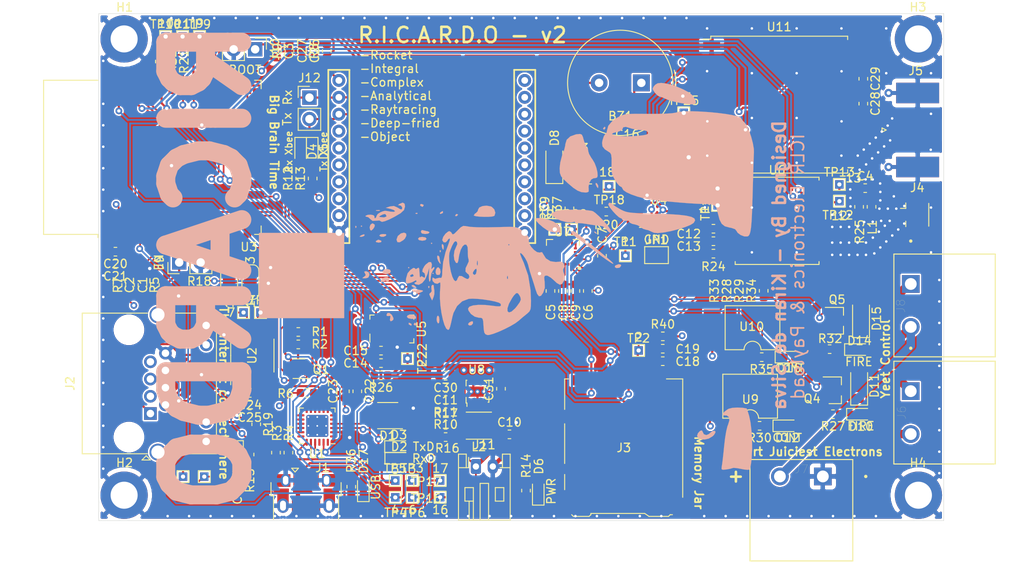
<source format=kicad_pcb>
(kicad_pcb (version 20171130) (host pcbnew "(5.1.5-0-10_14)")
  (layers (0 F.Cu signal) (1 In1.Cu power) (2 In2.Cu power) (31 B.Cu signal) (34 B.Paste user hide) (35 F.Paste user hide) (36 B.SilkS user hide) (37 F.SilkS user) (38 B.Mask user hide) (39 F.Mask user hide) (44 Edge.Cuts user))
  (net 0 "")
  (net 1 GND)
  (net 2 "Net-(C1-Pad1)")
  (net 3 /EN)
  (net 4 "Net-(C3-Pad1)")
  (net 5 "Net-(C4-Pad1)")
  (net 6 "Net-(C5-Pad1)")
  (net 7 "Net-(C6-Pad1)")
  (net 8 +3V3)
  (net 9 VDD)
  (net 10 "Net-(D1-Pad4)")
  (net 11 "Net-(D1-Pad3)")
  (net 12 "Net-(D1-Pad2)")
  (net 13 "Net-(D2-Pad2)")
  (net 14 /RXD)
  (net 15 "Net-(D3-Pad2)")
  (net 16 /TXD)
  (net 17 "Net-(D4-Pad2)")
  (net 18 /RADIO_RX)
  (net 19 "Net-(D5-Pad2)")
  (net 20 /RADIO_TX)
  (net 21 "Net-(D6-Pad2)")
  (net 22 "Net-(D7-Pad2)")
  (net 23 "Net-(BZ1-Pad2)")
  (net 24 "Net-(D8-Pad1)")
  (net 25 "Net-(D10-Pad1)")
  (net 26 "Net-(D11-Pad2)")
  (net 27 "Net-(D11-Pad1)")
  (net 28 "Net-(D12-Pad1)")
  (net 29 "Net-(D14-Pad1)")
  (net 30 "Net-(D15-Pad2)")
  (net 31 "Net-(D15-Pad1)")
  (net 32 "Net-(D16-Pad1)")
  (net 33 "Net-(D17-Pad2)")
  (net 34 /USB_DET)
  (net 35 "Net-(J2-Pad12)")
  (net 36 /CAN_RX)
  (net 37 "Net-(J2-Pad10)")
  (net 38 /CAN_TX)
  (net 39 "Net-(J2-Pad6)")
  (net 40 /CAN_LOW)
  (net 41 /CAN_HIGH)
  (net 42 /MISO)
  (net 43 /SCLK)
  (net 44 /MOSI)
  (net 45 /SD_CS)
  (net 46 "Net-(J4-Pad1)")
  (net 47 "Net-(J5-Pad1)")
  (net 48 /nukes/External_Supply)
  (net 49 "Net-(JP1-Pad1)")
  (net 50 "Net-(JP5-Pad2)")
  (net 51 "Net-(L2-Pad2)")
  (net 52 "Net-(L2-Pad1)")
  (net 53 /RTS)
  (net 54 "Net-(Q1-Pad2)")
  (net 55 /DTR)
  (net 56 /BOOT)
  (net 57 /Nuke1)
  (net 58 /Nuke2)
  (net 59 "Net-(R3-Pad2)")
  (net 60 "Net-(R6-Pad2)")
  (net 61 "Net-(R16-Pad2)")
  (net 62 "Net-(R20-Pad2)")
  (net 63 /SDA)
  (net 64 /SCL)
  (net 65 "Net-(R23-Pad2)")
  (net 66 "Net-(R24-Pad2)")
  (net 67 "Net-(R25-Pad2)")
  (net 68 /Cont1)
  (net 69 "Net-(R29-Pad1)")
  (net 70 /Cont2)
  (net 71 "Net-(R34-Pad1)")
  (net 72 /FLASH_CS)
  (net 73 /IMU_CS)
  (net 74 /BARO_CS)
  (net 75 /MAG_CS)
  (net 76 /LORA_INT)
  (net 77 /LORA_CS)
  (net 78 /LORA_RESET)
  (net 79 /GPS/RXD)
  (net 80 /GPS/TXD)
  (net 81 "Net-(Q1-Pad5)")
  (net 82 /Buzzer)
  (net 83 "Net-(C31-Pad2)")
  (module iclr:ricardo_logo (layer F.Cu) (at 137 81 90)
    (fp_text reference G*** hide)
    (fp_text value LOGO hide)
  )
  (module Connector_JST:JST_PH_S2B-PH-K_1x02_P2.00mm_Horizontal (layer F.Cu) (at 129.63 103.6)
    (fp_text reference J11 (at 1 -2.55) (layer F.SilkS))
    (fp_text value Conn_01x02_Male)
    (pad 1 thru_hole roundrect (at 0 0) (size 1.2 1.75) (drill 0.75) (layers *.Cu *.Mask) (roundrect_rratio 0.208333) (net 9 VDD))
    (pad 2 thru_hole oval (at 2 0) (size 1.2 1.75) (drill 0.75) (layers *.Cu *.Mask) (net 1 GND))
  )
  (module Capacitor_SMD:C_0603_1608Metric (layer F.Cu) (at 133.6 99.8)
    (fp_text reference C10 (at 0 -1.43) (layer F.SilkS))
    (fp_text value 10u)
    (pad 1 smd roundrect (at -0.7875 0) (size 0.875 0.95) (layers F.Cu F.Paste F.Mask) (net 9 VDD))
    (pad 2 smd roundrect (at 0.7875 0) (size 0.875 0.95) (layers F.Cu F.Paste F.Mask) (net 1 GND))
  )
  (module Capacitor_SMD:C_0603_1608Metric (layer F.Cu) (at 132.6 94.4 90)
    (fp_text reference C31 (at 0 -1.43 90) (layer F.SilkS))
    (fp_text value 100n)
    (pad 2 smd roundrect (at 0.7875 0 90) (size 0.875 0.95) (layers F.Cu F.Paste F.Mask) (net 83 "Net-(C31-Pad2)"))
    (pad 1 smd roundrect (at -0.7875 0 90) (size 0.875 0.95) (layers F.Cu F.Paste F.Mask) (net 1 GND))
  )
  (module Capacitor_SMD:C_0603_1608Metric (layer F.Cu) (at 126.05 94.3 180)
    (fp_text reference C11 (at 0 -1.43) (layer F.SilkS))
    (fp_text value 10u)
    (pad 2 smd roundrect (at 0.7875 0 180) (size 0.875 0.95) (layers F.Cu F.Paste F.Mask) (net 1 GND))
    (pad 1 smd roundrect (at -0.7875 0 180) (size 0.875 0.95) (layers F.Cu F.Paste F.Mask) (net 8 +3V3))
  )
  (module Capacitor_SMD:C_0603_1608Metric (layer F.Cu) (at 126.05 92.85 180)
    (fp_text reference C30 (at 0 -1.43) (layer F.SilkS))
    (fp_text value 10u)
    (pad 2 smd roundrect (at 0.7875 0 180) (size 0.875 0.95) (layers F.Cu F.Paste F.Mask) (net 1 GND))
    (pad 1 smd roundrect (at -0.7875 0 180) (size 0.875 0.95) (layers F.Cu F.Paste F.Mask) (net 8 +3V3))
  )
  (module Package_TO_SOT_SMD:SOT-23 (layer F.Cu) (at 172.37268 86.35476)
    (fp_text reference Q5 (at 0 -2.5) (layer F.SilkS))
    (fp_text value PMV20ENR)
    (pad 3 smd rect (at 1 0) (size 0.9 0.8) (layers F.Cu F.Paste F.Mask) (net 31 "Net-(D15-Pad1)"))
    (pad 2 smd rect (at -1 0.95) (size 0.9 0.8) (layers F.Cu F.Paste F.Mask) (net 1 GND))
    (pad 1 smd rect (at -1 -0.95) (size 0.9 0.8) (layers F.Cu F.Paste F.Mask) (net 58 /Nuke2))
  )
  (module TestPoint:TestPoint_THTPad_1.0x1.0mm_Drill0.5mm (layer F.Cu) (at 154.23 61.75)
    (fp_text reference TP25 (at 0 -1.448) (layer F.SilkS))
    (fp_text value TestPoint)
    (fp_text user 25 (at 0 -1.82) (layer F.SilkS))
    (pad 1 thru_hole rect (at 0 0) (size 1 1) (drill 0.5) (layers *.Cu *.Mask) (net 77 /LORA_CS))
  )
  (module Resistor_SMD:R_0603_1608Metric (layer F.Cu) (at 151.7525 88.2)
    (fp_text reference R40 (at 0 -1.43) (layer F.SilkS))
    (fp_text value 10k)
    (pad 2 smd roundrect (at 0.7875 0) (size 0.875 0.95) (layers F.Cu F.Paste F.Mask) (net 8 +3V3))
    (pad 1 smd roundrect (at -0.7875 0) (size 0.875 0.95) (layers F.Cu F.Paste F.Mask) (net 45 /SD_CS))
  )
  (module Resistor_SMD:R_0603_1608Metric (layer F.Cu) (at 139.23 73.04 90)
    (fp_text reference R39 (at 0 -1.43 90) (layer F.SilkS))
    (fp_text value 10k)
    (pad 2 smd roundrect (at 0.7875 0 90) (size 0.875 0.95) (layers F.Cu F.Paste F.Mask) (net 8 +3V3))
    (pad 1 smd roundrect (at -0.7875 0 90) (size 0.875 0.95) (layers F.Cu F.Paste F.Mask) (net 75 /MAG_CS))
  )
  (module Resistor_SMD:R_0603_1608Metric (layer F.Cu) (at 153.4425 63.5 180)
    (fp_text reference R38 (at 0 -1.43) (layer F.SilkS))
    (fp_text value 10k)
    (pad 2 smd roundrect (at 0.7875 0 180) (size 0.875 0.95) (layers F.Cu F.Paste F.Mask) (net 8 +3V3))
    (pad 1 smd roundrect (at -0.7875 0 180) (size 0.875 0.95) (layers F.Cu F.Paste F.Mask) (net 77 /LORA_CS))
  )
  (module Resistor_SMD:R_0603_1608Metric (layer F.Cu) (at 140.7 73.05 90)
    (fp_text reference R37 (at 0 -1.43 90) (layer F.SilkS))
    (fp_text value 10k)
    (pad 2 smd roundrect (at 0.7875 0 90) (size 0.875 0.95) (layers F.Cu F.Paste F.Mask) (net 8 +3V3))
    (pad 1 smd roundrect (at -0.7875 0 90) (size 0.875 0.95) (layers F.Cu F.Paste F.Mask) (net 73 /IMU_CS))
  )
  (module Resistor_SMD:R_0603_1608Metric (layer F.Cu) (at 147.5825 68.54)
    (fp_text reference R31 (at 0 -1.43) (layer F.SilkS))
    (fp_text value 10k)
    (pad 2 smd roundrect (at 0.7875 0) (size 0.875 0.95) (layers F.Cu F.Paste F.Mask) (net 8 +3V3))
    (pad 1 smd roundrect (at -0.7875 0) (size 0.875 0.95) (layers F.Cu F.Paste F.Mask) (net 72 /FLASH_CS))
  )
  (module Resistor_SMD:R_0603_1608Metric (layer F.Cu) (at 118.39 92.81 180)
    (fp_text reference R26 (at 0 -1.43) (layer F.SilkS))
    (fp_text value 10k)
    (pad 2 smd roundrect (at 0.7875 0 180) (size 0.875 0.95) (layers F.Cu F.Paste F.Mask) (net 8 +3V3))
    (pad 1 smd roundrect (at -0.7875 0 180) (size 0.875 0.95) (layers F.Cu F.Paste F.Mask) (net 74 /BARO_CS))
  )
  (module Jumper:SolderJumper-3_P1.3mm_Open_RoundedPad1.0x1.5mm (layer F.Cu) (at 100.43 81.78 90)
    (fp_text reference REF** hide)
    (fp_text value SolderJumper-3_P1.3mm_Open_RoundedPad1.0x1.5mm hide)
    (fp_text user 3 (at 2.6 0 90) (layer F.SilkS))
    (fp_text user 1 (at -2.6 0 90) (layer F.SilkS))
    (pad 2 smd rect (at 0 0 90) (size 1 1.5) (layers F.Cu F.Mask) (net 38 /CAN_TX))
    (pad 3 smd custom (at 1.3 0 90) (size 1 0.5) (layers F.Cu F.Mask) (net 41 /CAN_HIGH) (options (clearance outline) (anchor rect)) (primitives (gr_circle (center 0 0.25) (end 0.5 0.25) (width 0)) (gr_circle (center 0 -0.25) (end 0.5 -0.25) (width 0)) (gr_poly (pts (xy -0.55 -0.75) (xy 0 -0.75) (xy 0 0.75) (xy -0.55 0.75)) (width 0))))
    (pad 1 smd custom (at -1.3 0 90) (size 1 0.5) (layers F.Cu F.Mask) (net 38 /CAN_TX) (options (clearance outline) (anchor rect)) (primitives (gr_circle (center 0 0.25) (end 0.5 0.25) (width 0)) (gr_circle (center 0 -0.25) (end 0.5 -0.25) (width 0)) (gr_poly (pts (xy 0.55 -0.75) (xy 0 -0.75) (xy 0 0.75) (xy 0.55 0.75)) (width 0))))
  )
  (module Jumper:SolderJumper-3_P1.3mm_Open_RoundedPad1.0x1.5mm (layer F.Cu) (at 102.94 81.78 90)
    (fp_text reference REF** hide)
    (fp_text value SolderJumper-3_P1.3mm_Open_RoundedPad1.0x1.5mm hide)
    (fp_text user 1 (at -2.6 0 90) (layer F.SilkS))
    (fp_text user 3 (at 2.6 0 90) (layer F.SilkS))
    (pad 2 smd rect (at 0 0 90) (size 1 1.5) (layers F.Cu F.Mask) (net 36 /CAN_RX))
    (pad 3 smd custom (at 1.3 0 90) (size 1 0.5) (layers F.Cu F.Mask) (net 40 /CAN_LOW) (options (clearance outline) (anchor rect)) (primitives (gr_circle (center 0 0.25) (end 0.5 0.25) (width 0)) (gr_circle (center 0 -0.25) (end 0.5 -0.25) (width 0)) (gr_poly (pts (xy -0.55 -0.75) (xy 0 -0.75) (xy 0 0.75) (xy -0.55 0.75)) (width 0))))
    (pad 1 smd custom (at -1.3 0 90) (size 1 0.5) (layers F.Cu F.Mask) (net 36 /CAN_RX) (options (clearance outline) (anchor rect)) (primitives (gr_circle (center 0 0.25) (end 0.5 0.25) (width 0)) (gr_circle (center 0 -0.25) (end 0.5 -0.25) (width 0)) (gr_poly (pts (xy 0.55 -0.75) (xy 0 -0.75) (xy 0 0.75) (xy 0.55 0.75)) (width 0))))
  )
  (module iclr-hw:VIA-0.6mm (layer F.Cu) (at 184.47 101.85 270)
    (fp_text reference REF** hide)
    (fp_text value VIA-0.6mm hide)
    (pad 1 thru_hole circle (at 0 0 270) (size 0.6 0.6) (drill 0.3) (layers *.Cu *.Mask) (net 1 GND))
  )
  (module iclr-hw:VIA-0.6mm (layer F.Cu) (at 184.47 89.15 270)
    (fp_text reference REF** hide)
    (fp_text value VIA-0.6mm hide)
    (pad 1 thru_hole circle (at 0 0 270) (size 0.6 0.6) (drill 0.3) (layers *.Cu *.Mask) (net 1 GND))
  )
  (module iclr-hw:VIA-0.6mm (layer F.Cu) (at 184.47 86.61 270)
    (fp_text reference REF** hide)
    (fp_text value VIA-0.6mm hide)
    (pad 1 thru_hole circle (at 0 0 270) (size 0.6 0.6) (drill 0.3) (layers *.Cu *.Mask) (net 1 GND))
  )
  (module iclr-hw:VIA-0.6mm (layer F.Cu) (at 184.47 84.07 270)
    (fp_text reference REF** hide)
    (fp_text value VIA-0.6mm hide)
    (pad 1 thru_hole circle (at 0 0 270) (size 0.6 0.6) (drill 0.3) (layers *.Cu *.Mask) (net 1 GND))
  )
  (module iclr-hw:VIA-0.6mm (layer F.Cu) (at 184.47 104.39 270)
    (fp_text reference REF** hide)
    (fp_text value VIA-0.6mm hide)
    (pad 1 thru_hole circle (at 0 0 270) (size 0.6 0.6) (drill 0.3) (layers *.Cu *.Mask) (net 1 GND))
  )
  (module iclr-hw:VIA-0.6mm (layer F.Cu) (at 184.47 99.31 270)
    (fp_text reference REF** hide)
    (fp_text value VIA-0.6mm hide)
    (pad 1 thru_hole circle (at 0 0 270) (size 0.6 0.6) (drill 0.3) (layers *.Cu *.Mask) (net 1 GND))
  )
  (module iclr-hw:VIA-0.6mm (layer F.Cu) (at 184.47 96.77 270)
    (fp_text reference REF** hide)
    (fp_text value VIA-0.6mm hide)
    (pad 1 thru_hole circle (at 0 0 270) (size 0.6 0.6) (drill 0.3) (layers *.Cu *.Mask) (net 1 GND))
  )
  (module iclr-hw:VIA-0.6mm (layer F.Cu) (at 184.47 94.23 270)
    (fp_text reference REF** hide)
    (fp_text value VIA-0.6mm hide)
    (pad 1 thru_hole circle (at 0 0 270) (size 0.6 0.6) (drill 0.3) (layers *.Cu *.Mask) (net 1 GND))
  )
  (module iclr-hw:VIA-0.6mm (layer F.Cu) (at 184.47 91.69 270)
    (fp_text reference REF** hide)
    (fp_text value VIA-0.6mm hide)
    (pad 1 thru_hole circle (at 0 0 270) (size 0.6 0.6) (drill 0.3) (layers *.Cu *.Mask) (net 1 GND))
  )
  (module iclr-hw:VIA-0.6mm (layer F.Cu) (at 184.47 81.53 270)
    (fp_text reference REF** hide)
    (fp_text value VIA-0.6mm hide)
    (pad 1 thru_hole circle (at 0 0 270) (size 0.6 0.6) (drill 0.3) (layers *.Cu *.Mask) (net 1 GND))
  )
  (module iclr-hw:VIA-0.6mm (layer F.Cu) (at 85.53 96.24 270)
    (fp_text reference REF** hide)
    (fp_text value VIA-0.6mm hide)
    (pad 1 thru_hole circle (at 0 0 270) (size 0.6 0.6) (drill 0.3) (layers *.Cu *.Mask) (net 1 GND))
  )
  (module iclr-hw:VIA-0.6mm (layer F.Cu) (at 85.53 83.54 270)
    (fp_text reference REF** hide)
    (fp_text value VIA-0.6mm hide)
    (pad 1 thru_hole circle (at 0 0 270) (size 0.6 0.6) (drill 0.3) (layers *.Cu *.Mask) (net 1 GND))
  )
  (module iclr-hw:VIA-0.6mm (layer F.Cu) (at 85.53 81 270)
    (fp_text reference REF** hide)
    (fp_text value VIA-0.6mm hide)
    (pad 1 thru_hole circle (at 0 0 270) (size 0.6 0.6) (drill 0.3) (layers *.Cu *.Mask) (net 1 GND))
  )
  (module iclr-hw:VIA-0.6mm (layer F.Cu) (at 85.53 103.86 270)
    (fp_text reference REF** hide)
    (fp_text value VIA-0.6mm hide)
    (pad 1 thru_hole circle (at 0 0 270) (size 0.6 0.6) (drill 0.3) (layers *.Cu *.Mask) (net 1 GND))
  )
  (module iclr-hw:VIA-0.6mm (layer F.Cu) (at 85.53 101.32 270)
    (fp_text reference REF** hide)
    (fp_text value VIA-0.6mm hide)
    (pad 1 thru_hole circle (at 0 0 270) (size 0.6 0.6) (drill 0.3) (layers *.Cu *.Mask) (net 1 GND))
  )
  (module iclr-hw:VIA-0.6mm (layer F.Cu) (at 85.53 98.78 270)
    (fp_text reference REF** hide)
    (fp_text value VIA-0.6mm hide)
    (pad 1 thru_hole circle (at 0 0 270) (size 0.6 0.6) (drill 0.3) (layers *.Cu *.Mask) (net 1 GND))
  )
  (module iclr-hw:VIA-0.6mm (layer F.Cu) (at 85.53 93.7 270)
    (fp_text reference REF** hide)
    (fp_text value VIA-0.6mm hide)
    (pad 1 thru_hole circle (at 0 0 270) (size 0.6 0.6) (drill 0.3) (layers *.Cu *.Mask) (net 1 GND))
  )
  (module iclr-hw:VIA-0.6mm (layer F.Cu) (at 85.53 91.16 270)
    (fp_text reference REF** hide)
    (fp_text value VIA-0.6mm hide)
    (pad 1 thru_hole circle (at 0 0 270) (size 0.6 0.6) (drill 0.3) (layers *.Cu *.Mask) (net 1 GND))
  )
  (module iclr-hw:VIA-0.6mm (layer F.Cu) (at 85.53 88.62 270)
    (fp_text reference REF** hide)
    (fp_text value VIA-0.6mm hide)
    (pad 1 thru_hole circle (at 0 0 270) (size 0.6 0.6) (drill 0.3) (layers *.Cu *.Mask) (net 1 GND))
  )
  (module iclr-hw:VIA-0.6mm (layer F.Cu) (at 85.53 86.08 270)
    (fp_text reference REF** hide)
    (fp_text value VIA-0.6mm hide)
    (pad 1 thru_hole circle (at 0 0 270) (size 0.6 0.6) (drill 0.3) (layers *.Cu *.Mask) (net 1 GND))
  )
  (module iclr-hw:VIA-0.6mm (layer F.Cu) (at 85.53 73.38 270)
    (fp_text reference REF** hide)
    (fp_text value VIA-0.6mm hide)
    (pad 1 thru_hole circle (at 0 0 270) (size 0.6 0.6) (drill 0.3) (layers *.Cu *.Mask) (net 1 GND))
  )
  (module iclr-hw:VIA-0.6mm (layer F.Cu) (at 85.53 70.84 270)
    (fp_text reference REF** hide)
    (fp_text value VIA-0.6mm hide)
    (pad 1 thru_hole circle (at 0 0 270) (size 0.6 0.6) (drill 0.3) (layers *.Cu *.Mask) (net 1 GND))
  )
  (module iclr-hw:VIA-0.6mm (layer F.Cu) (at 85.53 68.3 270)
    (fp_text reference REF** hide)
    (fp_text value VIA-0.6mm hide)
    (pad 1 thru_hole circle (at 0 0 270) (size 0.6 0.6) (drill 0.3) (layers *.Cu *.Mask) (net 1 GND))
  )
  (module iclr-hw:VIA-0.6mm (layer F.Cu) (at 85.53 65.76 270)
    (fp_text reference REF** hide)
    (fp_text value VIA-0.6mm hide)
    (pad 1 thru_hole circle (at 0 0 270) (size 0.6 0.6) (drill 0.3) (layers *.Cu *.Mask) (net 1 GND))
  )
  (module iclr-hw:VIA-0.6mm (layer F.Cu) (at 85.53 63.22 270)
    (fp_text reference REF** hide)
    (fp_text value VIA-0.6mm hide)
    (pad 1 thru_hole circle (at 0 0 270) (size 0.6 0.6) (drill 0.3) (layers *.Cu *.Mask) (net 1 GND))
  )
  (module iclr-hw:VIA-0.6mm (layer F.Cu) (at 85.53 60.68 270)
    (fp_text reference REF** hide)
    (fp_text value VIA-0.6mm hide)
    (pad 1 thru_hole circle (at 0 0 270) (size 0.6 0.6) (drill 0.3) (layers *.Cu *.Mask) (net 1 GND))
  )
  (module iclr-hw:VIA-0.6mm (layer F.Cu) (at 85.53 55.6 270)
    (fp_text reference REF** hide)
    (fp_text value VIA-0.6mm hide)
    (pad 1 thru_hole circle (at 0 0 270) (size 0.6 0.6) (drill 0.3) (layers *.Cu *.Mask) (net 1 GND))
  )
  (module iclr-hw:VIA-0.6mm (layer F.Cu) (at 131.25 109.47)
    (fp_text reference REF** hide)
    (fp_text value VIA-0.6mm hide)
    (pad 1 thru_hole circle (at 0 0) (size 0.6 0.6) (drill 0.3) (layers *.Cu *.Mask) (net 1 GND))
  )
  (module iclr-hw:VIA-0.6mm (layer F.Cu) (at 118.55 109.47)
    (fp_text reference REF** hide)
    (fp_text value VIA-0.6mm hide)
    (pad 1 thru_hole circle (at 0 0) (size 0.6 0.6) (drill 0.3) (layers *.Cu *.Mask) (net 1 GND))
  )
  (module iclr-hw:VIA-0.6mm (layer F.Cu) (at 116.01 109.47)
    (fp_text reference REF** hide)
    (fp_text value VIA-0.6mm hide)
    (pad 1 thru_hole circle (at 0 0) (size 0.6 0.6) (drill 0.3) (layers *.Cu *.Mask) (net 1 GND))
  )
  (module iclr-hw:VIA-0.6mm (layer F.Cu) (at 113.47 109.47)
    (fp_text reference REF** hide)
    (fp_text value VIA-0.6mm hide)
    (pad 1 thru_hole circle (at 0 0) (size 0.6 0.6) (drill 0.3) (layers *.Cu *.Mask) (net 1 GND))
  )
  (module iclr-hw:VIA-0.6mm (layer F.Cu) (at 176.97 109.47)
    (fp_text reference REF** hide)
    (fp_text value VIA-0.6mm hide)
    (pad 1 thru_hole circle (at 0 0) (size 0.6 0.6) (drill 0.3) (layers *.Cu *.Mask) (net 1 GND))
  )
  (module iclr-hw:VIA-0.6mm (layer F.Cu) (at 174.43 109.47)
    (fp_text reference REF** hide)
    (fp_text value VIA-0.6mm hide)
    (pad 1 thru_hole circle (at 0 0) (size 0.6 0.6) (drill 0.3) (layers *.Cu *.Mask) (net 1 GND))
  )
  (module iclr-hw:VIA-0.6mm (layer F.Cu) (at 171.89 109.47)
    (fp_text reference REF** hide)
    (fp_text value VIA-0.6mm hide)
    (pad 1 thru_hole circle (at 0 0) (size 0.6 0.6) (drill 0.3) (layers *.Cu *.Mask) (net 1 GND))
  )
  (module iclr-hw:VIA-0.6mm (layer F.Cu) (at 169.35 109.47)
    (fp_text reference REF** hide)
    (fp_text value VIA-0.6mm hide)
    (pad 1 thru_hole circle (at 0 0) (size 0.6 0.6) (drill 0.3) (layers *.Cu *.Mask) (net 1 GND))
  )
  (module iclr-hw:VIA-0.6mm (layer F.Cu) (at 166.81 109.47)
    (fp_text reference REF** hide)
    (fp_text value VIA-0.6mm hide)
    (pad 1 thru_hole circle (at 0 0) (size 0.6 0.6) (drill 0.3) (layers *.Cu *.Mask) (net 1 GND))
  )
  (module iclr-hw:VIA-0.6mm (layer F.Cu) (at 164.27 109.47)
    (fp_text reference REF** hide)
    (fp_text value VIA-0.6mm hide)
    (pad 1 thru_hole circle (at 0 0) (size 0.6 0.6) (drill 0.3) (layers *.Cu *.Mask) (net 1 GND))
  )
  (module iclr-hw:VIA-0.6mm (layer F.Cu) (at 161.73 109.47)
    (fp_text reference REF** hide)
    (fp_text value VIA-0.6mm hide)
    (pad 1 thru_hole circle (at 0 0) (size 0.6 0.6) (drill 0.3) (layers *.Cu *.Mask) (net 1 GND))
  )
  (module iclr-hw:VIA-0.6mm (layer F.Cu) (at 159.19 109.47)
    (fp_text reference REF** hide)
    (fp_text value VIA-0.6mm hide)
    (pad 1 thru_hole circle (at 0 0) (size 0.6 0.6) (drill 0.3) (layers *.Cu *.Mask) (net 1 GND))
  )
  (module iclr-hw:VIA-0.6mm (layer F.Cu) (at 156.65 109.47)
    (fp_text reference REF** hide)
    (fp_text value VIA-0.6mm hide)
    (pad 1 thru_hole circle (at 0 0) (size 0.6 0.6) (drill 0.3) (layers *.Cu *.Mask) (net 1 GND))
  )
  (module iclr-hw:VIA-0.6mm (layer F.Cu) (at 151.57 109.47)
    (fp_text reference REF** hide)
    (fp_text value VIA-0.6mm hide)
    (pad 1 thru_hole circle (at 0 0) (size 0.6 0.6) (drill 0.3) (layers *.Cu *.Mask) (net 1 GND))
  )
  (module iclr-hw:VIA-0.6mm (layer F.Cu) (at 149.03 109.47)
    (fp_text reference REF** hide)
    (fp_text value VIA-0.6mm hide)
    (pad 1 thru_hole circle (at 0 0) (size 0.6 0.6) (drill 0.3) (layers *.Cu *.Mask) (net 1 GND))
  )
  (module iclr-hw:VIA-0.6mm (layer F.Cu) (at 146.49 109.47)
    (fp_text reference REF** hide)
    (fp_text value VIA-0.6mm hide)
    (pad 1 thru_hole circle (at 0 0) (size 0.6 0.6) (drill 0.3) (layers *.Cu *.Mask) (net 1 GND))
  )
  (module iclr-hw:VIA-0.6mm (layer F.Cu) (at 143.95 109.47)
    (fp_text reference REF** hide)
    (fp_text value VIA-0.6mm hide)
    (pad 1 thru_hole circle (at 0 0) (size 0.6 0.6) (drill 0.3) (layers *.Cu *.Mask) (net 1 GND))
  )
  (module iclr-hw:VIA-0.6mm (layer F.Cu) (at 141.41 109.47)
    (fp_text reference REF** hide)
    (fp_text value VIA-0.6mm hide)
    (pad 1 thru_hole circle (at 0 0) (size 0.6 0.6) (drill 0.3) (layers *.Cu *.Mask) (net 1 GND))
  )
  (module iclr-hw:VIA-0.6mm (layer F.Cu) (at 138.87 109.47)
    (fp_text reference REF** hide)
    (fp_text value VIA-0.6mm hide)
    (pad 1 thru_hole circle (at 0 0) (size 0.6 0.6) (drill 0.3) (layers *.Cu *.Mask) (net 1 GND))
  )
  (module iclr-hw:VIA-0.6mm (layer F.Cu) (at 136.33 109.47)
    (fp_text reference REF** hide)
    (fp_text value VIA-0.6mm hide)
    (pad 1 thru_hole circle (at 0 0) (size 0.6 0.6) (drill 0.3) (layers *.Cu *.Mask) (net 1 GND))
  )
  (module iclr-hw:VIA-0.6mm (layer F.Cu) (at 133.79 109.47)
    (fp_text reference REF** hide)
    (fp_text value VIA-0.6mm hide)
    (pad 1 thru_hole circle (at 0 0) (size 0.6 0.6) (drill 0.3) (layers *.Cu *.Mask) (net 1 GND))
  )
  (module iclr-hw:VIA-0.6mm (layer F.Cu) (at 128.71 109.47)
    (fp_text reference REF** hide)
    (fp_text value VIA-0.6mm hide)
    (pad 1 thru_hole circle (at 0 0) (size 0.6 0.6) (drill 0.3) (layers *.Cu *.Mask) (net 1 GND))
  )
  (module iclr-hw:VIA-0.6mm (layer F.Cu) (at 126.17 109.47)
    (fp_text reference REF** hide)
    (fp_text value VIA-0.6mm hide)
    (pad 1 thru_hole circle (at 0 0) (size 0.6 0.6) (drill 0.3) (layers *.Cu *.Mask) (net 1 GND))
  )
  (module iclr-hw:VIA-0.6mm (layer F.Cu) (at 123.63 109.47)
    (fp_text reference REF** hide)
    (fp_text value VIA-0.6mm hide)
    (pad 1 thru_hole circle (at 0 0) (size 0.6 0.6) (drill 0.3) (layers *.Cu *.Mask) (net 1 GND))
  )
  (module iclr-hw:VIA-0.6mm (layer F.Cu) (at 121.09 109.47)
    (fp_text reference REF** hide)
    (fp_text value VIA-0.6mm hide)
    (pad 1 thru_hole circle (at 0 0) (size 0.6 0.6) (drill 0.3) (layers *.Cu *.Mask) (net 1 GND))
  )
  (module iclr-hw:VIA-0.6mm (layer F.Cu) (at 110.93 109.47)
    (fp_text reference REF** hide)
    (fp_text value VIA-0.6mm hide)
    (pad 1 thru_hole circle (at 0 0) (size 0.6 0.6) (drill 0.3) (layers *.Cu *.Mask) (net 1 GND))
  )
  (module iclr-hw:VIA-0.6mm (layer F.Cu) (at 108.39 109.47)
    (fp_text reference REF** hide)
    (fp_text value VIA-0.6mm hide)
    (pad 1 thru_hole circle (at 0 0) (size 0.6 0.6) (drill 0.3) (layers *.Cu *.Mask) (net 1 GND))
  )
  (module iclr-hw:VIA-0.6mm (layer F.Cu) (at 105.85 109.47)
    (fp_text reference REF** hide)
    (fp_text value VIA-0.6mm hide)
    (pad 1 thru_hole circle (at 0 0) (size 0.6 0.6) (drill 0.3) (layers *.Cu *.Mask) (net 1 GND))
  )
  (module iclr-hw:VIA-0.6mm (layer F.Cu) (at 103.31 109.47)
    (fp_text reference REF** hide)
    (fp_text value VIA-0.6mm hide)
    (pad 1 thru_hole circle (at 0 0) (size 0.6 0.6) (drill 0.3) (layers *.Cu *.Mask) (net 1 GND))
  )
  (module iclr-hw:VIA-0.6mm (layer F.Cu) (at 100.77 109.47)
    (fp_text reference REF** hide)
    (fp_text value VIA-0.6mm hide)
    (pad 1 thru_hole circle (at 0 0) (size 0.6 0.6) (drill 0.3) (layers *.Cu *.Mask) (net 1 GND))
  )
  (module iclr-hw:VIA-0.6mm (layer F.Cu) (at 98.23 109.47)
    (fp_text reference REF** hide)
    (fp_text value VIA-0.6mm hide)
    (pad 1 thru_hole circle (at 0 0) (size 0.6 0.6) (drill 0.3) (layers *.Cu *.Mask) (net 1 GND))
  )
  (module iclr-hw:VIA-0.6mm (layer F.Cu) (at 95.69 109.47)
    (fp_text reference REF** hide)
    (fp_text value VIA-0.6mm hide)
    (pad 1 thru_hole circle (at 0 0) (size 0.6 0.6) (drill 0.3) (layers *.Cu *.Mask) (net 1 GND))
  )
  (module iclr-hw:VIA-0.6mm (layer F.Cu) (at 93.15 109.47)
    (fp_text reference REF** hide)
    (fp_text value VIA-0.6mm hide)
    (pad 1 thru_hole circle (at 0 0) (size 0.6 0.6) (drill 0.3) (layers *.Cu *.Mask) (net 1 GND))
  )
  (module iclr-hw:VIA-0.6mm (layer F.Cu) (at 91.05 50.53)
    (fp_text reference REF** hide)
    (fp_text value VIA-0.6mm hide)
    (pad 1 thru_hole circle (at 0 0) (size 0.6 0.6) (drill 0.3) (layers *.Cu *.Mask) (net 1 GND))
  )
  (module iclr-hw:VIA-0.6mm (layer F.Cu) (at 136.77 50.53)
    (fp_text reference REF** hide)
    (fp_text value VIA-0.6mm hide)
    (pad 1 thru_hole circle (at 0 0) (size 0.6 0.6) (drill 0.3) (layers *.Cu *.Mask) (net 1 GND))
  )
  (module iclr-hw:VIA-0.6mm (layer F.Cu) (at 124.07 50.53)
    (fp_text reference REF** hide)
    (fp_text value VIA-0.6mm hide)
    (pad 1 thru_hole circle (at 0 0) (size 0.6 0.6) (drill 0.3) (layers *.Cu *.Mask) (net 1 GND))
  )
  (module iclr-hw:VIA-0.6mm (layer F.Cu) (at 121.53 50.53)
    (fp_text reference REF** hide)
    (fp_text value VIA-0.6mm hide)
    (pad 1 thru_hole circle (at 0 0) (size 0.6 0.6) (drill 0.3) (layers *.Cu *.Mask) (net 1 GND))
  )
  (module iclr-hw:VIA-0.6mm (layer F.Cu) (at 118.99 50.53)
    (fp_text reference REF** hide)
    (fp_text value VIA-0.6mm hide)
    (pad 1 thru_hole circle (at 0 0) (size 0.6 0.6) (drill 0.3) (layers *.Cu *.Mask) (net 1 GND))
  )
  (module iclr-hw:VIA-0.6mm (layer F.Cu) (at 154.55 50.53)
    (fp_text reference REF** hide)
    (fp_text value VIA-0.6mm hide)
    (pad 1 thru_hole circle (at 0 0) (size 0.6 0.6) (drill 0.3) (layers *.Cu *.Mask) (net 1 GND))
  )
  (module iclr-hw:VIA-0.6mm (layer F.Cu) (at 152.01 50.53)
    (fp_text reference REF** hide)
    (fp_text value VIA-0.6mm hide)
    (pad 1 thru_hole circle (at 0 0) (size 0.6 0.6) (drill 0.3) (layers *.Cu *.Mask) (net 1 GND))
  )
  (module iclr-hw:VIA-0.6mm (layer F.Cu) (at 149.47 50.53)
    (fp_text reference REF** hide)
    (fp_text value VIA-0.6mm hide)
    (pad 1 thru_hole circle (at 0 0) (size 0.6 0.6) (drill 0.3) (layers *.Cu *.Mask) (net 1 GND))
  )
  (module iclr-hw:VIA-0.6mm (layer F.Cu) (at 146.93 50.53)
    (fp_text reference REF** hide)
    (fp_text value VIA-0.6mm hide)
    (pad 1 thru_hole circle (at 0 0) (size 0.6 0.6) (drill 0.3) (layers *.Cu *.Mask) (net 1 GND))
  )
  (module iclr-hw:VIA-0.6mm (layer F.Cu) (at 144.39 50.53)
    (fp_text reference REF** hide)
    (fp_text value VIA-0.6mm hide)
    (pad 1 thru_hole circle (at 0 0) (size 0.6 0.6) (drill 0.3) (layers *.Cu *.Mask) (net 1 GND))
  )
  (module iclr-hw:VIA-0.6mm (layer F.Cu) (at 141.85 50.53)
    (fp_text reference REF** hide)
    (fp_text value VIA-0.6mm hide)
    (pad 1 thru_hole circle (at 0 0) (size 0.6 0.6) (drill 0.3) (layers *.Cu *.Mask) (net 1 GND))
  )
  (module iclr-hw:VIA-0.6mm (layer F.Cu) (at 139.31 50.53)
    (fp_text reference REF** hide)
    (fp_text value VIA-0.6mm hide)
    (pad 1 thru_hole circle (at 0 0) (size 0.6 0.6) (drill 0.3) (layers *.Cu *.Mask) (net 1 GND))
  )
  (module iclr-hw:VIA-0.6mm (layer F.Cu) (at 134.23 50.53)
    (fp_text reference REF** hide)
    (fp_text value VIA-0.6mm hide)
    (pad 1 thru_hole circle (at 0 0) (size 0.6 0.6) (drill 0.3) (layers *.Cu *.Mask) (net 1 GND))
  )
  (module iclr-hw:VIA-0.6mm (layer F.Cu) (at 131.69 50.53)
    (fp_text reference REF** hide)
    (fp_text value VIA-0.6mm hide)
    (pad 1 thru_hole circle (at 0 0) (size 0.6 0.6) (drill 0.3) (layers *.Cu *.Mask) (net 1 GND))
  )
  (module iclr-hw:VIA-0.6mm (layer F.Cu) (at 129.15 50.53)
    (fp_text reference REF** hide)
    (fp_text value VIA-0.6mm hide)
    (pad 1 thru_hole circle (at 0 0) (size 0.6 0.6) (drill 0.3) (layers *.Cu *.Mask) (net 1 GND))
  )
  (module iclr-hw:VIA-0.6mm (layer F.Cu) (at 126.61 50.53)
    (fp_text reference REF** hide)
    (fp_text value VIA-0.6mm hide)
    (pad 1 thru_hole circle (at 0 0) (size 0.6 0.6) (drill 0.3) (layers *.Cu *.Mask) (net 1 GND))
  )
  (module iclr-hw:VIA-0.6mm (layer F.Cu) (at 116.45 50.53)
    (fp_text reference REF** hide)
    (fp_text value VIA-0.6mm hide)
    (pad 1 thru_hole circle (at 0 0) (size 0.6 0.6) (drill 0.3) (layers *.Cu *.Mask) (net 1 GND))
  )
  (module iclr-hw:VIA-0.6mm (layer F.Cu) (at 113.91 50.53)
    (fp_text reference REF** hide)
    (fp_text value VIA-0.6mm hide)
    (pad 1 thru_hole circle (at 0 0) (size 0.6 0.6) (drill 0.3) (layers *.Cu *.Mask) (net 1 GND))
  )
  (module iclr-hw:VIA-0.6mm (layer F.Cu) (at 111.37 50.53)
    (fp_text reference REF** hide)
    (fp_text value VIA-0.6mm hide)
    (pad 1 thru_hole circle (at 0 0) (size 0.6 0.6) (drill 0.3) (layers *.Cu *.Mask) (net 1 GND))
  )
  (module iclr-hw:VIA-0.6mm (layer F.Cu) (at 108.83 50.53)
    (fp_text reference REF** hide)
    (fp_text value VIA-0.6mm hide)
    (pad 1 thru_hole circle (at 0 0) (size 0.6 0.6) (drill 0.3) (layers *.Cu *.Mask) (net 1 GND))
  )
  (module iclr-hw:VIA-0.6mm (layer F.Cu) (at 106.29 50.53)
    (fp_text reference REF** hide)
    (fp_text value VIA-0.6mm hide)
    (pad 1 thru_hole circle (at 0 0) (size 0.6 0.6) (drill 0.3) (layers *.Cu *.Mask) (net 1 GND))
  )
  (module iclr-hw:VIA-0.6mm (layer F.Cu) (at 103.75 50.53)
    (fp_text reference REF** hide)
    (fp_text value VIA-0.6mm hide)
    (pad 1 thru_hole circle (at 0 0) (size 0.6 0.6) (drill 0.3) (layers *.Cu *.Mask) (net 1 GND))
  )
  (module iclr-hw:VIA-0.6mm (layer F.Cu) (at 101.21 50.53)
    (fp_text reference REF** hide)
    (fp_text value VIA-0.6mm hide)
    (pad 1 thru_hole circle (at 0 0) (size 0.6 0.6) (drill 0.3) (layers *.Cu *.Mask) (net 1 GND))
  )
  (module iclr-hw:VIA-0.6mm (layer F.Cu) (at 93.59 50.53)
    (fp_text reference REF** hide)
    (fp_text value VIA-0.6mm hide)
    (pad 1 thru_hole circle (at 0 0) (size 0.6 0.6) (drill 0.3) (layers *.Cu *.Mask) (net 1 GND))
  )
  (module iclr-hw:VIA-0.6mm (layer F.Cu) (at 96.13 50.53)
    (fp_text reference REF** hide)
    (fp_text value VIA-0.6mm hide)
    (pad 1 thru_hole circle (at 0 0) (size 0.6 0.6) (drill 0.3) (layers *.Cu *.Mask) (net 1 GND))
  )
  (module iclr-hw:VIA-0.6mm (layer F.Cu) (at 98.67 50.53)
    (fp_text reference REF** hide)
    (fp_text value VIA-0.6mm hide)
    (pad 1 thru_hole circle (at 0 0) (size 0.6 0.6) (drill 0.3) (layers *.Cu *.Mask) (net 1 GND))
  )
  (module iclr-hw:VIA-0.6mm (layer F.Cu) (at 177.93 63.29)
    (fp_text reference REF** hide)
    (fp_text value VIA-0.6mm hide)
    (pad 1 thru_hole circle (at 0.43 -0.03) (size 0.6 0.6) (drill 0.3) (layers *.Cu *.Mask) (net 1 GND))
  )
  (module iclr-hw:VIA-0.6mm (layer F.Cu) (at 177.23 64)
    (fp_text reference REF** hide)
    (fp_text value VIA-0.6mm hide)
    (pad 1 thru_hole circle (at 0.43 -0.03) (size 0.6 0.6) (drill 0.3) (layers *.Cu *.Mask) (net 1 GND))
  )
  (module iclr-hw:VIA-0.6mm (layer F.Cu) (at 176.52 64.71)
    (fp_text reference REF** hide)
    (fp_text value VIA-0.6mm hide)
    (pad 1 thru_hole circle (at 0.43 -0.03) (size 0.6 0.6) (drill 0.3) (layers *.Cu *.Mask) (net 1 GND))
  )
  (module iclr-hw:VIA-0.6mm (layer F.Cu) (at 175.81 65.42)
    (fp_text reference REF** hide)
    (fp_text value VIA-0.6mm hide)
    (pad 1 thru_hole circle (at 0.43 -0.03) (size 0.6 0.6) (drill 0.3) (layers *.Cu *.Mask) (net 1 GND))
  )
  (module iclr-hw:VIA-0.6mm (layer F.Cu) (at 175.1 66.13)
    (fp_text reference REF** hide)
    (fp_text value VIA-0.6mm hide)
    (pad 1 thru_hole circle (at 0.43 -0.03) (size 0.6 0.6) (drill 0.3) (layers *.Cu *.Mask) (net 1 GND))
  )
  (module iclr-hw:VIA-0.6mm (layer F.Cu) (at 174.39 66.84)
    (fp_text reference REF** hide)
    (fp_text value VIA-0.6mm hide)
    (pad 1 thru_hole circle (at 0.43 -0.03) (size 0.6 0.6) (drill 0.3) (layers *.Cu *.Mask) (net 1 GND))
  )
  (module iclr-hw:VIA-0.6mm (layer F.Cu) (at 178.22 65.04)
    (fp_text reference REF** hide)
    (fp_text value VIA-0.6mm hide)
    (pad 1 thru_hole circle (at 0.43 -0.03) (size 0.6 0.6) (drill 0.3) (layers *.Cu *.Mask) (net 1 GND))
  )
  (module iclr-hw:VIA-0.6mm (layer F.Cu) (at 176.8 66.46)
    (fp_text reference REF** hide)
    (fp_text value VIA-0.6mm hide)
    (pad 1 thru_hole circle (at 0.43 -0.03) (size 0.6 0.6) (drill 0.3) (layers *.Cu *.Mask) (net 1 GND))
  )
  (module iclr-hw:VIA-0.6mm (layer F.Cu) (at 176.09 67.17)
    (fp_text reference REF** hide)
    (fp_text value VIA-0.6mm hide)
    (pad 1 thru_hole circle (at 0.43 -0.03) (size 0.6 0.6) (drill 0.3) (layers *.Cu *.Mask) (net 1 GND))
  )
  (module iclr-hw:VIA-0.6mm (layer F.Cu) (at 175.38 67.88)
    (fp_text reference REF** hide)
    (fp_text value VIA-0.6mm hide)
    (pad 1 thru_hole circle (at 0.43 -0.03) (size 0.6 0.6) (drill 0.3) (layers *.Cu *.Mask) (net 1 GND))
  )
  (module iclr-hw:VIA-0.6mm (layer F.Cu) (at 174.61 68.51)
    (fp_text reference REF** hide)
    (fp_text value VIA-0.6mm hide)
    (pad 1 thru_hole circle (at 0.43 -0.03) (size 0.6 0.6) (drill 0.3) (layers *.Cu *.Mask) (net 1 GND))
  )
  (module iclr-hw:VIA-0.6mm (layer F.Cu) (at 177.71 70.14)
    (fp_text reference REF** hide)
    (fp_text value VIA-0.6mm hide)
    (pad 1 thru_hole circle (at -0.24 -0.03) (size 0.6 0.6) (drill 0.3) (layers *.Cu *.Mask) (net 1 GND))
  )
  (module iclr-hw:VIA-0.6mm (layer F.Cu) (at 177.73 72.14)
    (fp_text reference REF** hide)
    (fp_text value VIA-0.6mm hide)
    (pad 1 thru_hole circle (at -0.24 -0.03) (size 0.6 0.6) (drill 0.3) (layers *.Cu *.Mask) (net 1 GND))
  )
  (module iclr-hw:VIA-0.6mm (layer F.Cu) (at 177.73 71.14)
    (fp_text reference REF** hide)
    (fp_text value VIA-0.6mm hide)
    (pad 1 thru_hole circle (at -0.24 -0.03) (size 0.6 0.6) (drill 0.3) (layers *.Cu *.Mask) (net 1 GND))
  )
  (module iclr-hw:VIA-0.6mm (layer F.Cu) (at 178.16 69.66)
    (fp_text reference REF** hide)
    (fp_text value VIA-0.6mm hide)
    (pad 1 thru_hole circle (at 0.93 1.97) (size 0.6 0.6) (drill 0.3) (layers *.Cu *.Mask) (net 1 GND))
  )
  (module iclr-hw:VIA-0.6mm (layer F.Cu) (at 176.52 68.27)
    (fp_text reference REF** hide)
    (fp_text value VIA-0.6mm hide)
    (pad 1 thru_hole circle (at -0.77 1.36) (size 0.6 0.6) (drill 0.3) (layers *.Cu *.Mask) (net 1 GND))
  )
  (module iclr-hw:VIA-0.6mm (layer F.Cu) (at 176.16 69.66)
    (fp_text reference REF** hide)
    (fp_text value VIA-0.6mm hide)
    (pad 1 thru_hole circle (at 0.43 -0.03) (size 0.6 0.6) (drill 0.3) (layers *.Cu *.Mask) (net 1 GND))
  )
  (module iclr-hw:VIA-0.6mm (layer F.Cu) (at 175.16 69.66)
    (fp_text reference REF** hide)
    (fp_text value VIA-0.6mm hide)
    (pad 1 thru_hole circle (at -0.24 -0.03) (size 0.6 0.6) (drill 0.3) (layers *.Cu *.Mask) (net 1 GND))
  )
  (module iclr-hw:VIA-0.6mm (layer F.Cu) (at 174.22 69.74)
    (fp_text reference REF** hide)
    (fp_text value VIA-0.6mm hide)
    (pad 1 thru_hole circle (at -0.28 0.06) (size 0.6 0.6) (drill 0.3) (layers *.Cu *.Mask) (net 1 GND))
  )
  (module iclr-hw:VIA-0.6mm (layer F.Cu) (at 173.96 70.81)
    (fp_text reference REF** hide)
    (fp_text value VIA-0.6mm hide)
    (pad 1 thru_hole circle (at -0.03 0) (size 0.6 0.6) (drill 0.3) (layers *.Cu *.Mask) (net 1 GND))
  )
  (module iclr-hw:VIA-0.6mm (layer F.Cu) (at 173.96 71.82)
    (fp_text reference REF** hide)
    (fp_text value VIA-0.6mm hide)
    (pad 1 thru_hole circle (at -0.01 0) (size 0.6 0.6) (drill 0.3) (layers *.Cu *.Mask) (net 1 GND))
  )
  (module iclr-hw:VIA-0.6mm (layer F.Cu) (at 174.01 72.83)
    (fp_text reference REF** hide)
    (fp_text value VIA-0.6mm hide)
    (pad 1 thru_hole circle (at -0.05 -0.01) (size 0.6 0.6) (drill 0.3) (layers *.Cu *.Mask) (net 1 GND))
  )
  (module iclr-hw:VIA-0.6mm (layer F.Cu) (at 173.8 73.81)
    (fp_text reference REF** hide)
    (fp_text value VIA-0.6mm hide)
    (pad 1 thru_hole circle (at 0 0) (size 0.6 0.6) (drill 0.3) (layers *.Cu *.Mask) (net 1 GND))
  )
  (module iclr-hw:VIA-0.6mm (layer F.Cu) (at 172.8 73.81)
    (fp_text reference REF** hide)
    (fp_text value VIA-0.6mm hide)
    (pad 1 thru_hole circle (at 0 0) (size 0.6 0.6) (drill 0.3) (layers *.Cu *.Mask) (net 1 GND))
  )
  (module iclr-hw:VIA-0.6mm (layer F.Cu) (at 171.8 73.81)
    (fp_text reference REF** hide)
    (fp_text value VIA-0.6mm hide)
    (pad 1 thru_hole circle (at 0 0) (size 0.6 0.6) (drill 0.3) (layers *.Cu *.Mask) (net 1 GND))
  )
  (module iclr-hw:VIA-0.6mm (layer F.Cu) (at 175.58 74.67)
    (fp_text reference REF** hide)
    (fp_text value VIA-0.6mm hide)
    (pad 1 thru_hole circle (at 0 0) (size 0.6 0.6) (drill 0.3) (layers *.Cu *.Mask) (net 1 GND))
  )
  (module iclr-hw:VIA-0.6mm (layer F.Cu) (at 174.8 75.21)
    (fp_text reference REF** hide)
    (fp_text value VIA-0.6mm hide)
    (pad 1 thru_hole circle (at 0 0) (size 0.6 0.6) (drill 0.3) (layers *.Cu *.Mask) (net 1 GND))
  )
  (module iclr-hw:VIA-0.6mm (layer F.Cu) (at 173.8 75.25)
    (fp_text reference REF** hide)
    (fp_text value VIA-0.6mm hide)
    (pad 1 thru_hole circle (at 0 0) (size 0.6 0.6) (drill 0.3) (layers *.Cu *.Mask) (net 1 GND))
  )
  (module iclr-hw:VIA-0.6mm (layer F.Cu) (at 172.8 75.25)
    (fp_text reference REF** hide)
    (fp_text value VIA-0.6mm hide)
    (pad 1 thru_hole circle (at 0 0) (size 0.6 0.6) (drill 0.3) (layers *.Cu *.Mask) (net 1 GND))
  )
  (module iclr-hw:VIA-0.6mm (layer F.Cu) (at 171.8 75.25)
    (fp_text reference REF** hide)
    (fp_text value VIA-0.6mm hide)
    (pad 1 thru_hole circle (at 0 0) (size 0.6 0.6) (drill 0.3) (layers *.Cu *.Mask) (net 1 GND))
  )
  (module iclr-hw:VIA-0.6mm (layer F.Cu) (at 176.59 74.64)
    (fp_text reference REF** hide)
    (fp_text value VIA-0.6mm hide)
    (pad 1 thru_hole circle (at 0 0) (size 0.6 0.6) (drill 0.3) (layers *.Cu *.Mask) (net 1 GND))
  )
  (module iclr-hw:VIA-0.6mm (layer F.Cu) (at 178.6 74.53)
    (fp_text reference REF** hide)
    (fp_text value VIA-0.6mm hide)
    (pad 1 thru_hole circle (at 0 0) (size 0.6 0.6) (drill 0.3) (layers *.Cu *.Mask) (net 1 GND))
  )
  (module iclr-hw:VIA-0.6mm (layer F.Cu) (at 177.59 74.53)
    (fp_text reference REF** hide)
    (fp_text value VIA-0.6mm hide)
    (pad 1 thru_hole circle (at 0 0) (size 0.6 0.6) (drill 0.3) (layers *.Cu *.Mask) (net 1 GND))
  )
  (module iclr-hw:VIA-0.6mm (layer F.Cu) (at 177.38 73.09)
    (fp_text reference REF** hide)
    (fp_text value VIA-0.6mm hide)
    (pad 1 thru_hole circle (at 0 0) (size 0.6 0.6) (drill 0.3) (layers *.Cu *.Mask) (net 1 GND))
  )
  (module iclr-hw:VIA-0.6mm (layer F.Cu) (at 179.38 73.09)
    (fp_text reference REF** hide)
    (fp_text value VIA-0.6mm hide)
    (pad 1 thru_hole circle (at 0 0) (size 0.6 0.6) (drill 0.3) (layers *.Cu *.Mask) (net 1 GND))
  )
  (module iclr-hw:VIA-0.6mm (layer F.Cu) (at 180.33 72.77)
    (fp_text reference REF** hide)
    (fp_text value VIA-0.6mm hide)
    (pad 1 thru_hole circle (at 0 0) (size 0.6 0.6) (drill 0.3) (layers *.Cu *.Mask) (net 1 GND))
  )
  (module iclr-hw:VIA-0.6mm (layer F.Cu) (at 177.936 75.18986)
    (fp_text reference REF** hide)
    (fp_text value VIA-0.6mm hide)
    (pad 1 thru_hole circle (at 0.08636 -0.08382) (size 0.6 0.6) (drill 0.3) (layers *.Cu *.Mask) (net 1 GND))
  )
  (module iclr-hw:VIA-0.6mm (layer F.Cu) (at 177.22988 75.89852)
    (fp_text reference REF** hide)
    (fp_text value VIA-0.6mm hide)
    (pad 1 thru_hole circle (at 0.08636 -0.08382) (size 0.6 0.6) (drill 0.3) (layers *.Cu *.Mask) (net 1 GND))
  )
  (module iclr-hw:VIA-0.6mm (layer F.Cu) (at 176.52122 76.6021)
    (fp_text reference REF** hide)
    (fp_text value VIA-0.6mm hide)
    (pad 1 thru_hole circle (at 0.08636 -0.08382) (size 0.6 0.6) (drill 0.3) (layers *.Cu *.Mask) (net 1 GND))
  )
  (module iclr-hw:VIA-0.6mm (layer F.Cu) (at 176.88978 76.80758)
    (fp_text reference REF** hide)
    (fp_text value VIA-0.6mm hide)
    (pad 1 thru_hole circle (at -1.09434 0.29954) (size 0.6 0.6) (drill 0.3) (layers *.Cu *.Mask) (net 1 GND))
  )
  (module iclr-hw:VIA-0.6mm (layer F.Cu) (at 175.88978 76.80758)
    (fp_text reference REF** hide)
    (fp_text value VIA-0.6mm hide)
    (pad 1 thru_hole circle (at -1.09434 0.29954) (size 0.6 0.6) (drill 0.3) (layers *.Cu *.Mask) (net 1 GND))
  )
  (module iclr-hw:VIA-0.6mm (layer F.Cu) (at 174.88978 76.80758)
    (fp_text reference REF** hide)
    (fp_text value VIA-0.6mm hide)
    (pad 1 thru_hole circle (at -1.09434 0.29954) (size 0.6 0.6) (drill 0.3) (layers *.Cu *.Mask) (net 1 GND))
  )
  (module iclr-hw:VIA-0.6mm (layer F.Cu) (at 173.88978 76.80758)
    (fp_text reference REF** hide)
    (fp_text value VIA-0.6mm hide)
    (pad 1 thru_hole circle (at -1.09434 0.29954) (size 0.6 0.6) (drill 0.3) (layers *.Cu *.Mask) (net 1 GND))
  )
  (module iclr-hw:VIA-0.6mm (layer F.Cu) (at 172.88978 76.80758)
    (fp_text reference REF** hide)
    (fp_text value VIA-0.6mm hide)
    (pad 1 thru_hole circle (at -1.09434 0.29954) (size 0.6 0.6) (drill 0.3) (layers *.Cu *.Mask) (net 1 GND))
  )
  (module iclr-hw:VIA-0.6mm (layer F.Cu) (at 176.88978 78.25758)
    (fp_text reference REF** hide)
    (fp_text value VIA-0.6mm hide)
    (pad 1 thru_hole circle (at -1.09434 0.29954) (size 0.6 0.6) (drill 0.3) (layers *.Cu *.Mask) (net 1 GND))
  )
  (module iclr-hw:VIA-0.6mm (layer F.Cu) (at 175.88978 78.25758)
    (fp_text reference REF** hide)
    (fp_text value VIA-0.6mm hide)
    (pad 1 thru_hole circle (at -1.09434 0.29954) (size 0.6 0.6) (drill 0.3) (layers *.Cu *.Mask) (net 1 GND))
  )
  (module iclr-hw:VIA-0.6mm (layer F.Cu) (at 180.22824 74.93762)
    (fp_text reference REF** hide)
    (fp_text value VIA-0.6mm hide)
    (pad 1 thru_hole circle (at 0.09144 -0.08636) (size 0.6 0.6) (drill 0.3) (layers *.Cu *.Mask) (net 1 GND))
  )
  (module iclr-hw:VIA-0.6mm (layer F.Cu) (at 179.1843 75.9841)
    (fp_text reference REF** hide)
    (fp_text value VIA-0.6mm hide)
    (pad 1 thru_hole circle (at 0.42418 -0.42672) (size 0.6 0.6) (drill 0.3) (layers *.Cu *.Mask) (net 1 GND))
  )
  (module iclr-hw:VIA-0.6mm (layer F.Cu) (at 178.816 76.34986)
    (fp_text reference REF** hide)
    (fp_text value VIA-0.6mm hide)
    (pad 1 thru_hole circle (at 0.08636 -0.08382) (size 0.6 0.6) (drill 0.3) (layers *.Cu *.Mask) (net 1 GND))
  )
  (module iclr-hw:VIA-0.6mm (layer F.Cu) (at 178.10988 77.05852)
    (fp_text reference REF** hide)
    (fp_text value VIA-0.6mm hide)
    (pad 1 thru_hole circle (at 0.08636 -0.08382) (size 0.6 0.6) (drill 0.3) (layers *.Cu *.Mask) (net 1 GND))
  )
  (module iclr-hw:VIA-0.6mm (layer F.Cu) (at 177.88978 78.25758)
    (fp_text reference REF** hide)
    (fp_text value VIA-0.6mm hide)
    (pad 1 thru_hole circle (at -1.11086 0.12682) (size 0.6 0.6) (drill 0.3) (layers *.Cu *.Mask) (net 1 GND))
  )
  (module iclr-hw:VIA-0.6mm (layer F.Cu) (at 174.88978 78.25758)
    (fp_text reference REF** hide)
    (fp_text value VIA-0.6mm hide)
    (pad 1 thru_hole circle (at -1.09434 0.29954) (size 0.6 0.6) (drill 0.3) (layers *.Cu *.Mask) (net 1 GND))
  )
  (module iclr-hw:VIA-0.6mm (layer F.Cu) (at 173.88978 78.25758)
    (fp_text reference REF** hide)
    (fp_text value VIA-0.6mm hide)
    (pad 1 thru_hole circle (at -1.09434 0.29954) (size 0.6 0.6) (drill 0.3) (layers *.Cu *.Mask) (net 1 GND))
  )
  (module iclr-hw:VIA-0.6mm (layer F.Cu) (at 183.48978 78.25758)
    (fp_text reference REF** hide)
    (fp_text value VIA-0.6mm hide)
    (pad 1 thru_hole circle (at 0 0) (size 0.6 0.6) (drill 0.3) (layers *.Cu *.Mask) (net 1 GND))
  )
  (module iclr-hw:VIA-0.6mm (layer F.Cu) (at 177.40122 77.7621)
    (fp_text reference REF** hide)
    (fp_text value VIA-0.6mm hide)
    (pad 1 thru_hole circle (at 0.08636 -0.08382) (size 0.6 0.6) (drill 0.3) (layers *.Cu *.Mask) (net 1 GND))
  )
  (module iclr-hw:VIA-0.6mm (layer F.Cu) (at 172.88978 78.25758)
    (fp_text reference REF** hide)
    (fp_text value VIA-0.6mm hide)
    (pad 1 thru_hole circle (at -1.09434 0.29954) (size 0.6 0.6) (drill 0.3) (layers *.Cu *.Mask) (net 1 GND))
  )
  (module iclr-hw:VIA-0.6mm (layer F.Cu) (at 167.58978 78.25758)
    (fp_text reference REF** hide)
    (fp_text value VIA-0.6mm hide)
    (pad 1 thru_hole circle (at 0 0) (size 0.6 0.6) (drill 0.3) (layers *.Cu *.Mask) (net 1 GND))
  )
  (module iclr-hw:VIA-0.6mm (layer F.Cu) (at 162.28978 78.25758)
    (fp_text reference REF** hide)
    (fp_text value VIA-0.6mm hide)
    (pad 1 thru_hole circle (at 0 0) (size 0.6 0.6) (drill 0.3) (layers *.Cu *.Mask) (net 1 GND))
  )
  (module iclr-hw:VIA-0.6mm (layer F.Cu) (at 183.48978 72.95758)
    (fp_text reference REF** hide)
    (fp_text value VIA-0.6mm hide)
    (pad 1 thru_hole circle (at 0 0) (size 0.6 0.6) (drill 0.3) (layers *.Cu *.Mask) (net 1 GND))
  )
  (module iclr-hw:VIA-0.6mm (layer F.Cu) (at 178.38 73.09)
    (fp_text reference REF** hide)
    (fp_text value VIA-0.6mm hide)
    (pad 1 thru_hole circle (at 0 0) (size 0.6 0.6) (drill 0.3) (layers *.Cu *.Mask) (net 1 GND))
  )
  (module iclr-hw:VIA-0.6mm (layer F.Cu) (at 167.58978 72.95758)
    (fp_text reference REF** hide)
    (fp_text value VIA-0.6mm hide)
    (pad 1 thru_hole circle (at 0 0) (size 0.6 0.6) (drill 0.3) (layers *.Cu *.Mask) (net 1 GND))
  )
  (module iclr-hw:VIA-0.6mm (layer F.Cu) (at 162.28978 72.95758)
    (fp_text reference REF** hide)
    (fp_text value VIA-0.6mm hide)
    (pad 1 thru_hole circle (at 0 0) (size 0.6 0.6) (drill 0.3) (layers *.Cu *.Mask) (net 1 GND))
  )
  (module iclr-hw:VIA-0.6mm (layer F.Cu) (at 156.98978 72.95758)
    (fp_text reference REF** hide)
    (fp_text value VIA-0.6mm hide)
    (pad 1 thru_hole circle (at -0.25908 -0.03164) (size 0.6 0.6) (drill 0.3) (layers *.Cu *.Mask) (net 1 GND))
  )
  (module iclr-hw:VIA-0.6mm (layer F.Cu) (at 183.48978 67.65758)
    (fp_text reference REF** hide)
    (fp_text value VIA-0.6mm hide)
    (pad 1 thru_hole circle (at -0.03066 -1.53884) (size 0.6 0.6) (drill 0.3) (layers *.Cu *.Mask) (net 1 GND))
  )
  (module iclr-hw:VIA-0.6mm (layer F.Cu) (at 178.18978 67.65758)
    (fp_text reference REF** hide)
    (fp_text value VIA-0.6mm hide)
    (pad 1 thru_hole circle (at -0.24978 -1.93758) (size 0.6 0.6) (drill 0.3) (layers *.Cu *.Mask) (net 1 GND))
  )
  (module iclr-hw:VIA-0.6mm (layer F.Cu) (at 172.88978 67.65758)
    (fp_text reference REF** hide)
    (fp_text value VIA-0.6mm hide)
    (pad 1 thru_hole circle (at -0.00468 -0.84288) (size 0.6 0.6) (drill 0.3) (layers *.Cu *.Mask) (net 1 GND))
  )
  (module iclr-hw:VIA-0.6mm (layer F.Cu) (at 167.58978 67.65758)
    (fp_text reference REF** hide)
    (fp_text value VIA-0.6mm hide)
    (pad 1 thru_hole circle (at 0 0) (size 0.6 0.6) (drill 0.3) (layers *.Cu *.Mask) (net 1 GND))
  )
  (module iclr-hw:VIA-0.6mm (layer F.Cu) (at 162.28978 67.65758)
    (fp_text reference REF** hide)
    (fp_text value VIA-0.6mm hide)
    (pad 1 thru_hole circle (at 0 0) (size 0.6 0.6) (drill 0.3) (layers *.Cu *.Mask) (net 1 GND))
  )
  (module iclr-hw:VIA-0.6mm (layer F.Cu) (at 156.98978 67.65758)
    (fp_text reference REF** hide)
    (fp_text value VIA-0.6mm hide)
    (pad 1 thru_hole circle (at 0.01778 -0.8378) (size 0.6 0.6) (drill 0.3) (layers *.Cu *.Mask) (net 1 GND))
  )
  (module iclr-hw:VIA-0.6mm (layer F.Cu) (at 183.48978 62.35758)
    (fp_text reference REF** hide)
    (fp_text value VIA-0.6mm hide)
    (pad 1 thru_hole circle (at -0.00272 -0.49334) (size 0.6 0.6) (drill 0.3) (layers *.Cu *.Mask) (net 1 GND))
  )
  (module iclr-hw:VIA-0.6mm (layer F.Cu) (at 178.18978 62.35758)
    (fp_text reference REF** hide)
    (fp_text value VIA-0.6mm hide)
    (pad 1 thru_hole circle (at 0.70022 0.05242) (size 0.6 0.6) (drill 0.3) (layers *.Cu *.Mask) (net 1 GND))
  )
  (module iclr-hw:VIA-0.6mm (layer F.Cu) (at 172.88978 62.35758)
    (fp_text reference REF** hide)
    (fp_text value VIA-0.6mm hide)
    (pad 1 thru_hole circle (at 0.01056 0.3982) (size 0.6 0.6) (drill 0.3) (layers *.Cu *.Mask) (net 1 GND))
  )
  (module iclr-hw:VIA-0.6mm (layer F.Cu) (at 167.58978 62.35758)
    (fp_text reference REF** hide)
    (fp_text value VIA-0.6mm hide)
    (pad 1 thru_hole circle (at 0 0) (size 0.6 0.6) (drill 0.3) (layers *.Cu *.Mask) (net 1 GND))
  )
  (module iclr-hw:VIA-0.6mm (layer F.Cu) (at 162.28978 62.35758)
    (fp_text reference REF** hide)
    (fp_text value VIA-0.6mm hide)
    (pad 1 thru_hole circle (at 0 0) (size 0.6 0.6) (drill 0.3) (layers *.Cu *.Mask) (net 1 GND))
  )
  (module iclr-hw:VIA-0.6mm (layer F.Cu) (at 156.98978 62.35758)
    (fp_text reference REF** hide)
    (fp_text value VIA-0.6mm hide)
    (pad 1 thru_hole circle (at 0.03048 0.39566) (size 0.6 0.6) (drill 0.3) (layers *.Cu *.Mask) (net 1 GND))
  )
  (module iclr-hw:VIA-0.6mm (layer F.Cu) (at 183.48978 57.05758)
    (fp_text reference REF** hide)
    (fp_text value VIA-0.6mm hide)
    (pad 1 thru_hole circle (at 0 0) (size 0.6 0.6) (drill 0.3) (layers *.Cu *.Mask) (net 1 GND))
  )
  (module iclr-hw:VIA-0.6mm (layer F.Cu) (at 178.18978 57.05758)
    (fp_text reference REF** hide)
    (fp_text value VIA-0.6mm hide)
    (pad 1 thru_hole circle (at 0 0) (size 0.6 0.6) (drill 0.3) (layers *.Cu *.Mask) (net 1 GND))
  )
  (module iclr-hw:VIA-0.6mm (layer F.Cu) (at 172.88978 57.05758)
    (fp_text reference REF** hide)
    (fp_text value VIA-0.6mm hide)
    (pad 1 thru_hole circle (at 0.01056 -0.22762) (size 0.6 0.6) (drill 0.3) (layers *.Cu *.Mask) (net 1 GND))
  )
  (module iclr-hw:VIA-0.6mm (layer F.Cu) (at 167.58978 57.05758)
    (fp_text reference REF** hide)
    (fp_text value VIA-0.6mm hide)
    (pad 1 thru_hole circle (at 0 0) (size 0.6 0.6) (drill 0.3) (layers *.Cu *.Mask) (net 1 GND))
  )
  (module iclr-hw:VIA-0.6mm (layer F.Cu) (at 162.28978 57.05758)
    (fp_text reference REF** hide)
    (fp_text value VIA-0.6mm hide)
    (pad 1 thru_hole circle (at 0 0) (size 0.6 0.6) (drill 0.3) (layers *.Cu *.Mask) (net 1 GND))
  )
  (module iclr-hw:VIA-0.6mm (layer F.Cu) (at 156.98978 57.05758)
    (fp_text reference REF** hide)
    (fp_text value VIA-0.6mm hide)
    (pad 1 thru_hole circle (at -0.00254 -0.24032) (size 0.6 0.6) (drill 0.3) (layers *.Cu *.Mask) (net 1 GND))
  )
  (module iclr-hw:VIA-0.6mm (layer F.Cu) (at 178.18978 51.75758)
    (fp_text reference REF** hide)
    (fp_text value VIA-0.6mm hide)
    (pad 1 thru_hole circle (at 0 0) (size 0.6 0.6) (drill 0.3) (layers *.Cu *.Mask) (net 1 GND))
  )
  (module iclr-hw:VIA-0.6mm (layer F.Cu) (at 172.88978 51.75758)
    (fp_text reference REF** hide)
    (fp_text value VIA-0.6mm hide)
    (pad 1 thru_hole circle (at 0 0) (size 0.6 0.6) (drill 0.3) (layers *.Cu *.Mask) (net 1 GND))
  )
  (module iclr-hw:VIA-0.6mm (layer F.Cu) (at 167.58978 51.75758)
    (fp_text reference REF** hide)
    (fp_text value VIA-0.6mm hide)
    (pad 1 thru_hole circle (at 0 0) (size 0.6 0.6) (drill 0.3) (layers *.Cu *.Mask) (net 1 GND))
  )
  (module iclr-hw:VIA-0.6mm (layer F.Cu) (at 162.28978 51.75758)
    (fp_text reference REF** hide)
    (fp_text value VIA-0.6mm hide)
    (pad 1 thru_hole circle (at 0 0) (size 0.6 0.6) (drill 0.3) (layers *.Cu *.Mask) (net 1 GND))
  )
  (module iclr-hw:VIA-0.6mm (layer F.Cu) (at 156.98978 51.75758)
    (fp_text reference REF** hide)
    (fp_text value VIA-0.6mm hide)
    (pad 1 thru_hole circle (at 0 0) (size 0.6 0.6) (drill 0.3) (layers *.Cu *.Mask) (net 1 GND))
  )
  (module Package_DFN_QFN:QFN-24-1EP_4x4mm_P0.5mm_EP2.6x2.6mm_ThermalVias (layer F.Cu) (at 110.856 98.7956 180)
    (fp_text reference U1 (at 0 -3.3) (layer F.SilkS))
    (fp_text value CP2102N-A01-GQFN24)
    (pad 25 smd roundrect (at 0 0 180) (size 2.6 2.6) (layers F.Cu F.Mask) (roundrect_rratio 0.096154) (net 1 GND))
    (pad 25 thru_hole circle (at -1.05 -1.05 180) (size 0.5 0.5) (drill 0.2) (layers *.Cu) (net 1 GND))
    (pad 25 thru_hole circle (at 0 -1.05 180) (size 0.5 0.5) (drill 0.2) (layers *.Cu) (net 1 GND))
    (pad 25 thru_hole circle (at 1.05 -1.05 180) (size 0.5 0.5) (drill 0.2) (layers *.Cu) (net 1 GND))
    (pad 25 thru_hole circle (at -1.05 0 180) (size 0.5 0.5) (drill 0.2) (layers *.Cu) (net 1 GND))
    (pad 25 thru_hole circle (at 0 0 180) (size 0.5 0.5) (drill 0.2) (layers *.Cu) (net 1 GND))
    (pad 25 thru_hole circle (at 1.05 0 180) (size 0.5 0.5) (drill 0.2) (layers *.Cu) (net 1 GND))
    (pad 25 thru_hole circle (at -1.05 1.05 180) (size 0.5 0.5) (drill 0.2) (layers *.Cu) (net 1 GND))
    (pad 25 thru_hole circle (at 0 1.05 180) (size 0.5 0.5) (drill 0.2) (layers *.Cu) (net 1 GND))
    (pad 25 thru_hole circle (at 1.05 1.05 180) (size 0.5 0.5) (drill 0.2) (layers *.Cu) (net 1 GND))
    (pad 25 smd roundrect (at 0 0 180) (size 2.6 2.6) (layers B.Cu) (roundrect_rratio 0.096154) (net 1 GND))
    (pad 1 smd roundrect (at -1.9375 -1.25 180) (size 0.825 0.25) (layers F.Cu F.Paste F.Mask))
    (pad 2 smd roundrect (at -1.9375 -0.75 180) (size 0.825 0.25) (layers F.Cu F.Paste F.Mask) (net 1 GND))
    (pad 3 smd roundrect (at -1.9375 -0.25 180) (size 0.825 0.25) (layers F.Cu F.Paste F.Mask) (net 10 "Net-(D1-Pad4)"))
    (pad 4 smd roundrect (at -1.9375 0.25 180) (size 0.825 0.25) (layers F.Cu F.Paste F.Mask) (net 11 "Net-(D1-Pad3)"))
    (pad 5 smd roundrect (at -1.9375 0.75 180) (size 0.825 0.25) (layers F.Cu F.Paste F.Mask) (net 8 +3V3))
    (pad 6 smd roundrect (at -1.9375 1.25 180) (size 0.825 0.25) (layers F.Cu F.Paste F.Mask) (net 8 +3V3))
    (pad 7 smd roundrect (at -1.25 1.9375 180) (size 0.25 0.825) (layers F.Cu F.Paste F.Mask) (net 12 "Net-(D1-Pad2)"))
    (pad 8 smd roundrect (at -0.75 1.9375 180) (size 0.25 0.825) (layers F.Cu F.Paste F.Mask) (net 59 "Net-(R3-Pad2)"))
    (pad 9 smd roundrect (at -0.25 1.9375 180) (size 0.25 0.825) (layers F.Cu F.Paste F.Mask) (net 60 "Net-(R6-Pad2)"))
    (pad 10 smd roundrect (at 0.25 1.9375 180) (size 0.25 0.825) (layers F.Cu F.Paste F.Mask))
    (pad 11 smd roundrect (at 0.75 1.9375 180) (size 0.25 0.825) (layers F.Cu F.Paste F.Mask))
    (pad 12 smd roundrect (at 1.25 1.9375 180) (size 0.25 0.825) (layers F.Cu F.Paste F.Mask))
    (pad 13 smd roundrect (at 1.9375 1.25 180) (size 0.825 0.25) (layers F.Cu F.Paste F.Mask))
    (pad 14 smd roundrect (at 1.9375 0.75 180) (size 0.825 0.25) (layers F.Cu F.Paste F.Mask))
    (pad 15 smd roundrect (at 1.9375 0.25 180) (size 0.825 0.25) (layers F.Cu F.Paste F.Mask))
    (pad 16 smd roundrect (at 1.9375 -0.25 180) (size 0.825 0.25) (layers F.Cu F.Paste F.Mask))
    (pad 17 smd roundrect (at 1.9375 -0.75 180) (size 0.825 0.25) (layers F.Cu F.Paste F.Mask))
    (pad 18 smd roundrect (at 1.9375 -1.25 180) (size 0.825 0.25) (layers F.Cu F.Paste F.Mask))
    (pad 19 smd roundrect (at 1.25 -1.9375 180) (size 0.25 0.825) (layers F.Cu F.Paste F.Mask) (net 53 /RTS))
    (pad 20 smd roundrect (at 0.75 -1.9375 180) (size 0.25 0.825) (layers F.Cu F.Paste F.Mask) (net 14 /RXD))
    (pad 21 smd roundrect (at 0.25 -1.9375 180) (size 0.25 0.825) (layers F.Cu F.Paste F.Mask) (net 16 /TXD))
    (pad 22 smd roundrect (at -0.25 -1.9375 180) (size 0.25 0.825) (layers F.Cu F.Paste F.Mask))
    (pad 23 smd roundrect (at -0.75 -1.9375 180) (size 0.25 0.825) (layers F.Cu F.Paste F.Mask) (net 55 /DTR))
    (pad 24 smd roundrect (at -1.25 -1.9375 180) (size 0.25 0.825) (layers F.Cu F.Paste F.Mask))
  )
  (module iclr-hw:PHOENIX_1757242 (layer F.Cu) (at 168.148 108.77804 180)
    (fp_text reference J7 (at -0.002 4.86804) (layer F.SilkS) (effects (font (size 1.001669 1.001669) (thickness 0.015))))
    (fp_text value Screw_Terminal_01x02)
    (pad 1 thru_hole rect (at -2.54 4 180) (size 2.1 2.1) (drill 1.4) (layers *.Cu *.Mask) (net 1 GND))
    (pad 2 thru_hole circle (at 2.54 4 180) (size 2.1 2.1) (drill 1.4) (layers *.Cu *.Mask) (net 48 /nukes/External_Supply))
  )
  (module iclr-hw:PHOENIX_1757242 (layer F.Cu) (at 185.09488 84.54136 270)
    (fp_text reference J8 (at 0.05864 5.19488 90) (layer F.SilkS) (effects (font (size 1.001669 1.001669) (thickness 0.015))))
    (fp_text value Screw_Terminal_01x02)
    (pad 1 thru_hole rect (at -2.54 4 270) (size 2.1 2.1) (drill 1.4) (layers *.Cu *.Mask) (net 30 "Net-(D15-Pad2)"))
    (pad 2 thru_hole circle (at 2.54 4 270) (size 2.1 2.1) (drill 1.4) (layers *.Cu *.Mask) (net 48 /nukes/External_Supply))
  )
  (module iclr-hw:PHOENIX_1757242 (layer F.Cu) (at 185.0898 97.22358 270)
    (fp_text reference J6 (at 0.00642 5.0798 90) (layer F.SilkS) (effects (font (size 1.001669 1.001669) (thickness 0.015))))
    (fp_text value Screw_Terminal_01x02)
    (pad 1 thru_hole rect (at -2.54 4 270) (size 2.1 2.1) (drill 1.4) (layers *.Cu *.Mask) (net 26 "Net-(D11-Pad2)"))
    (pad 2 thru_hole circle (at 2.54 4 270) (size 2.1 2.1) (drill 1.4) (layers *.Cu *.Mask) (net 48 /nukes/External_Supply))
  )
  (module TestPoint:TestPoint_THTPad_1.0x1.0mm_Drill0.5mm (layer F.Cu) (at 158.23184 70.69836 90)
    (fp_text reference TP15 (at 0 -1.448 90) (layer F.SilkS))
    (fp_text value TestPoint)
    (fp_text user 15 (at 0 -1.52184 90) (layer F.SilkS))
    (pad 1 thru_hole rect (at 0 0 90) (size 1 1) (drill 0.5) (layers *.Cu *.Mask) (net 80 /GPS/TXD))
  )
  (module TestPoint:TestPoint_THTPad_1.0x1.0mm_Drill0.5mm (layer F.Cu) (at 158.23692 72.69734 90)
    (fp_text reference TP14 (at 0 -1.448 90) (layer F.SilkS))
    (fp_text value TestPoint)
    (fp_text user 14 (at -0.00266 -1.56692 90) (layer F.SilkS))
    (pad 1 thru_hole rect (at 0 0 90) (size 1 1) (drill 0.5) (layers *.Cu *.Mask) (net 79 /GPS/RXD))
  )
  (module MountingHole:MountingHole_3.2mm_M3_DIN965_Pad (layer F.Cu) (at 181.95798 106.96448)
    (fp_text reference H4 (at 0 -3.8) (layer F.SilkS))
    (fp_text value MountingHole_Pad)
    (pad 1 thru_hole circle (at 0.04202 0.03552) (size 5.6 5.6) (drill 3.2) (layers *.Cu *.Mask) (net 1 GND))
  )
  (module MountingHole:MountingHole_3.2mm_M3_DIN965_Pad (layer F.Cu) (at 181.94782 53.04282)
    (fp_text reference H3 (at 0 -3.8) (layer F.SilkS))
    (fp_text value MountingHole_Pad)
    (pad 1 thru_hole circle (at 0.05218 -0.04282) (size 5.6 5.6) (drill 3.2) (layers *.Cu *.Mask) (net 1 GND))
  )
  (module MountingHole:MountingHole_3.2mm_M3_DIN965_Pad (layer F.Cu) (at 88.04656 106.96194)
    (fp_text reference H2 (at 0 -3.8) (layer F.SilkS))
    (fp_text value MountingHole_Pad)
    (pad 1 thru_hole circle (at -0.04656 0.03806) (size 5.6 5.6) (drill 3.2) (layers *.Cu *.Mask) (net 1 GND))
  )
  (module MountingHole:MountingHole_3.2mm_M3_DIN965_Pad (layer F.Cu) (at 88.05672 53.05298)
    (fp_text reference H1 (at 0 -3.8) (layer F.SilkS))
    (fp_text value MountingHole_Pad)
    (pad 1 thru_hole circle (at -0.05672 -0.05298) (size 5.6 5.6) (drill 3.2) (layers *.Cu *.Mask) (net 1 GND))
  )
  (module iclr-hw:XBEE (layer F.Cu) (at 124.4092 77.91196)
    (fp_text reference JP2 hide)
    (fp_text value XBEE hide)
    (pad 20 thru_hole circle (at 10.9982 -19.99996) (size 1.524 1.524) (drill 0.79756) (layers *.Cu *.Mask))
    (pad 19 thru_hole circle (at 10.9982 -17.99844) (size 1.524 1.524) (drill 0.79756) (layers *.Cu *.Mask))
    (pad 18 thru_hole circle (at 10.9982 -15.99946) (size 1.524 1.524) (drill 0.79756) (layers *.Cu *.Mask))
    (pad 17 thru_hole circle (at 10.9982 -13.99794) (size 1.524 1.524) (drill 0.79756) (layers *.Cu *.Mask))
    (pad 16 thru_hole circle (at 10.9982 -11.99896) (size 1.524 1.524) (drill 0.79756) (layers *.Cu *.Mask))
    (pad 15 thru_hole circle (at 10.9982 -9.99998) (size 1.524 1.524) (drill 0.79756) (layers *.Cu *.Mask))
    (pad 14 thru_hole circle (at 10.9982 -7.99846) (size 1.524 1.524) (drill 0.79756) (layers *.Cu *.Mask))
    (pad 13 thru_hole circle (at 10.9982 -5.99948) (size 1.524 1.524) (drill 0.79756) (layers *.Cu *.Mask))
    (pad 12 thru_hole circle (at 10.9982 -3.99796) (size 1.524 1.524) (drill 0.79756) (layers *.Cu *.Mask))
    (pad 11 thru_hole circle (at 10.9982 -1.99898) (size 1.524 1.524) (drill 0.79756) (layers *.Cu *.Mask))
    (pad 10 thru_hole circle (at -10.9982 -1.99898) (size 1.524 1.524) (drill 0.79756) (layers *.Cu *.Mask) (net 1 GND))
    (pad 9 thru_hole circle (at -10.9982 -3.99796) (size 1.524 1.524) (drill 0.79756) (layers *.Cu *.Mask))
    (pad 8 thru_hole circle (at -10.9982 -5.99948) (size 1.524 1.524) (drill 0.79756) (layers *.Cu *.Mask))
    (pad 7 thru_hole circle (at -10.9982 -7.99846) (size 1.524 1.524) (drill 0.79756) (layers *.Cu *.Mask))
    (pad 6 thru_hole circle (at -10.9982 -9.99998) (size 1.524 1.524) (drill 0.79756) (layers *.Cu *.Mask))
    (pad 5 thru_hole circle (at -10.9982 -11.99896) (size 1.524 1.524) (drill 0.79756) (layers *.Cu *.Mask))
    (pad 4 thru_hole circle (at -10.9982 -13.99794) (size 1.524 1.524) (drill 0.79756) (layers *.Cu *.Mask))
    (pad 3 thru_hole circle (at -10.9982 -15.99946) (size 1.524 1.524) (drill 0.79756) (layers *.Cu *.Mask) (net 20 /RADIO_TX))
    (pad 2 thru_hole circle (at -10.9982 -17.99844) (size 1.524 1.524) (drill 0.79756) (layers *.Cu *.Mask) (net 18 /RADIO_RX))
    (pad 1 thru_hole circle (at -10.9982 -19.99996) (size 1.524 1.524) (drill 0.79756) (layers *.Cu *.Mask) (net 8 +3V3))
  )
  (module Package_TO_SOT_SMD:SOT-363_SC-70-6 (layer F.Cu) (at 108.6866 92.0242 180)
    (fp_text reference Q1 (at -2.6234 -0.1258) (layer F.SilkS))
    (fp_text value MMDT2222A)
    (pad 6 smd rect (at 0.95 -0.65 180) (size 0.65 0.4) (layers F.Cu F.Paste F.Mask) (net 3 /EN))
    (pad 4 smd rect (at 0.95 0.65 180) (size 0.65 0.4) (layers F.Cu F.Paste F.Mask) (net 55 /DTR))
    (pad 2 smd rect (at -0.95 0 180) (size 0.65 0.4) (layers F.Cu F.Paste F.Mask) (net 54 "Net-(Q1-Pad2)"))
    (pad 5 smd rect (at 0.95 0 180) (size 0.65 0.4) (layers F.Cu F.Paste F.Mask) (net 81 "Net-(Q1-Pad5)"))
    (pad 3 smd rect (at -0.95 0.65 180) (size 0.65 0.4) (layers F.Cu F.Paste F.Mask) (net 56 /BOOT))
    (pad 1 smd rect (at -0.95 -0.65 180) (size 0.65 0.4) (layers F.Cu F.Paste F.Mask) (net 53 /RTS))
  )
  (module Buzzer_Beeper:Buzzer_TDK_PS1240P02BT_D12.2mm_H6.5mm (layer F.Cu) (at 149.21 58.2 180)
    (fp_text reference BZ1 (at 2.47 -3.93) (layer F.SilkS))
    (fp_text value Buzzer)
    (pad 2 thru_hole circle (at 5 0 180) (size 2 2) (drill 1) (layers *.Cu *.Mask) (net 23 "Net-(BZ1-Pad2)"))
    (pad 1 thru_hole rect (at 0 0 180) (size 2 2) (drill 1) (layers *.Cu *.Mask) (net 8 +3V3))
  )
  (module Connector_PinHeader_2.54mm:PinHeader_1x02_P2.54mm_Vertical (layer F.Cu) (at 109.9312 59.944)
    (fp_text reference J12 (at 0 -2.33) (layer F.SilkS))
    (fp_text value Conn_01x02_Male)
    (fp_text user Rx (at -2.5812 -0.014 90) (layer F.SilkS))
    (fp_text user Tx (at -2.6312 2.546 90) (layer F.SilkS))
    (pad 2 thru_hole oval (at 0 2.54) (size 1.7 1.7) (drill 1) (layers *.Cu *.Mask) (net 20 /RADIO_TX))
    (pad 1 thru_hole rect (at 0 0) (size 1.7 1.7) (drill 1) (layers *.Cu *.Mask) (net 18 /RADIO_RX))
  )
  (module RF_Module:HOPERF_RFM9XW_SMD (layer F.Cu) (at 165.52572 60.77992)
    (fp_text reference U11 (at 0 -9.2) (layer F.SilkS))
    (fp_text value RFM95W-868S2)
    (pad 1 smd rect (at -8 -7) (size 2 1) (layers F.Cu F.Paste F.Mask) (net 1 GND))
    (pad 2 smd rect (at -8 -5) (size 2 1) (layers F.Cu F.Paste F.Mask) (net 42 /MISO))
    (pad 3 smd rect (at -8 -3) (size 2 1) (layers F.Cu F.Paste F.Mask) (net 44 /MOSI))
    (pad 4 smd rect (at -8 -1) (size 2 1) (layers F.Cu F.Paste F.Mask) (net 43 /SCLK))
    (pad 5 smd rect (at -8 1) (size 2 1) (layers F.Cu F.Paste F.Mask) (net 77 /LORA_CS))
    (pad 6 smd rect (at -8 3) (size 2 1) (layers F.Cu F.Paste F.Mask) (net 78 /LORA_RESET))
    (pad 7 smd rect (at -8 5) (size 2 1) (layers F.Cu F.Paste F.Mask))
    (pad 8 smd rect (at -8 7) (size 2 1) (layers F.Cu F.Paste F.Mask) (net 1 GND))
    (pad 9 smd rect (at 8 7) (size 2 1) (layers F.Cu F.Paste F.Mask) (net 47 "Net-(J5-Pad1)"))
    (pad 10 smd rect (at 8 5) (size 2 1) (layers F.Cu F.Paste F.Mask) (net 1 GND))
    (pad 11 smd rect (at 8 3) (size 2 1) (layers F.Cu F.Paste F.Mask))
    (pad 12 smd rect (at 8 1) (size 2 1) (layers F.Cu F.Paste F.Mask))
    (pad 13 smd rect (at 8 -1) (size 2 1) (layers F.Cu F.Paste F.Mask) (net 8 +3V3))
    (pad 14 smd rect (at 8 -3) (size 2 1) (layers F.Cu F.Paste F.Mask) (net 76 /LORA_INT))
    (pad 15 smd rect (at 8 -5) (size 2 1) (layers F.Cu F.Paste F.Mask))
    (pad 16 smd rect (at 8 -7) (size 2 1) (layers F.Cu F.Paste F.Mask))
  )
  (module Package_DIP:SMDIP-4_W9.53mm (layer F.Cu) (at 162.36442 87.18042 180)
    (fp_text reference U10 (at 0.09442 0.14042) (layer F.SilkS))
    (fp_text value LTV-817S)
    (pad 4 smd rect (at 4.765 -1.27 180) (size 2 1.78) (layers F.Cu F.Paste F.Mask) (net 8 +3V3))
    (pad 2 smd rect (at -4.765 1.27 180) (size 2 1.78) (layers F.Cu F.Paste F.Mask) (net 71 "Net-(R34-Pad1)"))
    (pad 3 smd rect (at 4.765 1.27 180) (size 2 1.78) (layers F.Cu F.Paste F.Mask) (net 70 /Cont2))
    (pad 1 smd rect (at -4.765 -1.27 180) (size 2 1.78) (layers F.Cu F.Paste F.Mask) (net 30 "Net-(D15-Pad2)"))
  )
  (module Package_DIP:SMDIP-4_W9.53mm (layer F.Cu) (at 162.08502 95.28302 180)
    (fp_text reference U9 (at -0.02498 -0.38698) (layer F.SilkS))
    (fp_text value LTV-817S)
    (pad 4 smd rect (at 4.765 -1.27 180) (size 2 1.78) (layers F.Cu F.Paste F.Mask) (net 8 +3V3))
    (pad 2 smd rect (at -4.765 1.27 180) (size 2 1.78) (layers F.Cu F.Paste F.Mask) (net 69 "Net-(R29-Pad1)"))
    (pad 3 smd rect (at 4.765 1.27 180) (size 2 1.78) (layers F.Cu F.Paste F.Mask) (net 68 /Cont1))
    (pad 1 smd rect (at -4.765 -1.27 180) (size 2 1.78) (layers F.Cu F.Paste F.Mask) (net 26 "Net-(D11-Pad2)"))
  )
  (module iclr-hw:VSON-10-1EP_2.5x2.5mm_Pitch0.5mm_ThermalPad (layer F.Cu) (at 129.8194 94.742 90)
    (fp_text reference U8 (at 2.5908 -0.1016 180) (layer F.SilkS))
    (fp_text value TPS63031)
    (pad 11 thru_hole circle (at 0 0 90) (size 0.6 0.6) (drill 0.3) (layers *.Cu *.Mask) (net 1 GND))
    (pad 11 thru_hole circle (at 0 0.75 90) (size 0.6 0.6) (drill 0.3) (layers *.Cu *.Mask) (net 1 GND))
    (pad 11 thru_hole circle (at 0 -0.75 90) (size 0.6 0.6) (drill 0.3) (layers *.Cu *.Mask) (net 1 GND))
    (pad 11 smd rect (at 0.3 0.6 90) (size 0.6 1.2) (layers F.Cu F.Paste F.Mask) (net 1 GND))
    (pad 11 smd rect (at 0.3 -0.6 90) (size 0.6 1.2) (layers F.Cu F.Paste F.Mask) (net 1 GND))
    (pad 11 smd rect (at -0.3 0.6 90) (size 0.6 1.2) (layers F.Cu F.Paste F.Mask) (net 1 GND))
    (pad 11 smd rect (at -0.3 -0.6 90) (size 0.6 1.2) (layers F.Cu F.Paste F.Mask) (net 1 GND))
    (pad 10 smd rect (at 1.25 -1 90) (size 0.8 0.28) (layers F.Cu F.Paste F.Mask) (net 8 +3V3))
    (pad 9 smd rect (at 1.25 -0.5 90) (size 0.8 0.28) (layers F.Cu F.Paste F.Mask) (net 1 GND))
    (pad 8 smd rect (at 1.25 0 90) (size 0.8 0.28) (layers F.Cu F.Paste F.Mask) (net 83 "Net-(C31-Pad2)"))
    (pad 7 smd rect (at 1.25 0.5 90) (size 0.8 0.28) (layers F.Cu F.Paste F.Mask) (net 83 "Net-(C31-Pad2)"))
    (pad 6 smd rect (at 1.25 1 90) (size 0.8 0.28) (layers F.Cu F.Paste F.Mask) (net 83 "Net-(C31-Pad2)"))
    (pad 5 smd rect (at -1.25 1 90) (size 0.8 0.28) (layers F.Cu F.Paste F.Mask) (net 9 VDD))
    (pad 4 smd rect (at -1.25 0.5 90) (size 0.8 0.28) (layers F.Cu F.Paste F.Mask) (net 52 "Net-(L2-Pad1)"))
    (pad 3 smd rect (at -1.25 0 90) (size 0.8 0.28) (layers F.Cu F.Paste F.Mask) (net 1 GND))
    (pad 2 smd rect (at -1.25 -0.5 90) (size 0.8 0.28) (layers F.Cu F.Paste F.Mask) (net 51 "Net-(L2-Pad2)"))
    (pad 1 smd rect (at -1.25 -1 90) (size 0.8 0.28) (layers F.Cu F.Paste F.Mask) (net 8 +3V3))
  )
  (module Package_LGA:LGA-24L_3x3.5mm_P0.43mm (layer F.Cu) (at 139.9286 78.4352 180)
    (fp_text reference U7 (at 0.0186 2.5952) (layer F.SilkS))
    (fp_text value LSM9DS1)
    (pad 1 smd rect (at -1.505 -1.225 180) (size 0.23 0.35) (layers F.Cu F.Paste F.Mask) (net 8 +3V3))
    (pad 2 smd rect (at -1.475 -0.645 180) (size 0.35 0.23) (layers F.Cu F.Paste F.Mask) (net 43 /SCLK))
    (pad 17 smd rect (at 1.475 -0.645 180) (size 0.35 0.23) (layers F.Cu F.Paste F.Mask) (net 1 GND))
    (pad 3 smd rect (at -1.475 -0.215 180) (size 0.35 0.23) (layers F.Cu F.Paste F.Mask) (net 8 +3V3))
    (pad 16 smd rect (at 1.475 -0.215 180) (size 0.35 0.23) (layers F.Cu F.Paste F.Mask) (net 1 GND))
    (pad 4 smd rect (at -1.475 0.215 180) (size 0.35 0.23) (layers F.Cu F.Paste F.Mask) (net 44 /MOSI))
    (pad 15 smd rect (at 1.475 0.215 180) (size 0.35 0.23) (layers F.Cu F.Paste F.Mask) (net 1 GND))
    (pad 5 smd rect (at -1.475 0.645 180) (size 0.35 0.23) (layers F.Cu F.Paste F.Mask) (net 42 /MISO))
    (pad 14 smd rect (at 1.475 0.645 180) (size 0.35 0.23) (layers F.Cu F.Paste F.Mask) (net 1 GND))
    (pad 24 smd rect (at -1.075 -1.225 180) (size 0.23 0.35) (layers F.Cu F.Paste F.Mask) (net 7 "Net-(C6-Pad1)"))
    (pad 23 smd rect (at -0.645 -1.225 180) (size 0.23 0.35) (layers F.Cu F.Paste F.Mask) (net 8 +3V3))
    (pad 22 smd rect (at -0.215 -1.225 180) (size 0.23 0.35) (layers F.Cu F.Paste F.Mask) (net 8 +3V3))
    (pad 21 smd rect (at 0.215 -1.225 180) (size 0.23 0.35) (layers F.Cu F.Paste F.Mask) (net 6 "Net-(C5-Pad1)"))
    (pad 20 smd rect (at 0.645 -1.225 180) (size 0.23 0.35) (layers F.Cu F.Paste F.Mask) (net 1 GND))
    (pad 19 smd rect (at 1.075 -1.225 180) (size 0.23 0.35) (layers F.Cu F.Paste F.Mask) (net 1 GND))
    (pad 18 smd rect (at 1.505 -1.225 180) (size 0.23 0.35) (layers F.Cu F.Paste F.Mask) (net 1 GND))
    (pad 6 smd rect (at -1.505 1.225 180) (size 0.23 0.35) (layers F.Cu F.Paste F.Mask) (net 42 /MISO))
    (pad 7 smd rect (at -1.075 1.225 180) (size 0.23 0.35) (layers F.Cu F.Paste F.Mask) (net 73 /IMU_CS))
    (pad 8 smd rect (at -0.645 1.225 180) (size 0.23 0.35) (layers F.Cu F.Paste F.Mask) (net 75 /MAG_CS))
    (pad 9 smd rect (at -0.215 1.225 180) (size 0.23 0.35) (layers F.Cu F.Paste F.Mask))
    (pad 10 smd rect (at 0.215 1.225 180) (size 0.23 0.35) (layers F.Cu F.Paste F.Mask))
    (pad 11 smd rect (at 0.645 1.225 180) (size 0.23 0.35) (layers F.Cu F.Paste F.Mask))
    (pad 12 smd rect (at 1.075 1.225 180) (size 0.23 0.35) (layers F.Cu F.Paste F.Mask))
    (pad 13 smd rect (at 1.505 1.225 180) (size 0.23 0.35) (layers F.Cu F.Paste F.Mask))
  )
  (module RF_GPS:ublox_MAX (layer F.Cu) (at 165.2776 74.53104)
    (fp_text reference U6 (at 0 -6) (layer F.SilkS))
    (fp_text value MAX-M8Q)
    (pad 1 smd rect (at -4.75 -4.4) (size 1.8 0.7) (layers F.Cu F.Paste F.Mask) (net 1 GND))
    (pad 2 smd rect (at -4.75 -3.3) (size 1.8 0.8) (layers F.Cu F.Paste F.Mask) (net 80 /GPS/TXD))
    (pad 3 smd rect (at -4.75 -2.2) (size 1.8 0.8) (layers F.Cu F.Paste F.Mask) (net 79 /GPS/RXD))
    (pad 4 smd rect (at -4.75 -1.1) (size 1.8 0.8) (layers F.Cu F.Paste F.Mask))
    (pad 5 smd rect (at -4.75 0) (size 1.8 0.8) (layers F.Cu F.Paste F.Mask))
    (pad 6 smd rect (at -4.75 1.1) (size 1.8 0.8) (layers F.Cu F.Paste F.Mask) (net 8 +3V3))
    (pad 7 smd rect (at -4.75 2.2) (size 1.8 0.8) (layers F.Cu F.Paste F.Mask) (net 8 +3V3))
    (pad 8 smd rect (at -4.75 3.3) (size 1.8 0.8) (layers F.Cu F.Paste F.Mask) (net 8 +3V3))
    (pad 9 smd rect (at -4.75 4.4) (size 1.8 0.7) (layers F.Cu F.Paste F.Mask) (net 66 "Net-(R24-Pad2)"))
    (pad 10 smd rect (at 4.75 4.4) (size 1.8 0.7) (layers F.Cu F.Paste F.Mask) (net 1 GND))
    (pad 11 smd rect (at 4.75 3.3) (size 1.8 0.8) (layers F.Cu F.Paste F.Mask) (net 46 "Net-(J4-Pad1)"))
    (pad 12 smd rect (at 4.75 2.2) (size 1.8 0.8) (layers F.Cu F.Paste F.Mask) (net 1 GND))
    (pad 13 smd rect (at 4.75 1.1) (size 1.8 0.8) (layers F.Cu F.Paste F.Mask))
    (pad 14 smd rect (at 4.75 0) (size 1.8 0.8) (layers F.Cu F.Paste F.Mask) (net 67 "Net-(R25-Pad2)"))
    (pad 15 smd rect (at 4.75 -1.1) (size 1.8 0.8) (layers F.Cu F.Paste F.Mask))
    (pad 16 smd rect (at 4.75 -2.2) (size 1.8 0.8) (layers F.Cu F.Paste F.Mask) (net 63 /SDA))
    (pad 17 smd rect (at 4.75 -3.3) (size 1.8 0.8) (layers F.Cu F.Paste F.Mask) (net 64 /SCL))
    (pad 18 smd rect (at 4.75 -4.4) (size 1.8 0.7) (layers F.Cu F.Paste F.Mask))
  )
  (module Package_LGA:LGA-8_3x5mm_P1.25mm (layer F.Cu) (at 119.6848 87.3252 90)
    (fp_text reference U5 (at -0.0148 3.5152 90) (layer F.SilkS))
    (fp_text value MS5607-02BA)
    (pad 5 smd rect (at 1.075 1.875 90) (size 0.95 0.55) (layers F.Cu F.Paste F.Mask) (net 74 /BARO_CS))
    (pad 6 smd rect (at 1.075 0.625 90) (size 0.95 0.55) (layers F.Cu F.Paste F.Mask) (net 42 /MISO))
    (pad 7 smd rect (at 1.075 -0.625 90) (size 0.95 0.55) (layers F.Cu F.Paste F.Mask) (net 44 /MOSI))
    (pad 8 smd rect (at 1.075 -1.875 90) (size 0.95 0.55) (layers F.Cu F.Paste F.Mask) (net 43 /SCLK))
    (pad 3 smd rect (at -1.075 0.625 90) (size 0.95 0.55) (layers F.Cu F.Paste F.Mask) (net 1 GND))
    (pad 2 smd rect (at -1.075 -0.625 90) (size 0.95 0.55) (layers F.Cu F.Paste F.Mask) (net 1 GND))
    (pad 1 smd rect (at -1.075 -1.875 90) (size 0.95 0.55) (layers F.Cu F.Paste F.Mask) (net 8 +3V3))
    (pad 4 smd rect (at -1.075 1.875 90) (size 0.95 0.55) (layers F.Cu F.Paste F.Mask) (net 74 /BARO_CS))
  )
  (module Package_SO:SOIC-8_3.9x4.9mm_P1.27mm (layer F.Cu) (at 150.9268 72.7456)
    (fp_text reference U4 (at 0.3632 -0.6456) (layer F.SilkS))
    (fp_text value W25Q64FV)
    (pad 8 smd roundrect (at 2.475 -1.905) (size 1.95 0.6) (layers F.Cu F.Paste F.Mask) (net 50 "Net-(JP5-Pad2)"))
    (pad 7 smd roundrect (at 2.475 -0.635) (size 1.95 0.6) (layers F.Cu F.Paste F.Mask) (net 65 "Net-(R23-Pad2)"))
    (pad 6 smd roundrect (at 2.475 0.635) (size 1.95 0.6) (layers F.Cu F.Paste F.Mask) (net 43 /SCLK))
    (pad 5 smd roundrect (at 2.475 1.905) (size 1.95 0.6) (layers F.Cu F.Paste F.Mask) (net 44 /MOSI))
    (pad 4 smd roundrect (at -2.475 1.905) (size 1.95 0.6) (layers F.Cu F.Paste F.Mask) (net 49 "Net-(JP1-Pad1)"))
    (pad 3 smd roundrect (at -2.475 0.635) (size 1.95 0.6) (layers F.Cu F.Paste F.Mask) (net 62 "Net-(R20-Pad2)"))
    (pad 2 smd roundrect (at -2.475 -0.635) (size 1.95 0.6) (layers F.Cu F.Paste F.Mask) (net 42 /MISO))
    (pad 1 smd roundrect (at -2.475 -1.905) (size 1.95 0.6) (layers F.Cu F.Paste F.Mask) (net 72 /FLASH_CS))
  )
  (module RF_Module:ESP32-WROOM-32 (layer F.Cu) (at 94.3356 67.0142 90)
    (fp_text reference U3 (at -10.61 8.43) (layer F.SilkS))
    (fp_text value ESP32-WROOM-32D)
    (pad 39 smd rect (at -1 -0.755 90) (size 5 5) (layers F.Cu F.Paste F.Mask) (net 1 GND))
    (pad 1 smd rect (at -8.5 -8.255 90) (size 2 0.9) (layers F.Cu F.Paste F.Mask) (net 1 GND))
    (pad 2 smd rect (at -8.5 -6.985 90) (size 2 0.9) (layers F.Cu F.Paste F.Mask) (net 8 +3V3))
    (pad 3 smd rect (at -8.5 -5.715 90) (size 2 0.9) (layers F.Cu F.Paste F.Mask) (net 3 /EN))
    (pad 4 smd rect (at -8.5 -4.445 90) (size 2 0.9) (layers F.Cu F.Paste F.Mask) (net 61 "Net-(R16-Pad2)"))
    (pad 5 smd rect (at -8.5 -3.175 90) (size 2 0.9) (layers F.Cu F.Paste F.Mask) (net 76 /LORA_INT))
    (pad 6 smd rect (at -8.5 -1.905 90) (size 2 0.9) (layers F.Cu F.Paste F.Mask) (net 68 /Cont1))
    (pad 7 smd rect (at -8.5 -0.635 90) (size 2 0.9) (layers F.Cu F.Paste F.Mask) (net 70 /Cont2))
    (pad 8 smd rect (at -8.5 0.635 90) (size 2 0.9) (layers F.Cu F.Paste F.Mask) (net 38 /CAN_TX))
    (pad 9 smd rect (at -8.5 1.905 90) (size 2 0.9) (layers F.Cu F.Paste F.Mask) (net 36 /CAN_RX))
    (pad 10 smd rect (at -8.5 3.175 90) (size 2 0.9) (layers F.Cu F.Paste F.Mask) (net 45 /SD_CS))
    (pad 11 smd rect (at -8.5 4.445 90) (size 2 0.9) (layers F.Cu F.Paste F.Mask) (net 57 /Nuke1))
    (pad 12 smd rect (at -8.5 5.715 90) (size 2 0.9) (layers F.Cu F.Paste F.Mask) (net 58 /Nuke2))
    (pad 13 smd rect (at -8.5 6.985 90) (size 2 0.9) (layers F.Cu F.Paste F.Mask) (net 75 /MAG_CS))
    (pad 14 smd rect (at -8.5 8.255 90) (size 2 0.9) (layers F.Cu F.Paste F.Mask) (net 73 /IMU_CS))
    (pad 15 smd rect (at -5.715 9.255 180) (size 2 0.9) (layers F.Cu F.Paste F.Mask) (net 1 GND))
    (pad 16 smd rect (at -4.445 9.255 180) (size 2 0.9) (layers F.Cu F.Paste F.Mask) (net 74 /BARO_CS))
    (pad 17 smd rect (at -3.175 9.255 180) (size 2 0.9) (layers F.Cu F.Paste F.Mask))
    (pad 18 smd rect (at -1.905 9.255 180) (size 2 0.9) (layers F.Cu F.Paste F.Mask))
    (pad 19 smd rect (at -0.635 9.255 180) (size 2 0.9) (layers F.Cu F.Paste F.Mask))
    (pad 20 smd rect (at 0.635 9.255 180) (size 2 0.9) (layers F.Cu F.Paste F.Mask))
    (pad 21 smd rect (at 1.905 9.255 180) (size 2 0.9) (layers F.Cu F.Paste F.Mask))
    (pad 22 smd rect (at 3.175 9.255 180) (size 2 0.9) (layers F.Cu F.Paste F.Mask))
    (pad 23 smd rect (at 4.445 9.255 180) (size 2 0.9) (layers F.Cu F.Paste F.Mask) (net 72 /FLASH_CS))
    (pad 24 smd rect (at 5.715 9.255 180) (size 2 0.9) (layers F.Cu F.Paste F.Mask) (net 82 /Buzzer))
    (pad 25 smd rect (at 8.5 8.255 90) (size 2 0.9) (layers F.Cu F.Paste F.Mask) (net 56 /BOOT))
    (pad 26 smd rect (at 8.5 6.985 90) (size 2 0.9) (layers F.Cu F.Paste F.Mask) (net 78 /LORA_RESET))
    (pad 27 smd rect (at 8.5 5.715 90) (size 2 0.9) (layers F.Cu F.Paste F.Mask) (net 18 /RADIO_RX))
    (pad 28 smd rect (at 8.5 4.445 90) (size 2 0.9) (layers F.Cu F.Paste F.Mask) (net 20 /RADIO_TX))
    (pad 29 smd rect (at 8.5 3.175 90) (size 2 0.9) (layers F.Cu F.Paste F.Mask) (net 77 /LORA_CS))
    (pad 30 smd rect (at 8.5 1.905 90) (size 2 0.9) (layers F.Cu F.Paste F.Mask) (net 43 /SCLK))
    (pad 31 smd rect (at 8.5 0.635 90) (size 2 0.9) (layers F.Cu F.Paste F.Mask) (net 42 /MISO))
    (pad 32 smd rect (at 8.5 -0.635 90) (size 2 0.9) (layers F.Cu F.Paste F.Mask))
    (pad 33 smd rect (at 8.5 -1.905 90) (size 2 0.9) (layers F.Cu F.Paste F.Mask) (net 63 /SDA))
    (pad 34 smd rect (at 8.5 -3.175 90) (size 2 0.9) (layers F.Cu F.Paste F.Mask) (net 16 /TXD))
    (pad 35 smd rect (at 8.5 -4.445 90) (size 2 0.9) (layers F.Cu F.Paste F.Mask) (net 14 /RXD))
    (pad 36 smd rect (at 8.5 -5.715 90) (size 2 0.9) (layers F.Cu F.Paste F.Mask) (net 64 /SCL))
    (pad 37 smd rect (at 8.5 -6.985 90) (size 2 0.9) (layers F.Cu F.Paste F.Mask) (net 44 /MOSI))
    (pad 38 smd rect (at 8.5 -8.255 90) (size 2 0.9) (layers F.Cu F.Paste F.Mask) (net 1 GND))
  )
  (module Package_SO:SOIC-8_3.9x4.9mm_P1.27mm (layer F.Cu) (at 103.1748 90.4748 90)
    (fp_text reference U2 (at -0.0052 -0.0248 90) (layer F.SilkS))
    (fp_text value SN65HVD230)
    (pad 1 smd roundrect (at -2.475 -1.905 90) (size 1.95 0.6) (layers F.Cu F.Paste F.Mask) (net 38 /CAN_TX))
    (pad 2 smd roundrect (at -2.475 -0.635 90) (size 1.95 0.6) (layers F.Cu F.Paste F.Mask) (net 1 GND))
    (pad 3 smd roundrect (at -2.475 0.635 90) (size 1.95 0.6) (layers F.Cu F.Paste F.Mask) (net 8 +3V3))
    (pad 4 smd roundrect (at -2.475 1.905 90) (size 1.95 0.6) (layers F.Cu F.Paste F.Mask) (net 36 /CAN_RX))
    (pad 5 smd roundrect (at 2.475 1.905 90) (size 1.95 0.6) (layers F.Cu F.Paste F.Mask))
    (pad 6 smd roundrect (at 2.475 0.635 90) (size 1.95 0.6) (layers F.Cu F.Paste F.Mask) (net 40 /CAN_LOW))
    (pad 7 smd roundrect (at 2.475 -0.635 90) (size 1.95 0.6) (layers F.Cu F.Paste F.Mask) (net 41 /CAN_HIGH))
    (pad 8 smd roundrect (at 2.475 -1.905 90) (size 1.95 0.6) (layers F.Cu F.Paste F.Mask) (net 1 GND))
  )
  (module TestPoint:TestPoint_THTPad_1.0x1.0mm_Drill0.5mm (layer F.Cu) (at 154.813 67.0052)
    (fp_text reference TP24 (at -0.043 -1.6952) (layer F.SilkS))
    (fp_text value TestPoint)
    (fp_text user 24 (at 0.007 -1.6552) (layer F.SilkS))
    (pad 1 thru_hole rect (at 0 0) (size 1 1) (drill 0.5) (layers *.Cu *.Mask) (net 50 "Net-(JP5-Pad2)"))
  )
  (module TestPoint:TestPoint_THTPad_1.0x1.0mm_Drill0.5mm (layer F.Cu) (at 138.965 75.5356)
    (fp_text reference TP23 (at -0.005 -1.7456 180) (layer F.SilkS))
    (fp_text value TestPoint)
    (fp_text user 23 (at -0.005 -1.7456) (layer F.SilkS))
    (pad 1 thru_hole rect (at 0 0) (size 1 1) (drill 0.5) (layers *.Cu *.Mask) (net 75 /MAG_CS))
  )
  (module TestPoint:TestPoint_THTPad_1.0x1.0mm_Drill0.5mm (layer F.Cu) (at 121.539 90.8304 90)
    (fp_text reference TP22 (at 0.0104 1.751 90) (layer F.SilkS))
    (fp_text value TestPoint)
    (fp_text user 22 (at -0.0196 1.741 90) (layer F.SilkS))
    (pad 1 thru_hole rect (at 0 0 90) (size 1 1) (drill 0.5) (layers *.Cu *.Mask) (net 74 /BARO_CS))
  )
  (module TestPoint:TestPoint_THTPad_1.0x1.0mm_Drill0.5mm (layer F.Cu) (at 94.9706 104.8004)
    (fp_text reference TP21 (at 0 1.852) (layer F.SilkS))
    (fp_text value TestPoint)
    (fp_text user 21 (at 0 1.7496) (layer F.SilkS))
    (pad 1 thru_hole rect (at 0 0) (size 1 1) (drill 0.5) (layers *.Cu *.Mask) (net 38 /CAN_TX))
  )
  (module TestPoint:TestPoint_THTPad_1.0x1.0mm_Drill0.5mm (layer F.Cu) (at 97.4852 104.8004)
    (fp_text reference TP20 (at 0 1.852) (layer F.SilkS))
    (fp_text value TestPoint)
    (fp_text user 20 (at -0.0052 1.8396) (layer F.SilkS))
    (pad 1 thru_hole rect (at 0 0) (size 1 1) (drill 0.5) (layers *.Cu *.Mask) (net 36 /CAN_RX))
  )
  (module TestPoint:TestPoint_THTPad_1.0x1.0mm_Drill0.5mm (layer F.Cu) (at 140.9462 75.5356)
    (fp_text reference TP19 (at 0.0238 -1.7656 180) (layer F.SilkS))
    (fp_text value TestPoint)
    (fp_text user 19 (at 0 -1.7656) (layer F.SilkS))
    (pad 1 thru_hole rect (at 0 0) (size 1 1) (drill 0.5) (layers *.Cu *.Mask) (net 73 /IMU_CS))
  )
  (module TestPoint:TestPoint_THTPad_1.0x1.0mm_Drill0.5mm (layer F.Cu) (at 145.3896 70.4596)
    (fp_text reference TP18 (at 0.0204 1.5904) (layer F.SilkS))
    (fp_text value TestPoint)
    (fp_text user 18 (at -0.2196 -1.6896) (layer F.SilkS))
    (pad 1 thru_hole rect (at 0 0) (size 1 1) (drill 0.5) (layers *.Cu *.Mask) (net 72 /FLASH_CS))
  )
  (module TestPoint:TestPoint_THTPad_1.0x1.0mm_Drill0.5mm (layer F.Cu) (at 125.3998 105.2576)
    (fp_text reference TP17 (at -1.66 0.132) (layer F.SilkS))
    (fp_text value TestPoint)
    (fp_text user 17 (at 0.0202 -1.4376) (layer F.SilkS))
    (pad 1 thru_hole rect (at 0 0) (size 1 1) (drill 0.5) (layers *.Cu *.Mask) (net 8 +3V3))
  )
  (module TestPoint:TestPoint_THTPad_1.0x1.0mm_Drill0.5mm (layer F.Cu) (at 125.3998 107.2388)
    (fp_text reference TP16 (at -1.66 0.132) (layer F.SilkS))
    (fp_text value TestPoint)
    (fp_text user 16 (at 0.0202 1.4912) (layer F.SilkS))
    (pad 1 thru_hole rect (at 0 0) (size 1 1) (drill 0.5) (layers *.Cu *.Mask) (net 9 VDD))
  )
  (module TestPoint:TestPoint_THTPad_1.0x1.0mm_Drill0.5mm (layer F.Cu) (at 172.6438 70.22084)
    (fp_text reference TP13 (at 0 -1.448) (layer F.SilkS))
    (fp_text value TestPoint)
    (fp_text user 13 (at 1.6762 -0.75084) (layer F.SilkS))
    (pad 1 thru_hole rect (at 0 0) (size 1 1) (drill 0.5) (layers *.Cu *.Mask) (net 64 /SCL))
  )
  (module TestPoint:TestPoint_THTPad_1.0x1.0mm_Drill0.5mm (layer F.Cu) (at 172.64888 72.20204)
    (fp_text reference TP12 (at -0.17888 1.65796) (layer F.SilkS))
    (fp_text value TestPoint)
    (fp_text user 12 (at 0 1.73796) (layer F.SilkS))
    (pad 1 thru_hole rect (at 0 0) (size 1 1) (drill 0.5) (layers *.Cu *.Mask) (net 63 /SDA))
  )
  (module TestPoint:TestPoint_THTPad_1.0x1.0mm_Drill0.5mm (layer F.Cu) (at 94.9188 52.7206)
    (fp_text reference TP11 (at 0 -1.448) (layer F.SilkS))
    (fp_text value TestPoint)
    (fp_text user 11 (at 0.02 -1.54) (layer F.SilkS))
    (pad 1 thru_hole rect (at 0 0) (size 1 1) (drill 0.5) (layers *.Cu *.Mask) (net 42 /MISO))
  )
  (module TestPoint:TestPoint_THTPad_1.0x1.0mm_Drill0.5mm (layer F.Cu) (at 92.9122 52.7206)
    (fp_text reference TP10 (at 0 -1.448) (layer F.SilkS))
    (fp_text value TestPoint)
    (fp_text user 10 (at 0.02 -1.54) (layer F.SilkS))
    (pad 1 thru_hole rect (at 0 0) (size 1 1) (drill 0.5) (layers *.Cu *.Mask) (net 44 /MOSI))
  )
  (module TestPoint:TestPoint_THTPad_1.0x1.0mm_Drill0.5mm (layer F.Cu) (at 96.9254 52.7206)
    (fp_text reference TP9 (at 0 -1.448) (layer F.SilkS))
    (fp_text value TestPoint)
    (fp_text user 9 (at 0.02 -1.54) (layer F.SilkS))
    (pad 1 thru_hole rect (at 0 0) (size 1 1) (drill 0.5) (layers *.Cu *.Mask) (net 43 /SCLK))
  )
  (module TestPoint:TestPoint_THTPad_1.0x1.0mm_Drill0.5mm (layer F.Cu) (at 104.1384 85.3794)
    (fp_text reference TP8 (at 0 -1.448) (layer F.SilkS))
    (fp_text value TestPoint)
    (fp_text user 8 (at 1.5416 -0.0294) (layer F.SilkS))
    (pad 1 thru_hole rect (at 0 0) (size 1 1) (drill 0.5) (layers *.Cu *.Mask) (net 40 /CAN_LOW))
  )
  (module TestPoint:TestPoint_THTPad_1.0x1.0mm_Drill0.5mm (layer F.Cu) (at 102.1318 85.3794)
    (fp_text reference TP7 (at 0 -1.448) (layer F.SilkS))
    (fp_text value TestPoint)
    (fp_text user 7 (at -1.4618 0.0006) (layer F.SilkS))
    (pad 1 thru_hole rect (at 0 0) (size 1 1) (drill 0.5) (layers *.Cu *.Mask) (net 41 /CAN_HIGH))
  )
  (module TestPoint:TestPoint_THTPad_1.0x1.0mm_Drill0.5mm (layer F.Cu) (at 122.0978 107.2642)
    (fp_text reference TP6 (at 0.2032 1.811867) (layer F.SilkS))
    (fp_text value TestPoint)
    (fp_text user 6 (at 0 1.5) (layer F.SilkS))
    (pad 1 thru_hole rect (at 0 0) (size 1 1) (drill 0.5) (layers *.Cu *.Mask) (net 55 /DTR))
  )
  (module TestPoint:TestPoint_THTPad_1.0x1.0mm_Drill0.5mm (layer F.Cu) (at 120.0912 105.266066)
    (fp_text reference TP5 (at 0 -1.448) (layer F.SilkS))
    (fp_text value TestPoint)
    (fp_text user 5 (at 0 -1.33) (layer F.SilkS))
    (pad 1 thru_hole rect (at 0 0) (size 1 1) (drill 0.5) (layers *.Cu *.Mask) (net 16 /TXD))
  )
  (module TestPoint:TestPoint_THTPad_1.0x1.0mm_Drill0.5mm (layer F.Cu) (at 120.0912 107.255733)
    (fp_text reference TP4 (at 0.0508 1.811867) (layer F.SilkS))
    (fp_text value TestPoint)
    (fp_text user 4 (at 0 1.5) (layer F.SilkS))
    (pad 1 thru_hole rect (at 0 0) (size 1 1) (drill 0.5) (layers *.Cu *.Mask) (net 14 /RXD))
  )
  (module TestPoint:TestPoint_THTPad_1.0x1.0mm_Drill0.5mm (layer F.Cu) (at 122.0978 105.2576)
    (fp_text reference TP3 (at 0 -1.448) (layer F.SilkS))
    (fp_text value TestPoint)
    (fp_text user 3 (at 0 -1.33) (layer F.SilkS))
    (pad 1 thru_hole rect (at 0 0) (size 1 1) (drill 0.5) (layers *.Cu *.Mask) (net 53 /RTS))
  )
  (module TestPoint:TestPoint_THTPad_1.0x1.0mm_Drill0.5mm (layer F.Cu) (at 148.88718 89.86774)
    (fp_text reference TP2 (at 0 -1.448) (layer F.SilkS))
    (fp_text value TestPoint)
    (fp_text user 2 (at 0 -1.57774) (layer F.SilkS))
    (pad 1 thru_hole rect (at 0 0) (size 1 1) (drill 0.5) (layers *.Cu *.Mask) (net 45 /SD_CS))
  )
  (module TestPoint:TestPoint_THTPad_1.0x1.0mm_Drill0.5mm (layer F.Cu) (at 147.32 78.6638)
    (fp_text reference TP1 (at 0 -1.6538) (layer F.SilkS))
    (fp_text value TestPoint)
    (fp_text user 1 (at 0 -1.6738) (layer F.SilkS))
    (pad 1 thru_hole rect (at 0 0) (size 1 1) (drill 0.5) (layers *.Cu *.Mask) (net 49 "Net-(JP1-Pad1)"))
  )
  (module Resistor_SMD:R_0603_1608Metric (layer F.Cu) (at 114.8842 105.9974 90)
    (fp_text reference R36 (at 3.08 -0.01 90) (layer F.SilkS))
    (fp_text value 470)
    (pad 2 smd roundrect (at 0.7875 0 90) (size 0.875 0.95) (layers F.Cu F.Paste F.Mask) (net 33 "Net-(D17-Pad2)"))
    (pad 1 smd roundrect (at -0.7875 0 90) (size 0.875 0.95) (layers F.Cu F.Paste F.Mask) (net 34 /USB_DET))
  )
  (module Resistor_SMD:R_0603_1608Metric (layer F.Cu) (at 163.45662 90.66022 180)
    (fp_text reference R35 (at 0 -1.43) (layer F.SilkS))
    (fp_text value 1k)
    (pad 2 smd roundrect (at 0.7875 0 180) (size 0.875 0.95) (layers F.Cu F.Paste F.Mask) (net 1 GND))
    (pad 1 smd roundrect (at -0.7875 0 180) (size 0.875 0.95) (layers F.Cu F.Paste F.Mask) (net 32 "Net-(D16-Pad1)"))
  )
  (module Resistor_SMD:R_0603_1608Metric (layer F.Cu) (at 163.68522 82.81172 90)
    (fp_text reference R34 (at 0 -1.43 90) (layer F.SilkS))
    (fp_text value 500)
    (pad 2 smd roundrect (at 0.7875 0 90) (size 0.875 0.95) (layers F.Cu F.Paste F.Mask) (net 1 GND))
    (pad 1 smd roundrect (at -0.7875 0 90) (size 0.875 0.95) (layers F.Cu F.Paste F.Mask) (net 71 "Net-(R34-Pad1)"))
  )
  (module Resistor_SMD:R_0603_1608Metric (layer F.Cu) (at 159.29102 82.81172 90)
    (fp_text reference R33 (at 0 -1.43 90) (layer F.SilkS))
    (fp_text value 500)
    (pad 2 smd roundrect (at 0.7875 0 90) (size 0.875 0.95) (layers F.Cu F.Paste F.Mask) (net 1 GND))
    (pad 1 smd roundrect (at -0.7875 0 90) (size 0.875 0.95) (layers F.Cu F.Paste F.Mask) (net 70 /Cont2))
  )
  (module Resistor_SMD:R_0603_1608Metric (layer F.Cu) (at 171.4946 89.7126 180)
    (fp_text reference R32 (at -0.0654 1.2426) (layer F.SilkS))
    (fp_text value 1k)
    (pad 2 smd roundrect (at 0.7875 0 180) (size 0.875 0.95) (layers F.Cu F.Paste F.Mask) (net 31 "Net-(D15-Pad1)"))
    (pad 1 smd roundrect (at -0.7875 0 180) (size 0.875 0.95) (layers F.Cu F.Paste F.Mask) (net 29 "Net-(D14-Pad1)"))
  )
  (module Resistor_SMD:R_0603_1608Metric (layer F.Cu) (at 163.20262 98.78822 180)
    (fp_text reference R30 (at 0 -1.43) (layer F.SilkS))
    (fp_text value 1k)
    (pad 2 smd roundrect (at 0.7875 0 180) (size 0.875 0.95) (layers F.Cu F.Paste F.Mask) (net 1 GND))
    (pad 1 smd roundrect (at -0.7875 0 180) (size 0.875 0.95) (layers F.Cu F.Paste F.Mask) (net 28 "Net-(D12-Pad1)"))
  )
  (module Resistor_SMD:R_0603_1608Metric (layer F.Cu) (at 162.21202 82.81162 90)
    (fp_text reference R29 (at 0 -1.43 90) (layer F.SilkS))
    (fp_text value 500)
    (pad 2 smd roundrect (at 0.7875 0 90) (size 0.875 0.95) (layers F.Cu F.Paste F.Mask) (net 1 GND))
    (pad 1 smd roundrect (at -0.7875 0 90) (size 0.875 0.95) (layers F.Cu F.Paste F.Mask) (net 69 "Net-(R29-Pad1)"))
  )
  (module Resistor_SMD:R_0603_1608Metric (layer F.Cu) (at 160.76422 82.81172 90)
    (fp_text reference R28 (at 0 -1.43 90) (layer F.SilkS))
    (fp_text value 500)
    (pad 2 smd roundrect (at 0.7875 0 90) (size 0.875 0.95) (layers F.Cu F.Paste F.Mask) (net 1 GND))
    (pad 1 smd roundrect (at -0.7875 0 90) (size 0.875 0.95) (layers F.Cu F.Paste F.Mask) (net 68 /Cont1))
  )
  (module Resistor_SMD:R_0603_1608Metric (layer F.Cu) (at 171.88688 97.41408 180)
    (fp_text reference R27 (at 0 -1.43) (layer F.SilkS))
    (fp_text value 1k)
    (pad 2 smd roundrect (at 0.7875 0 180) (size 0.875 0.95) (layers F.Cu F.Paste F.Mask) (net 27 "Net-(D11-Pad1)"))
    (pad 1 smd roundrect (at -0.7875 0 180) (size 0.875 0.95) (layers F.Cu F.Paste F.Mask) (net 25 "Net-(D10-Pad1)"))
  )
  (module Resistor_SMD:R_0603_1608Metric (layer F.Cu) (at 174.97806 72.8725 270)
    (fp_text reference R25 (at 2.9275 -0.08194 90) (layer F.SilkS))
    (fp_text value 10)
    (pad 2 smd roundrect (at 0.7875 0 270) (size 0.875 0.95) (layers F.Cu F.Paste F.Mask) (net 67 "Net-(R25-Pad2)"))
    (pad 1 smd roundrect (at -0.7875 0 270) (size 0.875 0.95) (layers F.Cu F.Paste F.Mask) (net 5 "Net-(C4-Pad1)"))
  )
  (module Resistor_SMD:R_0603_1608Metric (layer F.Cu) (at 157.73908 78.41234)
    (fp_text reference R24 (at 0.00092 1.53766) (layer F.SilkS))
    (fp_text value 10k)
    (pad 2 smd roundrect (at 0.7875 0) (size 0.875 0.95) (layers F.Cu F.Paste F.Mask) (net 66 "Net-(R24-Pad2)"))
    (pad 1 smd roundrect (at -0.7875 0) (size 0.875 0.95) (layers F.Cu F.Paste F.Mask) (net 8 +3V3))
  )
  (module Resistor_SMD:R_0603_1608Metric (layer F.Cu) (at 155.36418 70.0405 270)
    (fp_text reference R23 (at -0.8005 2.08418 180) (layer F.SilkS))
    (fp_text value 10k)
    (pad 2 smd roundrect (at 0.7875 0 270) (size 0.875 0.95) (layers F.Cu F.Paste F.Mask) (net 65 "Net-(R23-Pad2)"))
    (pad 1 smd roundrect (at -0.7875 0 270) (size 0.875 0.95) (layers F.Cu F.Paste F.Mask) (net 50 "Net-(JP5-Pad2)"))
  )
  (module Resistor_SMD:R_0603_1608Metric (layer F.Cu) (at 92.2274 55.6769 270)
    (fp_text reference R22 (at 0 -1.43 90) (layer F.SilkS))
    (fp_text value 4.7K)
    (pad 2 smd roundrect (at 0.7875 0 270) (size 0.875 0.95) (layers F.Cu F.Paste F.Mask) (net 64 /SCL))
    (pad 1 smd roundrect (at -0.7875 0 270) (size 0.875 0.95) (layers F.Cu F.Paste F.Mask) (net 8 +3V3))
  )
  (module Resistor_SMD:R_0603_1608Metric (layer F.Cu) (at 93.6752 55.6768 270)
    (fp_text reference R21 (at 0 -1.43 90) (layer F.SilkS))
    (fp_text value 4.7K)
    (pad 2 smd roundrect (at 0.7875 0 270) (size 0.875 0.95) (layers F.Cu F.Paste F.Mask) (net 63 /SDA))
    (pad 1 smd roundrect (at -0.7875 0 270) (size 0.875 0.95) (layers F.Cu F.Paste F.Mask) (net 8 +3V3))
  )
  (module Resistor_SMD:R_0603_1608Metric (layer F.Cu) (at 145.0594 73.4314)
    (fp_text reference R20 (at 0.0006 1.5786) (layer F.SilkS))
    (fp_text value 10k)
    (pad 2 smd roundrect (at 0.7875 0) (size 0.875 0.95) (layers F.Cu F.Paste F.Mask) (net 62 "Net-(R20-Pad2)"))
    (pad 1 smd roundrect (at -0.7875 0) (size 0.875 0.95) (layers F.Cu F.Paste F.Mask) (net 50 "Net-(JP5-Pad2)"))
  )
  (module Resistor_SMD:R_0603_1608Metric (layer F.Cu) (at 103.632 98.6028 270)
    (fp_text reference R19 (at 0 -1.43 90) (layer F.SilkS))
    (fp_text value 470)
    (pad 2 smd roundrect (at 0.7875 0 270) (size 0.875 0.95) (layers F.Cu F.Paste F.Mask) (net 37 "Net-(J2-Pad10)"))
    (pad 1 smd roundrect (at -0.7875 0 270) (size 0.875 0.95) (layers F.Cu F.Paste F.Mask) (net 8 +3V3))
  )
  (module Resistor_SMD:R_0603_1608Metric (layer F.Cu) (at 96.9009 83.1088)
    (fp_text reference R18 (at 0 -1.43) (layer F.SilkS))
    (fp_text value 470)
    (pad 2 smd roundrect (at 0.7875 0) (size 0.875 0.95) (layers F.Cu F.Paste F.Mask) (net 35 "Net-(J2-Pad12)"))
    (pad 1 smd roundrect (at -0.7875 0) (size 0.875 0.95) (layers F.Cu F.Paste F.Mask) (net 8 +3V3))
  )
  (module Resistor_SMD:R_0603_1608Metric (layer F.Cu) (at 126.0464 98.6696 180)
    (fp_text reference R17 (at -0.0001 1.3462) (layer F.SilkS))
    (fp_text value 10k)
    (pad 2 smd roundrect (at 0.7875 0 180) (size 0.875 0.95) (layers F.Cu F.Paste F.Mask) (net 61 "Net-(R16-Pad2)"))
    (pad 1 smd roundrect (at -0.7875 0 180) (size 0.875 0.95) (layers F.Cu F.Paste F.Mask) (net 1 GND))
  )
  (module Resistor_SMD:R_0603_1608Metric (layer F.Cu) (at 126.0463 100.1174 180)
    (fp_text reference R16 (at -0.2033 -1.3208) (layer F.SilkS))
    (fp_text value 10k)
    (pad 2 smd roundrect (at 0.7875 0 180) (size 0.875 0.95) (layers F.Cu F.Paste F.Mask) (net 61 "Net-(R16-Pad2)"))
    (pad 1 smd roundrect (at -0.7875 0 180) (size 0.875 0.95) (layers F.Cu F.Paste F.Mask) (net 9 VDD))
  )
  (module Resistor_SMD:R_0603_1608Metric (layer F.Cu) (at 102.8446 102.1843 270)
    (fp_text reference R15 (at 3.08 -0.04 90) (layer F.SilkS))
    (fp_text value 470)
    (pad 2 smd roundrect (at 0.7875 0 270) (size 0.875 0.95) (layers F.Cu F.Paste F.Mask) (net 22 "Net-(D7-Pad2)"))
    (pad 1 smd roundrect (at -0.7875 0 270) (size 0.875 0.95) (layers F.Cu F.Paste F.Mask) (net 39 "Net-(J2-Pad6)"))
  )
  (module Resistor_SMD:R_0603_1608Metric (layer F.Cu) (at 135.5598 106.4514 90)
    (fp_text reference R14 (at 2.92 0.02 90) (layer F.SilkS))
    (fp_text value 470)
    (pad 2 smd roundrect (at 0.7875 0 90) (size 0.875 0.95) (layers F.Cu F.Paste F.Mask) (net 8 +3V3))
    (pad 1 smd roundrect (at -0.7875 0 90) (size 0.875 0.95) (layers F.Cu F.Paste F.Mask) (net 21 "Net-(D6-Pad2)"))
  )
  (module Resistor_SMD:R_0603_1608Metric (layer F.Cu) (at 110.3122 69.5197 90)
    (fp_text reference R13 (at 0 -1.43 90) (layer F.SilkS))
    (fp_text value 470)
    (pad 2 smd roundrect (at 0.7875 0 90) (size 0.875 0.95) (layers F.Cu F.Paste F.Mask) (net 19 "Net-(D5-Pad2)"))
    (pad 1 smd roundrect (at -0.7875 0 90) (size 0.875 0.95) (layers F.Cu F.Paste F.Mask) (net 8 +3V3))
  )
  (module Resistor_SMD:R_0603_1608Metric (layer F.Cu) (at 108.839 69.5197 90)
    (fp_text reference R12 (at 0 -1.43 90) (layer F.SilkS))
    (fp_text value 470)
    (pad 2 smd roundrect (at 0.7875 0 90) (size 0.875 0.95) (layers F.Cu F.Paste F.Mask) (net 17 "Net-(D4-Pad2)"))
    (pad 1 smd roundrect (at -0.7875 0 90) (size 0.875 0.95) (layers F.Cu F.Paste F.Mask) (net 8 +3V3))
  )
  (module Resistor_SMD:R_0603_1608Metric (layer F.Cu) (at 126.0525 95.74 180)
    (fp_text reference R11 (at 0 -1.43) (layer F.SilkS))
    (fp_text value 470)
    (pad 2 smd roundrect (at 0.7875 0 180) (size 0.875 0.95) (layers F.Cu F.Paste F.Mask) (net 15 "Net-(D3-Pad2)"))
    (pad 1 smd roundrect (at -0.7875 0 180) (size 0.875 0.95) (layers F.Cu F.Paste F.Mask) (net 8 +3V3))
  )
  (module Resistor_SMD:R_0603_1608Metric (layer F.Cu) (at 126.0463 97.1964 180)
    (fp_text reference R10 (at 0 -1.43) (layer F.SilkS))
    (fp_text value 470)
    (pad 2 smd roundrect (at 0.7875 0 180) (size 0.875 0.95) (layers F.Cu F.Paste F.Mask) (net 13 "Net-(D2-Pad2)"))
    (pad 1 smd roundrect (at -0.7875 0 180) (size 0.875 0.95) (layers F.Cu F.Paste F.Mask) (net 8 +3V3))
  )
  (module Resistor_SMD:R_0603_1608Metric (layer F.Cu) (at 107.569 54.4322 90)
    (fp_text reference R9 (at 0 -1.43 90) (layer F.SilkS))
    (fp_text value 470)
    (pad 2 smd roundrect (at 0.7875 0 90) (size 0.875 0.95) (layers F.Cu F.Paste F.Mask) (net 4 "Net-(C3-Pad1)"))
    (pad 1 smd roundrect (at -0.7875 0 90) (size 0.875 0.95) (layers F.Cu F.Paste F.Mask) (net 56 /BOOT))
  )
  (module Resistor_SMD:R_0603_1608Metric (layer F.Cu) (at 109.0422 54.4322 270)
    (fp_text reference R8 (at 0 -1.43 90) (layer F.SilkS))
    (fp_text value 5K)
    (pad 2 smd roundrect (at 0.7875 0 270) (size 0.875 0.95) (layers F.Cu F.Paste F.Mask) (net 56 /BOOT))
    (pad 1 smd roundrect (at -0.7875 0 270) (size 0.875 0.95) (layers F.Cu F.Paste F.Mask) (net 8 +3V3))
  )
  (module Resistor_SMD:R_0603_1608Metric (layer F.Cu) (at 88.6968 82.1183 90)
    (fp_text reference R7 (at 0 -1.43 90) (layer F.SilkS))
    (fp_text value 10K)
    (pad 2 smd roundrect (at 0.7875 0 90) (size 0.875 0.95) (layers F.Cu F.Paste F.Mask) (net 3 /EN))
    (pad 1 smd roundrect (at -0.7875 0 90) (size 0.875 0.95) (layers F.Cu F.Paste F.Mask) (net 8 +3V3))
  )
  (module Resistor_SMD:R_0603_1608Metric (layer F.Cu) (at 109.6517 94.8944)
    (fp_text reference R6 (at -2.5417 0.0756) (layer F.SilkS))
    (fp_text value 1k)
    (pad 2 smd roundrect (at 0.7875 0) (size 0.875 0.95) (layers F.Cu F.Paste F.Mask) (net 60 "Net-(R6-Pad2)"))
    (pad 1 smd roundrect (at -0.7875 0) (size 0.875 0.95) (layers F.Cu F.Paste F.Mask) (net 8 +3V3))
  )
  (module Resistor_SMD:R_0603_1608Metric (layer F.Cu) (at 90.17 82.1182 270)
    (fp_text reference R5 (at 0 -1.43 90) (layer F.SilkS))
    (fp_text value 470)
    (pad 2 smd roundrect (at 0.7875 0 270) (size 0.875 0.95) (layers F.Cu F.Paste F.Mask) (net 2 "Net-(C1-Pad1)"))
    (pad 1 smd roundrect (at -0.7875 0 270) (size 0.875 0.95) (layers F.Cu F.Paste F.Mask) (net 3 /EN))
  )
  (module Resistor_SMD:R_0603_1608Metric (layer F.Cu) (at 105.9688 101.9588 270)
    (fp_text reference R4 (at -2.31 -1.53 90) (layer F.SilkS))
    (fp_text value 43k)
    (pad 2 smd roundrect (at 0.7875 0 270) (size 0.875 0.95) (layers F.Cu F.Paste F.Mask) (net 1 GND))
    (pad 1 smd roundrect (at -0.7875 0 270) (size 0.875 0.95) (layers F.Cu F.Paste F.Mask) (net 59 "Net-(R3-Pad2)"))
  )
  (module Resistor_SMD:R_0603_1608Metric (layer F.Cu) (at 107.442 101.9588 90)
    (fp_text reference R3 (at 2.31 -1.33 90) (layer F.SilkS))
    (fp_text value 22k)
    (pad 2 smd roundrect (at 0.7875 0 90) (size 0.875 0.95) (layers F.Cu F.Paste F.Mask) (net 59 "Net-(R3-Pad2)"))
    (pad 1 smd roundrect (at -0.7875 0 90) (size 0.875 0.95) (layers F.Cu F.Paste F.Mask) (net 12 "Net-(D1-Pad2)"))
  )
  (module Resistor_SMD:R_0603_1608Metric (layer F.Cu) (at 108.6104 89.154 180)
    (fp_text reference R2 (at -2.54 0.03) (layer F.SilkS))
    (fp_text value 10k)
    (pad 2 smd roundrect (at 0.7875 0 180) (size 0.875 0.95) (layers F.Cu F.Paste F.Mask) (net 53 /RTS))
    (pad 1 smd roundrect (at -0.7875 0 180) (size 0.875 0.95) (layers F.Cu F.Paste F.Mask) (net 81 "Net-(Q1-Pad5)"))
  )
  (module Resistor_SMD:R_0603_1608Metric (layer F.Cu) (at 108.6104 87.6808 180)
    (fp_text reference R1 (at -2.54 0.03) (layer F.SilkS))
    (fp_text value 10k)
    (pad 2 smd roundrect (at 0.7875 0 180) (size 0.875 0.95) (layers F.Cu F.Paste F.Mask) (net 55 /DTR))
    (pad 1 smd roundrect (at -0.7875 0 180) (size 0.875 0.95) (layers F.Cu F.Paste F.Mask) (net 54 "Net-(Q1-Pad2)"))
  )
  (module Package_TO_SOT_SMD:SOT-23 (layer F.Cu) (at 172.12488 94.58448)
    (fp_text reference Q4 (at -2.70488 0.99552) (layer F.SilkS))
    (fp_text value PMV20ENR)
    (pad 3 smd rect (at 1 0) (size 0.9 0.8) (layers F.Cu F.Paste F.Mask) (net 27 "Net-(D11-Pad1)"))
    (pad 2 smd rect (at -1 0.95) (size 0.9 0.8) (layers F.Cu F.Paste F.Mask) (net 1 GND))
    (pad 1 smd rect (at -1 -0.95) (size 0.9 0.8) (layers F.Cu F.Paste F.Mask) (net 57 /Nuke1))
  )
  (module Package_TO_SOT_SMD:SOT-23 (layer F.Cu) (at 141.9352 68.58 180)
    (fp_text reference Q3 (at -0.0448 2.66) (layer F.SilkS))
    (fp_text value PMV20ENR)
    (pad 3 smd rect (at 1 0 180) (size 0.9 0.8) (layers F.Cu F.Paste F.Mask) (net 24 "Net-(D8-Pad1)"))
    (pad 2 smd rect (at -1 0.95 180) (size 0.9 0.8) (layers F.Cu F.Paste F.Mask) (net 1 GND))
    (pad 1 smd rect (at -1 -0.95 180) (size 0.9 0.8) (layers F.Cu F.Paste F.Mask) (net 82 /Buzzer))
  )
  (module Inductor_SMD:L_Taiyo-Yuden_NR-30xx (layer F.Cu) (at 129.98 98.77 180)
    (fp_text reference L2 (at 0 -2.5) (layer F.SilkS))
    (fp_text value 1u5)
    (pad 2 smd rect (at 1.1 0 180) (size 0.8 2.9) (layers F.Cu F.Paste F.Mask) (net 51 "Net-(L2-Pad2)"))
    (pad 1 smd rect (at -1.1 0 180) (size 0.8 2.9) (layers F.Cu F.Paste F.Mask) (net 52 "Net-(L2-Pad1)"))
  )
  (module Inductor_SMD:L_0603_1608Metric (layer F.Cu) (at 176.4538 72.86996 270)
    (fp_text reference L1 (at 2.42004 -0.0962 90) (layer F.SilkS))
    (fp_text value 27nH)
    (pad 2 smd roundrect (at 0.7875 0 270) (size 0.875 0.95) (layers F.Cu F.Paste F.Mask) (net 46 "Net-(J4-Pad1)"))
    (pad 1 smd roundrect (at -0.7875 0 270) (size 0.875 0.95) (layers F.Cu F.Paste F.Mask) (net 5 "Net-(C4-Pad1)"))
  )
  (module Jumper:SolderJumper-2_P1.3mm_Open_TrianglePad1.0x1.5mm (layer F.Cu) (at 150.7236 66.9036)
    (fp_text reference JP5 (at 0 -1.8) (layer F.SilkS))
    (fp_text value SolderJumper_2_Open)
    (fp_text user +3.3 (at -0.0036 -1.8536) (layer F.SilkS))
    (pad 1 smd custom (at -0.725 0) (size 0.3 0.3) (layers F.Cu F.Mask) (net 8 +3V3) (options (clearance outline) (anchor rect)) (primitives (gr_poly (pts (xy -0.5 -0.75) (xy 0.5 -0.75) (xy 1 0) (xy 0.5 0.75) (xy -0.5 0.75)) (width 0))))
    (pad 2 smd custom (at 0.725 0) (size 0.3 0.3) (layers F.Cu F.Mask) (net 50 "Net-(JP5-Pad2)") (options (clearance outline) (anchor rect)) (primitives (gr_poly (pts (xy -0.65 -0.75) (xy 0.5 -0.75) (xy 0.5 0.75) (xy -0.65 0.75) (xy -0.15 0)) (width 0))))
  )
  (module Jumper:SolderJumper-2_P1.3mm_Open_TrianglePad1.0x1.5mm (layer F.Cu) (at 151.003 78.5876)
    (fp_text reference JP1 (at 0 -1.8) (layer F.SilkS))
    (fp_text value SolderJumper_2_Open)
    (fp_text user GND (at 0.007 -1.8376) (layer F.SilkS))
    (pad 1 smd custom (at -0.725 0) (size 0.3 0.3) (layers F.Cu F.Mask) (net 49 "Net-(JP1-Pad1)") (options (clearance outline) (anchor rect)) (primitives (gr_poly (pts (xy -0.5 -0.75) (xy 0.5 -0.75) (xy 1 0) (xy 0.5 0.75) (xy -0.5 0.75)) (width 0))))
    (pad 2 smd custom (at 0.725 0) (size 0.3 0.3) (layers F.Cu F.Mask) (net 1 GND) (options (clearance outline) (anchor rect)) (primitives (gr_poly (pts (xy -0.65 -0.75) (xy 0.5 -0.75) (xy 0.5 0.75) (xy -0.65 0.75) (xy -0.15 0)) (width 0))))
  )
  (module Connector_PinHeader_2.54mm:PinHeader_1x02_P2.54mm_Vertical (layer F.Cu) (at 103.505 54.229 270)
    (fp_text reference J10 (at 0 -2.33 90) (layer F.SilkS))
    (fp_text value Conn_01x02_Male)
    (fp_text user BOOT (at 2.421 1.185) (layer F.SilkS))
    (pad 2 thru_hole oval (at 0 2.54 270) (size 1.7 1.7) (drill 1) (layers *.Cu *.Mask) (net 1 GND))
    (pad 1 thru_hole rect (at 0 0 270) (size 1.7 1.7) (drill 1) (layers *.Cu *.Mask) (net 4 "Net-(C3-Pad1)"))
  )
  (module Connector_PinHeader_2.54mm:PinHeader_1x02_P2.54mm_Vertical (layer F.Cu) (at 94.5134 79.4512 90)
    (fp_text reference J9 (at 0 -2.33 90) (layer F.SilkS))
    (fp_text value Conn_01x02_Male)
    (fp_text user EN (at 0.0112 -2.4034 270) (layer F.SilkS))
    (pad 2 thru_hole oval (at 0 2.54 90) (size 1.7 1.7) (drill 1) (layers *.Cu *.Mask) (net 1 GND))
    (pad 1 thru_hole rect (at 0 0 90) (size 1.7 1.7) (drill 1) (layers *.Cu *.Mask) (net 2 "Net-(C1-Pad1)"))
  )
  (module Connector_Coaxial:SMA_Molex_73251-1153_EdgeMount_Horizontal (layer F.Cu) (at 180.1876 63.7794 180)
    (fp_text reference J5 (at -1.5 7) (layer F.SilkS))
    (fp_text value Conn_Coaxial)
    (pad 2 smd rect (at 1.27 4.38 180) (size 0.95 0.46) (layers B.Cu) (net 1 GND))
    (pad 2 smd rect (at 1.27 -4.38 180) (size 0.95 0.46) (layers B.Cu) (net 1 GND))
    (pad 2 smd rect (at 1.27 4.38 180) (size 0.95 0.46) (layers F.Cu) (net 1 GND))
    (pad 2 smd rect (at 1.27 -4.38 180) (size 0.95 0.46) (layers F.Cu) (net 1 GND))
    (pad 2 thru_hole circle (at 1.72 4.38 180) (size 0.97 0.97) (drill 0.46) (layers *.Cu) (net 1 GND))
    (pad 2 thru_hole circle (at 1.72 -4.38 180) (size 0.97 0.97) (drill 0.46) (layers *.Cu) (net 1 GND))
    (pad 2 smd rect (at -1.72 4.38 180) (size 5.08 2.42) (layers B.Cu B.Paste B.Mask) (net 1 GND))
    (pad 2 smd rect (at -1.72 -4.38 180) (size 5.08 2.42) (layers B.Cu B.Paste B.Mask) (net 1 GND))
    (pad 2 smd rect (at -1.72 4.38 180) (size 5.08 2.42) (layers F.Cu F.Paste F.Mask) (net 1 GND))
    (pad 2 smd rect (at -1.72 -4.38 180) (size 5.08 2.42) (layers F.Cu F.Paste F.Mask) (net 1 GND))
    (pad 1 smd rect (at -1.72 0 180) (size 5.08 2.29) (layers F.Cu F.Paste F.Mask) (net 47 "Net-(J5-Pad1)"))
  )
  (module Connector_Coaxial:U.FL_Hirose_U.FL-R-SMT-1_Vertical (layer F.Cu) (at 181.38902 73.8124)
    (fp_text reference J4 (at 0.475 -3.2) (layer F.SilkS))
    (fp_text value Conn_Coaxial)
    (pad 2 smd rect (at 0.475 -1.475) (size 2.2 1.05) (layers F.Cu F.Paste F.Mask) (net 1 GND))
    (pad 1 smd rect (at -1.05 0) (size 1.05 1) (layers F.Cu F.Paste F.Mask) (net 46 "Net-(J4-Pad1)"))
    (pad 2 smd rect (at 0.475 1.475) (size 2.2 1.05) (layers F.Cu F.Paste F.Mask) (net 1 GND))
  )
  (module Connector_Card:microSD_HC_Hirose_DM3AT-SF-PEJM5 (layer F.Cu) (at 147.10918 101.11994)
    (fp_text reference J3 (at 0.03082 0.27006) (layer F.SilkS))
    (fp_text value Micro_SD_Card_Det)
    (pad 9 smd rect (at -5.875 -7.725) (size 0.7 1.2) (layers F.Cu F.Paste F.Mask))
    (pad 8 smd rect (at -4.925 -7.725) (size 0.7 1.2) (layers F.Cu F.Paste F.Mask))
    (pad 1 smd rect (at 2.775 -7.725) (size 0.7 1.2) (layers F.Cu F.Paste F.Mask))
    (pad 2 smd rect (at 1.675 -7.725) (size 0.7 1.2) (layers F.Cu F.Paste F.Mask) (net 45 /SD_CS))
    (pad 3 smd rect (at 0.575 -7.725) (size 0.7 1.2) (layers F.Cu F.Paste F.Mask) (net 44 /MOSI))
    (pad 4 smd rect (at -0.525 -7.725) (size 0.7 1.2) (layers F.Cu F.Paste F.Mask) (net 8 +3V3))
    (pad 5 smd rect (at -1.625 -7.725) (size 0.7 1.2) (layers F.Cu F.Paste F.Mask) (net 43 /SCLK))
    (pad 6 smd rect (at -2.725 -7.725) (size 0.7 1.2) (layers F.Cu F.Paste F.Mask) (net 1 GND))
    (pad 7 smd rect (at -3.825 -7.725) (size 0.7 1.2) (layers F.Cu F.Paste F.Mask) (net 42 /MISO))
    (pad 11 smd rect (at 4.325 -7.725) (size 1 1.2) (layers F.Cu F.Paste F.Mask) (net 1 GND))
    (pad 11 smd rect (at -6.825 -3.425) (size 1 1.2) (layers F.Cu F.Paste F.Mask) (net 1 GND))
    (pad 10 smd rect (at -6.825 2.775) (size 1 0.8) (layers F.Cu F.Paste F.Mask))
    (pad 11 smd rect (at -6.825 6.925) (size 1 2.8) (layers F.Cu F.Paste F.Mask) (net 1 GND))
    (pad 11 smd rect (at 6.675 7.375) (size 1.3 1.9) (layers F.Cu F.Paste F.Mask) (net 1 GND))
  )
  (module Connector_RJ:RJ45_Amphenol_RJHSE538X (layer F.Cu) (at 91.1098 97.3328 90)
    (fp_text reference J2 (at 3.56 -9.5 90) (layer F.SilkS))
    (fp_text value 8P8C_LED)
    (pad 1 thru_hole rect (at 0 0 90) (size 1.5 1.5) (drill 0.89) (layers *.Cu *.Mask) (net 41 /CAN_HIGH))
    (pad 3 thru_hole circle (at 2.04 0 90) (size 1.5 1.5) (drill 0.89) (layers *.Cu *.Mask))
    (pad 5 thru_hole circle (at 4.08 0 90) (size 1.5 1.5) (drill 0.89) (layers *.Cu *.Mask))
    (pad 7 thru_hole circle (at 6.12 0 90) (size 1.5 1.5) (drill 0.89) (layers *.Cu *.Mask) (net 8 +3V3))
    (pad 2 thru_hole circle (at 1.02 1.78 90) (size 1.5 1.5) (drill 0.89) (layers *.Cu *.Mask) (net 40 /CAN_LOW))
    (pad 4 thru_hole circle (at 3.06 1.78 90) (size 1.5 1.5) (drill 0.89) (layers *.Cu *.Mask))
    (pad 6 thru_hole circle (at 5.1 1.78 90) (size 1.5 1.5) (drill 0.89) (layers *.Cu *.Mask) (net 39 "Net-(J2-Pad6)"))
    (pad 8 thru_hole circle (at 7.14 1.78 90) (size 1.5 1.5) (drill 0.89) (layers *.Cu *.Mask) (net 1 GND))
    (pad "" np_thru_hole circle (at -2.79 -2.54 90) (size 3.25 3.25) (drill 3.25) (layers *.Cu *.Mask))
    (pad "" np_thru_hole circle (at 9.91 -2.54 90) (size 3.25 3.25) (drill 3.25) (layers *.Cu *.Mask))
    (pad SH thru_hole circle (at 11.69 0.89 90) (size 2 2) (drill 1.57) (layers *.Cu *.Mask))
    (pad SH thru_hole circle (at -4.57 0.89 90) (size 2 2) (drill 1.57) (layers *.Cu *.Mask))
    (pad 9 thru_hole circle (at -3.3 6.6 90) (size 1.5 1.5) (drill 0.89) (layers *.Cu *.Mask) (net 38 /CAN_TX))
    (pad 10 thru_hole circle (at -1.01 6.6 90) (size 1.5 1.5) (drill 0.89) (layers *.Cu *.Mask) (net 37 "Net-(J2-Pad10)"))
    (pad 11 thru_hole circle (at 8.13 6.6 90) (size 1.5 1.5) (drill 0.89) (layers *.Cu *.Mask) (net 36 /CAN_RX))
    (pad 12 thru_hole circle (at 10.42 6.6 90) (size 1.5 1.5) (drill 0.89) (layers *.Cu *.Mask) (net 35 "Net-(J2-Pad12)"))
  )
  (module Connector_USB:USB_Micro-B_Amphenol_10103594-0001LF_Horizontal (layer F.Cu) (at 109.555 107.1238)
    (fp_text reference J1 (at 1.925 -3.365) (layer F.SilkS))
    (fp_text value USB_B_Micro)
    (pad 6 smd rect (at 0.935 1.385 90) (size 2.5 1.43) (layers F.Cu F.Paste F.Mask) (net 1 GND))
    (pad 6 smd rect (at -0.985 1.385 90) (size 2.5 1.43) (layers F.Cu F.Paste F.Mask) (net 1 GND))
    (pad 6 thru_hole oval (at 2.705 1.115 90) (size 1.7 1.35) (drill oval 1.2 0.7) (layers *.Cu *.Mask) (net 1 GND))
    (pad 6 thru_hole oval (at -2.755 1.115 90) (size 1.7 1.35) (drill oval 1.2 0.7) (layers *.Cu *.Mask) (net 1 GND))
    (pad 6 thru_hole oval (at 2.395 -1.885 90) (size 1.5 1.1) (drill oval 1.05 0.65) (layers *.Cu *.Mask) (net 1 GND))
    (pad 6 thru_hole oval (at -2.445 -1.885 90) (size 1.5 1.1) (drill oval 1.05 0.65) (layers *.Cu *.Mask) (net 1 GND))
    (pad 5 smd rect (at 1.275 -1.765 90) (size 1.65 0.4) (layers F.Cu F.Paste F.Mask) (net 1 GND))
    (pad 4 smd rect (at 0.625 -1.765 90) (size 1.65 0.4) (layers F.Cu F.Paste F.Mask) (net 34 /USB_DET))
    (pad 3 smd rect (at -0.025 -1.765 90) (size 1.65 0.4) (layers F.Cu F.Paste F.Mask) (net 10 "Net-(D1-Pad4)"))
    (pad 2 smd rect (at -0.675 -1.765 90) (size 1.65 0.4) (layers F.Cu F.Paste F.Mask) (net 11 "Net-(D1-Pad3)"))
    (pad 1 smd rect (at -1.325 -1.765 90) (size 1.65 0.4) (layers F.Cu F.Paste F.Mask) (net 12 "Net-(D1-Pad2)"))
    (pad 6 smd rect (at 2.875 -1.885) (size 2 1.5) (layers F.Cu F.Paste F.Mask) (net 1 GND))
    (pad 6 smd rect (at -2.875 -1.865) (size 2 1.5) (layers F.Cu F.Paste F.Mask) (net 1 GND))
    (pad 6 smd rect (at 2.975 -0.565) (size 1.825 0.7) (layers F.Cu F.Paste F.Mask) (net 1 GND))
    (pad 6 smd rect (at -2.975 -0.565) (size 1.825 0.7) (layers F.Cu F.Paste F.Mask) (net 1 GND))
    (pad 6 smd rect (at -2.755 0.185) (size 1.35 2) (layers F.Cu F.Paste F.Mask) (net 1 GND))
    (pad 6 smd rect (at 2.725 0.185) (size 1.35 2) (layers F.Cu F.Paste F.Mask) (net 1 GND))
  )
  (module LED_SMD:LED_0603_1608Metric_Castellated (layer F.Cu) (at 116.3066 106.0704 90)
    (fp_text reference D17 (at 3.08 0.04 90) (layer F.SilkS))
    (fp_text value USB_LED)
    (fp_text user USB (at 0.0204 1.4734 90) (layer F.SilkS))
    (pad 2 smd roundrect (at 0.8125 0 90) (size 1.225 0.85) (layers F.Cu F.Paste F.Mask) (net 33 "Net-(D17-Pad2)"))
    (pad 1 smd roundrect (at -0.8125 0 90) (size 1.225 0.85) (layers F.Cu F.Paste F.Mask) (net 1 GND))
  )
  (module LED_SMD:LED_0603_1608Metric_Castellated (layer F.Cu) (at 166.73292 90.66022)
    (fp_text reference D16 (at -0.05292 1.28978) (layer F.SilkS))
    (fp_text value CONTINUITY)
    (fp_text user CONT (at -0.00292 1.29978) (layer F.SilkS) (effects (font (size 0.9 0.9))))
    (pad 2 smd roundrect (at 0.8125 0) (size 1.225 0.85) (layers F.Cu F.Paste F.Mask) (net 30 "Net-(D15-Pad2)"))
    (pad 1 smd roundrect (at -0.8125 0) (size 1.225 0.85) (layers F.Cu F.Paste F.Mask) (net 32 "Net-(D16-Pad1)"))
  )
  (module Diode_SMD:D_SOD-123F (layer F.Cu) (at 175.20808 86.14436 90)
    (fp_text reference D15 (at 0.04436 1.85192 90) (layer F.SilkS))
    (fp_text value D_Schottky)
    (pad 2 smd rect (at 1.4 0 90) (size 1.1 1.1) (layers F.Cu F.Paste F.Mask) (net 30 "Net-(D15-Pad2)"))
    (pad 1 smd rect (at -1.4 0 90) (size 1.1 1.1) (layers F.Cu F.Paste F.Mask) (net 31 "Net-(D15-Pad1)"))
  )
  (module LED_SMD:LED_0603_1608Metric_Castellated (layer F.Cu) (at 174.949 89.7634)
    (fp_text reference D14 (at 0.071 -1.0434) (layer F.SilkS))
    (fp_text value FIRING)
    (fp_text user FIRE (at 0 1.4466) (layer F.SilkS))
    (pad 2 smd roundrect (at 0.8125 0) (size 1.225 0.85) (layers F.Cu F.Paste F.Mask) (net 48 /nukes/External_Supply))
    (pad 1 smd roundrect (at -0.8125 0) (size 1.225 0.85) (layers F.Cu F.Paste F.Mask) (net 29 "Net-(D14-Pad1)"))
  )
  (module LED_SMD:LED_0603_1608Metric_Castellated (layer F.Cu) (at 166.47892 98.78822)
    (fp_text reference D12 (at 0.00108 1.42178) (layer F.SilkS))
    (fp_text value CONTINUITY)
    (fp_text user CONT (at 0.00108 1.39178) (layer F.SilkS) (effects (font (size 0.9 0.9))))
    (pad 2 smd roundrect (at 0.8125 0) (size 1.225 0.85) (layers F.Cu F.Paste F.Mask) (net 26 "Net-(D11-Pad2)"))
    (pad 1 smd roundrect (at -0.8125 0) (size 1.225 0.85) (layers F.Cu F.Paste F.Mask) (net 28 "Net-(D12-Pad1)"))
  )
  (module Diode_SMD:D_SOD-123F (layer F.Cu) (at 174.98568 94.14048 90)
    (fp_text reference D11 (at 0.11048 1.80432 90) (layer F.SilkS))
    (fp_text value D_Schottky)
    (pad 2 smd rect (at 1.4 0 90) (size 1.1 1.1) (layers F.Cu F.Paste F.Mask) (net 26 "Net-(D11-Pad2)"))
    (pad 1 smd rect (at -1.4 0 90) (size 1.1 1.1) (layers F.Cu F.Paste F.Mask) (net 27 "Net-(D11-Pad1)"))
  )
  (module LED_SMD:LED_0603_1608Metric_Castellated (layer F.Cu) (at 175.18888 97.41408)
    (fp_text reference D10 (at 0.01112 1.44592) (layer F.SilkS))
    (fp_text value FIRING)
    (fp_text user FIRE (at 0.00112 1.40592) (layer F.SilkS))
    (pad 2 smd roundrect (at 0.8125 0) (size 1.225 0.85) (layers F.Cu F.Paste F.Mask) (net 48 /nukes/External_Supply))
    (pad 1 smd roundrect (at -0.8125 0) (size 1.225 0.85) (layers F.Cu F.Paste F.Mask) (net 25 "Net-(D10-Pad1)"))
  )
  (module Diode_SMD:D_SOD-123F (layer F.Cu) (at 138.9126 67.9166 90)
    (fp_text reference D8 (at 3.1966 0.0274 90) (layer F.SilkS))
    (fp_text value D_Schottky)
    (pad 2 smd rect (at 1.4 0 90) (size 1.1 1.1) (layers F.Cu F.Paste F.Mask) (net 23 "Net-(BZ1-Pad2)"))
    (pad 1 smd rect (at -1.4 0 90) (size 1.1 1.1) (layers F.Cu F.Paste F.Mask) (net 24 "Net-(D8-Pad1)"))
  )
  (module LED_SMD:LED_0603_1608Metric_Castellated (layer F.Cu) (at 101.4222 102.2353 270)
    (fp_text reference D7 (at 3.08 0.01 90) (layer F.SilkS))
    (fp_text value CABLE_DETECT)
    (fp_text user CONN (at 3.8047 0 270) (layer F.SilkS))
    (pad 2 smd roundrect (at 0.8125 0 270) (size 1.225 0.85) (layers F.Cu F.Paste F.Mask) (net 22 "Net-(D7-Pad2)"))
    (pad 1 smd roundrect (at -0.8125 0 270) (size 1.225 0.85) (layers F.Cu F.Paste F.Mask) (net 1 GND))
  )
  (module LED_SMD:LED_0603_1608Metric_Castellated (layer F.Cu) (at 137.01 106.4875 90)
    (fp_text reference D6 (at 2.92 0.07 90) (layer F.SilkS))
    (fp_text value PWR_LED)
    (fp_text user PWR (at -0.0425 1.54 90) (layer F.SilkS))
    (pad 2 smd roundrect (at 0.8125 0 90) (size 1.225 0.85) (layers F.Cu F.Paste F.Mask) (net 21 "Net-(D6-Pad2)"))
    (pad 1 smd roundrect (at -0.8125 0 90) (size 1.225 0.85) (layers F.Cu F.Paste F.Mask) (net 1 GND))
  )
  (module LED_SMD:LED_0603_1608Metric_Castellated (layer F.Cu) (at 110.2614 66.3451 270)
    (fp_text reference D5 (at 0 -1.38 90) (layer F.SilkS))
    (fp_text value TX_LED)
    (fp_text user "Tx Xbee" (at -0.0051 -1.3486 270) (layer F.SilkS) (effects (font (size 0.8 0.8))))
    (pad 2 smd roundrect (at 0.8125 0 270) (size 1.225 0.85) (layers F.Cu F.Paste F.Mask) (net 19 "Net-(D5-Pad2)"))
    (pad 1 smd roundrect (at -0.8125 0 270) (size 1.225 0.85) (layers F.Cu F.Paste F.Mask) (net 20 /RADIO_TX))
  )
  (module LED_SMD:LED_0603_1608Metric_Castellated (layer F.Cu) (at 108.8898 66.3451 270)
    (fp_text reference D4 (at 0 -1.38 90) (layer F.SilkS))
    (fp_text value RX_LED)
    (fp_text user "Rx Xbee" (at -0.0051 1.3898 270) (layer F.SilkS) (effects (font (size 0.8 0.8))))
    (pad 2 smd roundrect (at 0.8125 0 270) (size 1.225 0.85) (layers F.Cu F.Paste F.Mask) (net 17 "Net-(D4-Pad2)"))
    (pad 1 smd roundrect (at -0.8125 0 270) (size 1.225 0.85) (layers F.Cu F.Paste F.Mask) (net 18 /RADIO_RX))
  )
  (module LED_SMD:LED_0603_1608Metric_Castellated (layer F.Cu) (at 120.523 101.2444)
    (fp_text reference D3 (at 0 -1.38) (layer F.SilkS))
    (fp_text value TX_LED)
    (fp_text user TxD (at 2.93 0.01) (layer F.SilkS))
    (pad 2 smd roundrect (at 0.8125 0) (size 1.225 0.85) (layers F.Cu F.Paste F.Mask) (net 15 "Net-(D3-Pad2)"))
    (pad 1 smd roundrect (at -0.8125 0) (size 1.225 0.85) (layers F.Cu F.Paste F.Mask) (net 16 /TXD))
  )
  (module LED_SMD:LED_0603_1608Metric_Castellated (layer F.Cu) (at 120.5484 102.6414)
    (fp_text reference D2 (at 0 -1.38) (layer F.SilkS))
    (fp_text value RX_LED)
    (fp_text user RxD (at 2.93 0.01) (layer F.SilkS))
    (pad 2 smd roundrect (at 0.8125 0) (size 1.225 0.85) (layers F.Cu F.Paste F.Mask) (net 13 "Net-(D2-Pad2)"))
    (pad 1 smd roundrect (at -0.8125 0) (size 1.225 0.85) (layers F.Cu F.Paste F.Mask) (net 14 /RXD))
  )
  (module Package_TO_SOT_SMD:SOT-143 (layer F.Cu) (at 119.1944 97.5788 180)
    (fp_text reference D1 (at 0.02 -2.38) (layer F.SilkS))
    (fp_text value SP0503BAHT)
    (pad 4 smd rect (at 1.1 -0.95 90) (size 1 1.4) (layers F.Cu F.Paste F.Mask) (net 10 "Net-(D1-Pad4)"))
    (pad 3 smd rect (at 1.1 0.95 90) (size 1 1.4) (layers F.Cu F.Paste F.Mask) (net 11 "Net-(D1-Pad3)"))
    (pad 2 smd rect (at -1.1 0.95 90) (size 1 1.4) (layers F.Cu F.Paste F.Mask) (net 12 "Net-(D1-Pad2)"))
    (pad 1 smd rect (at -1.1 -0.77 90) (size 1.2 1.4) (layers F.Cu F.Paste F.Mask) (net 1 GND))
  )
  (module Capacitor_SMD:C_0603_1608Metric (layer F.Cu) (at 175.47844 57.71642 90)
    (fp_text reference C29 (at 0.00642 1.44156 90) (layer F.SilkS))
    (fp_text value 10uf)
    (pad 2 smd roundrect (at 0.7875 0 90) (size 0.875 0.95) (layers F.Cu F.Paste F.Mask) (net 1 GND))
    (pad 1 smd roundrect (at -0.7875 0 90) (size 0.875 0.95) (layers F.Cu F.Paste F.Mask) (net 8 +3V3))
  )
  (module Capacitor_SMD:C_0603_1608Metric (layer F.Cu) (at 175.47834 60.66282 270)
    (fp_text reference C28 (at 0 -1.43 90) (layer F.SilkS))
    (fp_text value 100nf)
    (pad 2 smd roundrect (at 0.7875 0 270) (size 0.875 0.95) (layers F.Cu F.Paste F.Mask) (net 1 GND))
    (pad 1 smd roundrect (at -0.7875 0 270) (size 0.875 0.95) (layers F.Cu F.Paste F.Mask) (net 8 +3V3))
  )
  (module Capacitor_SMD:C_0603_1608Metric (layer F.Cu) (at 110.5154 54.419513 90)
    (fp_text reference C27 (at 0 -1.43 90) (layer F.SilkS))
    (fp_text value 10uf)
    (pad 2 smd roundrect (at 0.7875 0 90) (size 0.875 0.95) (layers F.Cu F.Paste F.Mask) (net 1 GND))
    (pad 1 smd roundrect (at -0.7875 0 90) (size 0.875 0.95) (layers F.Cu F.Paste F.Mask) (net 8 +3V3))
  )
  (module Capacitor_SMD:C_0603_1608Metric (layer F.Cu) (at 111.9886 54.4196 90)
    (fp_text reference C26 (at 0 -1.43 90) (layer F.SilkS))
    (fp_text value 100nf)
    (pad 2 smd roundrect (at 0.7875 0 90) (size 0.875 0.95) (layers F.Cu F.Paste F.Mask) (net 1 GND))
    (pad 1 smd roundrect (at -0.7875 0 90) (size 0.875 0.95) (layers F.Cu F.Paste F.Mask) (net 8 +3V3))
  )
  (module Capacitor_SMD:C_0603_1608Metric (layer F.Cu) (at 102.870026 96.3676 180)
    (fp_text reference C25 (at 0 -1.43) (layer F.SilkS))
    (fp_text value 10uf)
    (pad 2 smd roundrect (at 0.7875 0 180) (size 0.875 0.95) (layers F.Cu F.Paste F.Mask) (net 1 GND))
    (pad 1 smd roundrect (at -0.7875 0 180) (size 0.875 0.95) (layers F.Cu F.Paste F.Mask) (net 8 +3V3))
  )
  (module Capacitor_SMD:C_0603_1608Metric (layer F.Cu) (at 102.8701 94.8944 180)
    (fp_text reference C24 (at 0 -1.43) (layer F.SilkS))
    (fp_text value 100nf)
    (pad 2 smd roundrect (at 0.7875 0 180) (size 0.875 0.95) (layers F.Cu F.Paste F.Mask) (net 1 GND))
    (pad 1 smd roundrect (at -0.7875 0 180) (size 0.875 0.95) (layers F.Cu F.Paste F.Mask) (net 8 +3V3))
  )
  (module Capacitor_SMD:C_0603_1608Metric (layer F.Cu) (at 114.1222 94.703939 90)
    (fp_text reference C23 (at 0 -1.39 90) (layer F.SilkS))
    (fp_text value 10uf)
    (pad 2 smd roundrect (at 0.7875 0 90) (size 0.875 0.95) (layers F.Cu F.Paste F.Mask) (net 1 GND))
    (pad 1 smd roundrect (at -0.7875 0 90) (size 0.875 0.95) (layers F.Cu F.Paste F.Mask) (net 8 +3V3))
  )
  (module Capacitor_SMD:C_0603_1608Metric (layer F.Cu) (at 115.5954 94.704 90)
    (fp_text reference C22 (at 0.084 1.4746 90) (layer F.SilkS))
    (fp_text value 100nf)
    (pad 2 smd roundrect (at 0.7875 0 90) (size 0.875 0.95) (layers F.Cu F.Paste F.Mask) (net 1 GND))
    (pad 1 smd roundrect (at -0.7875 0 90) (size 0.875 0.95) (layers F.Cu F.Paste F.Mask) (net 8 +3V3))
  )
  (module Capacitor_SMD:C_0603_1608Metric (layer F.Cu) (at 86.969652 79.6544 180)
    (fp_text reference C21 (at 0 -1.43) (layer F.SilkS))
    (fp_text value 10uf)
    (pad 2 smd roundrect (at 0.7875 0 180) (size 0.875 0.95) (layers F.Cu F.Paste F.Mask) (net 1 GND))
    (pad 1 smd roundrect (at -0.7875 0 180) (size 0.875 0.95) (layers F.Cu F.Paste F.Mask) (net 8 +3V3))
  )
  (module Capacitor_SMD:C_0603_1608Metric (layer F.Cu) (at 86.9697 78.1812 180)
    (fp_text reference C20 (at 0 -1.43) (layer F.SilkS))
    (fp_text value 100nf)
    (pad 2 smd roundrect (at 0.7875 0 180) (size 0.875 0.95) (layers F.Cu F.Paste F.Mask) (net 1 GND))
    (pad 1 smd roundrect (at -0.7875 0 180) (size 0.875 0.95) (layers F.Cu F.Paste F.Mask) (net 8 +3V3))
  )
  (module Capacitor_SMD:C_0603_1608Metric (layer F.Cu) (at 151.744615 89.66454)
    (fp_text reference C19 (at 2.95 0.04) (layer F.SilkS))
    (fp_text value 10uf)
    (pad 2 smd roundrect (at 0.7875 0) (size 0.875 0.95) (layers F.Cu F.Paste F.Mask) (net 1 GND))
    (pad 1 smd roundrect (at -0.7875 0) (size 0.875 0.95) (layers F.Cu F.Paste F.Mask) (net 8 +3V3))
  )
  (module Capacitor_SMD:C_0603_1608Metric (layer F.Cu) (at 151.74458 91.13774)
    (fp_text reference C18 (at 2.95 0.04) (layer F.SilkS))
    (fp_text value 100nf)
    (pad 2 smd roundrect (at 0.7875 0) (size 0.875 0.95) (layers F.Cu F.Paste F.Mask) (net 1 GND))
    (pad 1 smd roundrect (at -0.7875 0) (size 0.875 0.95) (layers F.Cu F.Paste F.Mask) (net 8 +3V3))
  )
  (module Capacitor_SMD:C_0603_1608Metric (layer F.Cu) (at 147.579678 67.0702 180)
    (fp_text reference C17 (at -0.000322 -1.3498) (layer F.SilkS))
    (fp_text value 10uf)
    (pad 2 smd roundrect (at 0.7875 0 180) (size 0.875 0.95) (layers F.Cu F.Paste F.Mask) (net 1 GND))
    (pad 1 smd roundrect (at -0.7875 0 180) (size 0.875 0.95) (layers F.Cu F.Paste F.Mask) (net 8 +3V3))
  )
  (module Capacitor_SMD:C_0603_1608Metric (layer F.Cu) (at 147.5797 65.597 180)
    (fp_text reference C16 (at 0.0297 1.317) (layer F.SilkS))
    (fp_text value 100nf)
    (pad 2 smd roundrect (at 0.7875 0 180) (size 0.875 0.95) (layers F.Cu F.Paste F.Mask) (net 1 GND))
    (pad 1 smd roundrect (at -0.7875 0 180) (size 0.875 0.95) (layers F.Cu F.Paste F.Mask) (net 8 +3V3))
  )
  (module Capacitor_SMD:C_0603_1608Metric (layer F.Cu) (at 118.402009 89.8906)
    (fp_text reference C15 (at -3.01 0.01) (layer F.SilkS))
    (fp_text value 10uf)
    (pad 2 smd roundrect (at 0.7875 0) (size 0.875 0.95) (layers F.Cu F.Paste F.Mask) (net 1 GND))
    (pad 1 smd roundrect (at -0.7875 0) (size 0.875 0.95) (layers F.Cu F.Paste F.Mask) (net 8 +3V3))
  )
  (module Capacitor_SMD:C_0603_1608Metric (layer F.Cu) (at 118.402 91.3638)
    (fp_text reference C14 (at -3.01 0.01) (layer F.SilkS))
    (fp_text value 100nf)
    (pad 2 smd roundrect (at 0.7875 0) (size 0.875 0.95) (layers F.Cu F.Paste F.Mask) (net 1 GND))
    (pad 1 smd roundrect (at -0.7875 0) (size 0.875 0.95) (layers F.Cu F.Paste F.Mask) (net 8 +3V3))
  )
  (module Capacitor_SMD:C_0603_1608Metric (layer F.Cu) (at 157.73918 76.93914 180)
    (fp_text reference C13 (at 2.92 -0.61) (layer F.SilkS))
    (fp_text value 10uf)
    (pad 2 smd roundrect (at 0.7875 0 180) (size 0.875 0.95) (layers F.Cu F.Paste F.Mask) (net 1 GND))
    (pad 1 smd roundrect (at -0.7875 0 180) (size 0.875 0.95) (layers F.Cu F.Paste F.Mask) (net 8 +3V3))
  )
  (module Capacitor_SMD:C_0603_1608Metric (layer F.Cu) (at 157.73918 75.46594 180)
    (fp_text reference C12 (at 2.92 -0.61) (layer F.SilkS))
    (fp_text value 100nf)
    (pad 2 smd roundrect (at 0.7875 0 180) (size 0.875 0.95) (layers F.Cu F.Paste F.Mask) (net 1 GND))
    (pad 1 smd roundrect (at -0.7875 0 180) (size 0.875 0.95) (layers F.Cu F.Paste F.Mask) (net 8 +3V3))
  )
  (module Capacitor_SMD:C_0603_1608Metric (layer F.Cu) (at 141.4018 82.8294 270)
    (fp_text reference C9 (at 2.53 -0.06 90) (layer F.SilkS))
    (fp_text value 10uF)
    (pad 2 smd roundrect (at 0.7875 0 270) (size 0.875 0.95) (layers F.Cu F.Paste F.Mask) (net 1 GND))
    (pad 1 smd roundrect (at -0.7875 0 270) (size 0.875 0.95) (layers F.Cu F.Paste F.Mask) (net 8 +3V3))
  )
  (module Capacitor_SMD:C_0603_1608Metric (layer F.Cu) (at 139.9286 82.8293 270)
    (fp_text reference C8 (at 2.53 -0.06 90) (layer F.SilkS))
    (fp_text value 100nF)
    (pad 2 smd roundrect (at 0.7875 0 270) (size 0.875 0.95) (layers F.Cu F.Paste F.Mask) (net 1 GND))
    (pad 1 smd roundrect (at -0.7875 0 270) (size 0.875 0.95) (layers F.Cu F.Paste F.Mask) (net 8 +3V3))
  )
  (module Capacitor_SMD:C_0603_1608Metric (layer F.Cu) (at 144.5514 78.6637 270)
    (fp_text reference C7 (at -2.4037 -0.0586 90) (layer F.SilkS))
    (fp_text value 100nF)
    (pad 2 smd roundrect (at 0.7875 0 270) (size 0.875 0.95) (layers F.Cu F.Paste F.Mask) (net 1 GND))
    (pad 1 smd roundrect (at -0.7875 0 270) (size 0.875 0.95) (layers F.Cu F.Paste F.Mask) (net 8 +3V3))
  )
  (module Capacitor_SMD:C_0603_1608Metric (layer F.Cu) (at 142.875 82.8294 270)
    (fp_text reference C6 (at 2.53 -0.06 90) (layer F.SilkS))
    (fp_text value 100nF)
    (pad 2 smd roundrect (at 0.7875 0 270) (size 0.875 0.95) (layers F.Cu F.Paste F.Mask) (net 1 GND))
    (pad 1 smd roundrect (at -0.7875 0 270) (size 0.875 0.95) (layers F.Cu F.Paste F.Mask) (net 7 "Net-(C6-Pad1)"))
  )
  (module Capacitor_SMD:C_0603_1608Metric (layer F.Cu) (at 138.4554 82.8295 270)
    (fp_text reference C5 (at 2.5105 -0.0446 90) (layer F.SilkS))
    (fp_text value 10nF)
    (pad 2 smd roundrect (at 0.7875 0 270) (size 0.875 0.95) (layers F.Cu F.Paste F.Mask) (net 1 GND))
    (pad 1 smd roundrect (at -0.7875 0 270) (size 0.875 0.95) (layers F.Cu F.Paste F.Mask) (net 6 "Net-(C5-Pad1)"))
  )
  (module Capacitor_SMD:C_0603_1608Metric (layer F.Cu) (at 175.70186 70.65772)
    (fp_text reference C4 (at 0.00814 -1.41772) (layer F.SilkS))
    (fp_text value 10nF)
    (pad 2 smd roundrect (at 0.7875 0) (size 0.875 0.95) (layers F.Cu F.Paste F.Mask) (net 1 GND))
    (pad 1 smd roundrect (at -0.7875 0) (size 0.875 0.95) (layers F.Cu F.Paste F.Mask) (net 5 "Net-(C4-Pad1)"))
  )
  (module Capacitor_SMD:C_0603_1608Metric (layer F.Cu) (at 106.0704 54.4322 270)
    (fp_text reference C3 (at 0 -1.43 90) (layer F.SilkS))
    (fp_text value 1nF)
    (pad 2 smd roundrect (at 0.7875 0 270) (size 0.875 0.95) (layers F.Cu F.Paste F.Mask) (net 1 GND))
    (pad 1 smd roundrect (at -0.7875 0 270) (size 0.875 0.95) (layers F.Cu F.Paste F.Mask) (net 4 "Net-(C3-Pad1)"))
  )
  (module Capacitor_SMD:C_0603_1608Metric (layer F.Cu) (at 87.2236 82.1181 270)
    (fp_text reference C2 (at 0 -1.43 90) (layer F.SilkS))
    (fp_text value 0.1uF)
    (pad 2 smd roundrect (at 0.7875 0 270) (size 0.875 0.95) (layers F.Cu F.Paste F.Mask) (net 1 GND))
    (pad 1 smd roundrect (at -0.7875 0 270) (size 0.875 0.95) (layers F.Cu F.Paste F.Mask) (net 3 /EN))
  )
  (module Capacitor_SMD:C_0603_1608Metric (layer F.Cu) (at 91.6432 82.1183 90)
    (fp_text reference C1 (at 0 -1.43 90) (layer F.SilkS))
    (fp_text value 1nF)
    (pad 2 smd roundrect (at 0.7875 0 90) (size 0.875 0.95) (layers F.Cu F.Paste F.Mask) (net 1 GND))
    (pad 1 smd roundrect (at -0.7875 0 90) (size 0.875 0.95) (layers F.Cu F.Paste F.Mask) (net 2 "Net-(C1-Pad1)"))
  )
  (gr_poly (pts (xy 104 76) (xy 114 76) (xy 114 86) (xy 104 86)) (layer B.SilkS) (width 0.1))
  (gr_text + (at 160.4 104.7) (layer F.SilkS) (effects (font (size 1.5 1.5) (thickness 0.3))))
  (gr_text "Big Brain Time" (at 105.76 65.22 270) (layer F.SilkS) (effects (font (size 1 1) (thickness 0.2))))
  (gr_text "Memory Jar" (at 156.02 104.34 270) (layer F.SilkS) (effects (font (size 1 1) (thickness 0.2))))
  (gr_text "Yeet Control\n" (at 178.1 90.87 90) (layer F.SilkS) (effects (font (size 1 1) (thickness 0.2))))
  (gr_text "Insert Juiciest Electrons" (at 168.55 101.85) (layer F.SilkS) (effects (font (size 1 1) (thickness 0.2))))
  (gr_text "The internet connects here" (at 99.8 94.92 270) (layer F.SilkS) (effects (font (size 1 1) (thickness 0.2))))
  (gr_text "ICLR Electronics & Payload" (at 167.73 79.95 90) (layer B.SilkS) (effects (font (size 1.5 1.5) (thickness 0.2)) (justify mirror)))
  (gr_text "Designed By - Kiran de Silva\n\n" (at 166.74 79.79 90) (layer B.SilkS) (effects (font (size 1.5 1.5) (thickness 0.3)) (justify mirror)))
  (gr_text RICARDO (at 97.88 79.96 90) (layer B.SilkS) (effects (font (size 9 9) (thickness 2.25)) (justify mirror)))
  (gr_text "R.I.C.A.R.D.O - v2\n" (at 128.03 52.55) (layer F.SilkS) (effects (font (size 1.8 1.8) (thickness 0.3))))
  (gr_text "-Rocket\n-Integral\n-Complex\n-Analytical\n-Raytracing\n-Deep-fried\n-Object" (at 115.78 59.74) (layer F.SilkS) (effects (font (size 1 1)) (justify left)))
  (gr_line (start 85 110) (end 85 50) (layer Edge.Cuts) (width 0.05))
  (gr_line (start 185 110) (end 85 110) (layer Edge.Cuts) (width 0.05))
  (gr_line (start 185 50) (end 185 110) (layer Edge.Cuts) (width 0.05))
  (gr_line (start 85 50) (end 185 50) (layer Edge.Cuts) (width 0.05))
  (segment (start 146.7922 67.070178) (end 146.792178 67.0702) (width 0.25) (layer F.Cu) (net 1))
  (segment (start 146.7922 65.597) (end 146.7922 67.070178) (width 0.25) (layer F.Cu) (net 1))
  (segment (start 86.182152 75.615752) (end 86.0806 75.5142) (width 0.25) (layer F.Cu) (net 1))
  (segment (start 111.988513 53.632013) (end 111.9886 53.6321) (width 0.25) (layer F.Cu) (net 1))
  (segment (start 138.4236 77.8202) (end 138.4536 77.7902) (width 0.2) (layer F.Cu) (net 1))
  (segment (start 114.1222 93.916439) (end 113.924141 93.916439) (width 0.2) (layer F.Cu) (net 1))
  (segment (start 106.0704 54.7822) (end 106.0704 55.2197) (width 0.2) (layer F.Cu) (net 1))
  (segment (start 106.37041 54.48219) (end 106.0704 54.7822) (width 0.2) (layer F.Cu) (net 1))
  (segment (start 109.41335 54.48219) (end 106.37041 54.48219) (width 0.2) (layer F.Cu) (net 1))
  (segment (start 110.263527 53.632013) (end 109.41335 54.48219) (width 0.2) (layer F.Cu) (net 1))
  (segment (start 110.5154 53.632013) (end 110.263527 53.632013) (width 0.2) (layer F.Cu) (net 1))
  (segment (start 106.0704 55.2197) (end 105.5954 55.2197) (width 0.2) (layer F.Cu) (net 1))
  (via (at 99.8093 88.01862) (size 0.8) (drill 0.4) (layers F.Cu B.Cu) (net 1))
  (segment (start 99.82812 87.9998) (end 99.8093 88.01862) (width 0.2) (layer F.Cu) (net 1))
  (segment (start 101.2698 87.9998) (end 99.82812 87.9998) (width 0.2) (layer F.Cu) (net 1))
  (segment (start 102.0826 94.8944) (end 100.30395 94.8944) (width 0.2) (layer F.Cu) (net 1))
  (via (at 100.292425 94.882875) (size 0.8) (drill 0.4) (layers F.Cu B.Cu) (net 1))
  (segment (start 100.30395 94.8944) (end 100.292425 94.882875) (width 0.2) (layer F.Cu) (net 1))
  (via (at 137.153318 80.769561) (size 0.8) (drill 0.4) (layers F.Cu B.Cu) (net 1))
  (segment (start 137.153318 82.789918) (end 137.153318 80.769561) (width 0.2) (layer F.Cu) (net 1))
  (segment (start 137.9804 83.617) (end 137.153318 82.789918) (width 0.2) (layer F.Cu) (net 1))
  (segment (start 138.4554 83.617) (end 137.9804 83.617) (width 0.2) (layer F.Cu) (net 1))
  (segment (start 137.153318 80.769561) (end 137.65022 80.272659) (width 0.2) (layer F.Cu) (net 1))
  (segment (start 139.267738 80.27162) (end 139.266699 80.272659) (width 0.2) (layer F.Cu) (net 1))
  (segment (start 137.68054 77.7902) (end 137.65022 77.82052) (width 0.2) (layer F.Cu) (net 1))
  (segment (start 138.4536 77.7902) (end 137.68054 77.7902) (width 0.2) (layer F.Cu) (net 1))
  (segment (start 137.66964 78.2202) (end 137.65022 78.23962) (width 0.2) (layer F.Cu) (net 1))
  (segment (start 138.4536 78.2202) (end 137.66964 78.2202) (width 0.2) (layer F.Cu) (net 1))
  (segment (start 137.65022 78.23962) (end 137.65022 77.82052) (width 0.2) (layer F.Cu) (net 1))
  (segment (start 137.67906 78.6502) (end 137.65022 78.67904) (width 0.2) (layer F.Cu) (net 1))
  (segment (start 138.4536 78.6502) (end 137.67906 78.6502) (width 0.2) (layer F.Cu) (net 1))
  (segment (start 137.65022 78.67904) (end 137.65022 78.23962) (width 0.2) (layer F.Cu) (net 1))
  (segment (start 138.4536 79.0802) (end 137.68594 79.0802) (width 0.2) (layer F.Cu) (net 1))
  (segment (start 137.64514 79.121) (end 137.65022 78.67904) (width 0.2) (layer F.Cu) (net 1))
  (segment (start 137.68594 79.0802) (end 137.64514 79.121) (width 0.2) (layer F.Cu) (net 1))
  (segment (start 137.65022 80.272659) (end 137.64514 79.121) (width 0.2) (layer F.Cu) (net 1))
  (segment (start 138.42492 80.03652) (end 138.42492 80.26654) (width 0.2) (layer F.Cu) (net 1))
  (segment (start 138.4236 79.6602) (end 138.4236 80.0352) (width 0.2) (layer F.Cu) (net 1))
  (segment (start 138.4236 80.0352) (end 138.42492 80.03652) (width 0.2) (layer F.Cu) (net 1))
  (segment (start 137.65022 80.272659) (end 138.42492 80.26654) (width 0.2) (layer F.Cu) (net 1))
  (segment (start 138.8536 80.24426) (end 138.82878 80.26908) (width 0.2) (layer F.Cu) (net 1))
  (segment (start 138.82878 80.26908) (end 139.266699 80.272659) (width 0.2) (layer F.Cu) (net 1))
  (segment (start 138.8536 79.6602) (end 138.8536 80.24426) (width 0.2) (layer F.Cu) (net 1))
  (segment (start 138.42492 80.26654) (end 138.82878 80.26908) (width 0.2) (layer F.Cu) (net 1))
  (segment (start 139.2836 80.255758) (end 139.266699 80.272659) (width 0.2) (layer F.Cu) (net 1))
  (segment (start 139.2836 79.6602) (end 139.2836 80.255758) (width 0.2) (layer F.Cu) (net 1))
  (via (at 112.82021 94.76232) (size 0.8) (drill 0.4) (layers F.Cu B.Cu) (net 1))
  (segment (start 113.713819 94.76232) (end 112.82021 94.76232) (width 0.2) (layer F.Cu) (net 1))
  (segment (start 114.1222 94.353939) (end 113.713819 94.76232) (width 0.2) (layer F.Cu) (net 1))
  (segment (start 114.1222 93.916439) (end 114.1222 94.353939) (width 0.2) (layer F.Cu) (net 1))
  (via (at 114.68862 100.17252) (size 0.8) (drill 0.4) (layers F.Cu B.Cu) (net 1))
  (segment (start 112.7935 99.5456) (end 114.0617 99.5456) (width 0.2) (layer F.Cu) (net 1))
  (segment (start 114.0617 99.5456) (end 114.68862 100.17252) (width 0.2) (layer F.Cu) (net 1))
  (segment (start 93.58822 68.0142) (end 93.60662 67.9958) (width 0.2) (layer F.Cu) (net 1))
  (via (at 93.60662 67.9958) (size 0.8) (drill 0.4) (layers F.Cu B.Cu) (net 1))
  (segment (start 93.5806 68.0142) (end 93.58822 68.0142) (width 0.2) (layer F.Cu) (net 1))
  (segment (start 102.5201 94.8944) (end 102.0826 94.8944) (width 0.2) (layer F.Cu) (net 1))
  (segment (start 102.5398 94.8747) (end 102.5201 94.8944) (width 0.2) (layer F.Cu) (net 1))
  (segment (start 102.5398 92.9498) (end 102.5398 94.8747) (width 0.2) (layer F.Cu) (net 1))
  (segment (start 91.6432 80.7832) (end 91.03 80.17) (width 0.2) (layer F.Cu) (net 1))
  (via (at 91.03 80.17) (size 0.8) (drill 0.4) (layers F.Cu B.Cu) (net 1))
  (segment (start 91.6432 81.3308) (end 91.6432 80.7832) (width 0.2) (layer F.Cu) (net 1))
  (segment (start 119.9094 89.8906) (end 120.32 89.48) (width 0.25) (layer F.Cu) (net 1))
  (segment (start 119.189509 89.8906) (end 119.9094 89.8906) (width 0.25) (layer F.Cu) (net 1))
  (via (at 120.32 89.48) (size 0.8) (drill 0.4) (layers F.Cu B.Cu) (net 1))
  (via (at 122.22 96.7) (size 0.8) (drill 0.4) (layers F.Cu B.Cu) (net 1))
  (segment (start 122.22 97.3732) (end 122.22 96.7) (width 0.25) (layer F.Cu) (net 1))
  (segment (start 121.2444 98.3488) (end 122.22 97.3732) (width 0.25) (layer F.Cu) (net 1))
  (segment (start 120.2944 98.3488) (end 121.2444 98.3488) (width 0.25) (layer F.Cu) (net 1))
  (segment (start 129.3194 94.242) (end 129.8194 94.742) (width 0.25) (layer F.Cu) (net 1))
  (segment (start 129.3194 93.492) (end 129.3194 94.242) (width 0.25) (layer F.Cu) (net 1))
  (segment (start 129.8194 95.992) (end 129.8194 94.742) (width 0.25) (layer F.Cu) (net 1))
  (segment (start 134.3875 100.8425) (end 134.3875 99.8) (width 0.5) (layer F.Cu) (net 1))
  (segment (start 131.63 103.6) (end 134.3875 100.8425) (width 0.5) (layer F.Cu) (net 1))
  (segment (start 132.1545 94.742) (end 132.6 95.1875) (width 0.2) (layer F.Cu) (net 1))
  (segment (start 130.5694 94.742) (end 132.1545 94.742) (width 0.2) (layer F.Cu) (net 1))
  (via (at 134.4 98.4) (size 0.8) (drill 0.4) (layers F.Cu B.Cu) (net 1))
  (segment (start 134.3875 99.8) (end 134.3875 98.4125) (width 0.2) (layer F.Cu) (net 1))
  (segment (start 134.3875 98.4125) (end 134.4 98.4) (width 0.2) (layer F.Cu) (net 1))
  (segment (start 92.1589 82.9057) (end 94.5134 80.5512) (width 0.25) (layer F.Cu) (net 2))
  (segment (start 94.5134 80.5512) (end 94.5134 79.4512) (width 0.25) (layer F.Cu) (net 2))
  (segment (start 90.17 82.9057) (end 92.1589 82.9057) (width 0.25) (layer F.Cu) (net 2))
  (segment (start 87.2237 81.3307) (end 87.2236 81.3306) (width 0.25) (layer F.Cu) (net 3))
  (segment (start 90.17 81.3307) (end 87.2237 81.3307) (width 0.25) (layer F.Cu) (net 3))
  (segment (start 88.6968 75.5904) (end 88.6206 75.5142) (width 0.25) (layer F.Cu) (net 3))
  (segment (start 88.6968 81.3308) (end 88.6968 75.5904) (width 0.25) (layer F.Cu) (net 3))
  (via (at 105.33 80.06) (size 0.8) (drill 0.4) (layers F.Cu B.Cu) (net 3))
  (segment (start 104.0338 81.3562) (end 105.33 80.06) (width 0.2) (layer B.Cu) (net 3))
  (segment (start 107.936636 79.721622) (end 105.668378 79.721622) (width 0.2) (layer F.Cu) (net 3))
  (segment (start 109.14 84.74) (end 109.14 80.924986) (width 0.2) (layer F.Cu) (net 3))
  (segment (start 109.14 80.924986) (end 107.936636 79.721622) (width 0.2) (layer F.Cu) (net 3))
  (segment (start 106.53768 87.34232) (end 109.14 84.74) (width 0.2) (layer F.Cu) (net 3))
  (segment (start 105.668378 79.721622) (end 105.33 80.06) (width 0.2) (layer F.Cu) (net 3))
  (segment (start 107.2116 92.6742) (end 106.53768 92.00028) (width 0.2) (layer F.Cu) (net 3))
  (segment (start 106.53768 92.00028) (end 106.53768 87.34232) (width 0.2) (layer F.Cu) (net 3))
  (segment (start 107.7366 92.6742) (end 107.2116 92.6742) (width 0.2) (layer F.Cu) (net 3))
  (via (at 98.67999 81.65) (size 0.8) (drill 0.4) (layers F.Cu B.Cu) (net 3))
  (segment (start 103.74 81.65) (end 104.0338 81.3562) (width 0.2) (layer B.Cu) (net 3))
  (segment (start 98.67999 81.65) (end 103.74 81.65) (width 0.2) (layer B.Cu) (net 3))
  (segment (start 89.158412 80.869188) (end 88.6968 81.3308) (width 0.2) (layer F.Cu) (net 3))
  (segment (start 95.79 78.487798) (end 95.603401 78.301199) (width 0.2) (layer F.Cu) (net 3))
  (segment (start 95.79 81.62) (end 95.79 78.487798) (width 0.2) (layer F.Cu) (net 3))
  (segment (start 98.64999 81.62) (end 95.79 81.62) (width 0.2) (layer F.Cu) (net 3))
  (segment (start 91.726401 78.301199) (end 89.158412 80.869188) (width 0.2) (layer F.Cu) (net 3))
  (segment (start 95.603401 78.301199) (end 91.726401 78.301199) (width 0.2) (layer F.Cu) (net 3))
  (segment (start 98.67999 81.65) (end 98.64999 81.62) (width 0.2) (layer F.Cu) (net 3))
  (segment (start 104.0893 53.6447) (end 103.505 54.229) (width 0.25) (layer F.Cu) (net 4))
  (segment (start 107.569 53.6447) (end 104.0893 53.6447) (width 0.25) (layer F.Cu) (net 4))
  (segment (start 174.91436 72.0213) (end 174.97806 72.085) (width 0.2) (layer F.Cu) (net 5))
  (segment (start 174.91436 70.65772) (end 174.91436 72.0213) (width 0.2) (layer F.Cu) (net 5))
  (segment (start 174.9806 72.08246) (end 174.97806 72.085) (width 0.2) (layer F.Cu) (net 5))
  (segment (start 176.4538 72.08246) (end 174.9806 72.08246) (width 0.2) (layer F.Cu) (net 5))
  (segment (start 139.7136 80.7838) (end 139.7136 79.6602) (width 0.2) (layer F.Cu) (net 6))
  (segment (start 138.4554 82.042) (end 139.7136 80.7838) (width 0.2) (layer F.Cu) (net 6))
  (segment (start 141.0036 80.1705) (end 142.875 82.0419) (width 0.2) (layer F.Cu) (net 7))
  (segment (start 141.0036 79.6602) (end 141.0036 80.1705) (width 0.2) (layer F.Cu) (net 7))
  (segment (start 175.47844 59.87522) (end 175.47834 59.87532) (width 0.25) (layer F.Cu) (net 8))
  (segment (start 175.47844 58.50392) (end 175.47844 59.87522) (width 0.25) (layer F.Cu) (net 8))
  (segment (start 173.76082 60.01502) (end 173.52572 59.77992) (width 0.25) (layer F.Cu) (net 8))
  (segment (start 157.05348 78.41234) (end 158.52668 76.93914) (width 0.25) (layer F.Cu) (net 8))
  (segment (start 156.95158 78.41234) (end 157.05348 78.41234) (width 0.25) (layer F.Cu) (net 8))
  (segment (start 158.52668 75.46594) (end 158.52668 76.93914) (width 0.25) (layer F.Cu) (net 8))
  (segment (start 148.367178 65.597022) (end 148.3672 65.597) (width 0.25) (layer F.Cu) (net 8))
  (segment (start 148.367178 67.0702) (end 148.367178 65.597022) (width 0.25) (layer F.Cu) (net 8))
  (segment (start 150.95708 89.664575) (end 150.957115 89.66454) (width 0.25) (layer F.Cu) (net 8))
  (segment (start 150.95708 91.13774) (end 150.95708 89.664575) (width 0.25) (layer F.Cu) (net 8))
  (segment (start 103.632 93.1276) (end 103.8098 92.9498) (width 0.25) (layer F.Cu) (net 8))
  (segment (start 103.632 97.8153) (end 103.632 93.1276) (width 0.25) (layer F.Cu) (net 8))
  (segment (start 114.122261 95.4915) (end 114.1222 95.491439) (width 0.25) (layer F.Cu) (net 8))
  (segment (start 115.5954 95.4915) (end 114.122261 95.4915) (width 0.25) (layer F.Cu) (net 8))
  (segment (start 112.7935 97.5456) (end 112.7935 98.0456) (width 0.25) (layer F.Cu) (net 8))
  (segment (start 112.7935 97.3206) (end 112.7935 97.5456) (width 0.25) (layer F.Cu) (net 8))
  (segment (start 112.7935 96.118139) (end 112.7935 97.3206) (width 0.25) (layer F.Cu) (net 8))
  (segment (start 113.4202 95.491439) (end 112.7935 96.118139) (width 0.25) (layer F.Cu) (net 8))
  (segment (start 114.1222 95.491439) (end 113.4202 95.491439) (width 0.25) (layer F.Cu) (net 8))
  (segment (start 111.988513 55.207013) (end 111.9886 55.2071) (width 0.25) (layer F.Cu) (net 8))
  (segment (start 110.5154 55.207013) (end 111.988513 55.207013) (width 0.25) (layer F.Cu) (net 8))
  (segment (start 111.9886 56.4896) (end 113.411 57.912) (width 0.25) (layer F.Cu) (net 8))
  (segment (start 111.9886 55.2071) (end 111.9886 56.4896) (width 0.25) (layer F.Cu) (net 8))
  (segment (start 112.450212 54.745488) (end 111.9886 55.2071) (width 0.25) (layer F.Cu) (net 8))
  (segment (start 112.78861 54.40709) (end 112.450212 54.745488) (width 0.25) (layer F.Cu) (net 8))
  (segment (start 112.78861 53.188116) (end 112.78861 54.40709) (width 0.25) (layer F.Cu) (net 8))
  (segment (start 112.469997 52.869503) (end 112.78861 53.188116) (width 0.25) (layer F.Cu) (net 8))
  (segment (start 109.817397 52.869503) (end 112.469997 52.869503) (width 0.25) (layer F.Cu) (net 8))
  (segment (start 109.0422 53.6447) (end 109.817397 52.869503) (width 0.25) (layer F.Cu) (net 8))
  (segment (start 93.6751 54.8894) (end 93.6752 54.8893) (width 0.25) (layer F.Cu) (net 8))
  (segment (start 92.2274 54.8894) (end 93.6751 54.8894) (width 0.25) (layer F.Cu) (net 8))
  (segment (start 110.3122 70.3072) (end 108.839 70.3072) (width 0.25) (layer F.Cu) (net 8))
  (segment (start 117.6145 88.5955) (end 117.8098 88.4002) (width 0.25) (layer F.Cu) (net 8))
  (segment (start 117.6145 91.3638) (end 117.6145 88.5955) (width 0.25) (layer F.Cu) (net 8))
  (segment (start 141.4017 82.0418) (end 141.4018 82.0419) (width 0.25) (layer F.Cu) (net 8))
  (segment (start 139.9286 82.0418) (end 141.4017 82.0418) (width 0.25) (layer F.Cu) (net 8))
  (segment (start 140.1436 80.919499) (end 140.1436 80.0352) (width 0.2) (layer F.Cu) (net 8))
  (segment (start 140.1436 80.0352) (end 140.1436 79.6602) (width 0.2) (layer F.Cu) (net 8))
  (segment (start 139.9286 81.134499) (end 140.1436 80.919499) (width 0.2) (layer F.Cu) (net 8))
  (segment (start 139.9286 82.0418) (end 139.9286 81.134499) (width 0.2) (layer F.Cu) (net 8))
  (segment (start 140.1436 79.6602) (end 140.5736 79.6602) (width 0.2) (layer F.Cu) (net 8))
  (segment (start 143.7774 78.6502) (end 144.5514 77.8762) (width 0.2) (layer F.Cu) (net 8))
  (segment (start 141.7486 79.6602) (end 142.1746 80.0862) (width 0.2) (layer F.Cu) (net 8))
  (segment (start 141.4336 79.6602) (end 141.7486 79.6602) (width 0.2) (layer F.Cu) (net 8))
  (segment (start 143.57502 80.0862) (end 143.77639 79.88483) (width 0.2) (layer F.Cu) (net 8))
  (segment (start 142.1746 80.0862) (end 143.57502 80.0862) (width 0.2) (layer F.Cu) (net 8))
  (segment (start 143.77639 78.65121) (end 143.7774 78.6502) (width 0.2) (layer F.Cu) (net 8))
  (segment (start 143.77639 79.88483) (end 143.77639 78.65121) (width 0.2) (layer F.Cu) (net 8))
  (segment (start 143.007598 77.8762) (end 143.9764 77.8762) (width 0.2) (layer F.Cu) (net 8))
  (segment (start 142.233598 78.6502) (end 143.007598 77.8762) (width 0.2) (layer F.Cu) (net 8))
  (segment (start 143.9764 77.8762) (end 144.5514 77.8762) (width 0.2) (layer F.Cu) (net 8))
  (segment (start 141.4036 78.6502) (end 142.233598 78.6502) (width 0.2) (layer F.Cu) (net 8))
  (segment (start 147.15998 95.93834) (end 146.58418 95.36254) (width 0.25) (layer F.Cu) (net 8))
  (segment (start 149.90318 95.93834) (end 147.15998 95.93834) (width 0.25) (layer F.Cu) (net 8))
  (segment (start 150.559181 95.282339) (end 149.90318 95.93834) (width 0.25) (layer F.Cu) (net 8))
  (segment (start 150.559181 92.584937) (end 150.559181 95.282339) (width 0.25) (layer F.Cu) (net 8))
  (segment (start 150.95708 92.187038) (end 150.559181 92.584937) (width 0.25) (layer F.Cu) (net 8))
  (segment (start 146.58418 95.36254) (end 146.58418 93.39494) (width 0.25) (layer F.Cu) (net 8))
  (segment (start 150.95708 91.13774) (end 150.95708 92.187038) (width 0.25) (layer F.Cu) (net 8))
  (segment (start 96.1134 83.1088) (end 96.1134 82.8546) (width 0.2) (layer F.Cu) (net 8))
  (via (at 101.3602 97.5614) (size 0.8) (drill 0.4) (layers F.Cu B.Cu) (net 8))
  (segment (start 101.6141 97.8153) (end 101.3602 97.5614) (width 0.2) (layer F.Cu) (net 8))
  (segment (start 103.632 97.8153) (end 101.6141 97.8153) (width 0.2) (layer F.Cu) (net 8))
  (segment (start 108.8642 94.8944) (end 108.7628 94.8944) (width 0.2) (layer F.Cu) (net 8))
  (via (at 114.2492 96.9264) (size 0.8) (drill 0.4) (layers F.Cu B.Cu) (net 8))
  (segment (start 114.1222 96.7994) (end 114.2492 96.9264) (width 0.2) (layer F.Cu) (net 8))
  (segment (start 114.1222 95.491439) (end 114.1222 96.7994) (width 0.2) (layer F.Cu) (net 8))
  (via (at 145.923 77.3938) (size 0.8) (drill 0.4) (layers F.Cu B.Cu) (net 8))
  (segment (start 145.4406 77.8762) (end 145.923 77.3938) (width 0.2) (layer F.Cu) (net 8))
  (segment (start 144.5514 77.8762) (end 145.4406 77.8762) (width 0.2) (layer F.Cu) (net 8))
  (via (at 144.1196 82.7532) (size 0.8) (drill 0.4) (layers F.Cu B.Cu) (net 8))
  (segment (start 141.70181 82.77941) (end 144.09339 82.77941) (width 0.2) (layer F.Cu) (net 8))
  (segment (start 141.4018 82.4794) (end 141.70181 82.77941) (width 0.2) (layer F.Cu) (net 8))
  (segment (start 144.09339 82.77941) (end 144.1196 82.7532) (width 0.2) (layer F.Cu) (net 8))
  (segment (start 141.4018 82.0419) (end 141.4018 82.4794) (width 0.2) (layer F.Cu) (net 8))
  (segment (start 160.5276 77.83104) (end 160.5276 75.63104) (width 0.2) (layer F.Cu) (net 8))
  (via (at 157.61462 90.53322) (size 0.8) (drill 0.4) (layers F.Cu B.Cu) (net 8))
  (segment (start 157.59942 90.51802) (end 157.61462 90.53322) (width 0.25) (layer F.Cu) (net 8))
  (segment (start 157.59942 88.45042) (end 157.59942 90.51802) (width 0.25) (layer F.Cu) (net 8))
  (segment (start 128.8194 95.992) (end 128.8194 96.14078) (width 0.25) (layer F.Cu) (net 8))
  (segment (start 173.62112 59.87532) (end 173.52572 59.77992) (width 0.25) (layer F.Cu) (net 8))
  (segment (start 175.47834 59.87532) (end 173.62112 59.87532) (width 0.25) (layer F.Cu) (net 8))
  (via (at 157.38602 98.82378) (size 0.8) (drill 0.4) (layers F.Cu B.Cu) (net 8))
  (segment (start 157.32002 98.75778) (end 157.38602 98.82378) (width 0.25) (layer F.Cu) (net 8))
  (segment (start 157.32002 96.55302) (end 157.32002 98.75778) (width 0.25) (layer F.Cu) (net 8))
  (segment (start 160.5276 77.23104) (end 160.5276 77.83104) (width 0.2) (layer F.Cu) (net 8))
  (segment (start 160.2357 76.93914) (end 160.5276 77.23104) (width 0.2) (layer F.Cu) (net 8))
  (segment (start 158.52668 76.93914) (end 160.2357 76.93914) (width 0.2) (layer F.Cu) (net 8))
  (segment (start 172.32572 59.77992) (end 165.52418 66.58146) (width 0.2) (layer F.Cu) (net 8))
  (segment (start 173.52572 59.77992) (end 172.32572 59.77992) (width 0.2) (layer F.Cu) (net 8))
  (segment (start 161.6276 75.63104) (end 160.5276 75.63104) (width 0.2) (layer F.Cu) (net 8))
  (segment (start 165.52418 72.83446) (end 162.7276 75.63104) (width 0.2) (layer F.Cu) (net 8))
  (segment (start 162.7276 75.63104) (end 161.6276 75.63104) (width 0.2) (layer F.Cu) (net 8))
  (segment (start 165.52418 66.58146) (end 165.52418 72.83446) (width 0.2) (layer F.Cu) (net 8))
  (segment (start 156.95158 78.88734) (end 155.82892 80.01) (width 0.25) (layer F.Cu) (net 8))
  (segment (start 156.95158 78.41234) (end 156.95158 78.88734) (width 0.25) (layer F.Cu) (net 8))
  (segment (start 145.923 77.959485) (end 145.923 77.3938) (width 0.25) (layer F.Cu) (net 8))
  (segment (start 145.923 78.851802) (end 145.923 77.959485) (width 0.25) (layer F.Cu) (net 8))
  (segment (start 147.081198 80.01) (end 145.923 78.851802) (width 0.25) (layer F.Cu) (net 8))
  (segment (start 155.82892 80.01) (end 147.081198 80.01) (width 0.25) (layer F.Cu) (net 8))
  (via (at 116.50218 89.22512) (size 0.8) (drill 0.4) (layers F.Cu B.Cu) (net 8))
  (segment (start 117.16766 89.8906) (end 116.50218 89.22512) (width 0.2) (layer F.Cu) (net 8))
  (segment (start 117.614509 89.8906) (end 117.16766 89.8906) (width 0.2) (layer F.Cu) (net 8))
  (segment (start 106.765039 96.018401) (end 106.36504 96.4184) (width 0.2) (layer F.Cu) (net 8))
  (segment (start 108.8642 94.8944) (end 107.88904 94.8944) (width 0.2) (layer F.Cu) (net 8))
  (via (at 106.36504 96.4184) (size 0.8) (drill 0.4) (layers F.Cu B.Cu) (net 8))
  (segment (start 107.88904 94.8944) (end 106.765039 96.018401) (width 0.2) (layer F.Cu) (net 8))
  (via (at 87.05596 72.57542) (size 0.8) (drill 0.4) (layers F.Cu B.Cu) (net 8))
  (segment (start 87.3506 72.87006) (end 87.05596 72.57542) (width 0.2) (layer F.Cu) (net 8))
  (segment (start 87.3506 75.5142) (end 87.3506 72.87006) (width 0.2) (layer F.Cu) (net 8))
  (segment (start 88.6968 84.08924) (end 89.14892 84.54136) (width 0.2) (layer F.Cu) (net 8))
  (via (at 89.14892 84.54136) (size 0.8) (drill 0.4) (layers F.Cu B.Cu) (net 8))
  (segment (start 88.6968 82.9058) (end 88.6968 84.08924) (width 0.2) (layer F.Cu) (net 8))
  (via (at 94.44624 83.421991) (size 0.8) (drill 0.4) (layers F.Cu B.Cu) (net 8))
  (segment (start 94.759431 83.1088) (end 94.44624 83.421991) (width 0.2) (layer F.Cu) (net 8))
  (segment (start 96.1134 83.1088) (end 94.759431 83.1088) (width 0.2) (layer F.Cu) (net 8))
  (via (at 111.05896 71.7804) (size 0.8) (drill 0.4) (layers F.Cu B.Cu) (net 8))
  (segment (start 110.3122 71.03364) (end 111.05896 71.7804) (width 0.2) (layer F.Cu) (net 8))
  (segment (start 110.3122 70.3072) (end 110.3122 71.03364) (width 0.2) (layer F.Cu) (net 8))
  (segment (start 93.6752 54.8893) (end 94.8107 54.8893) (width 0.2) (layer F.Cu) (net 8))
  (via (at 94.94 54.76) (size 0.8) (drill 0.4) (layers F.Cu B.Cu) (net 8))
  (segment (start 94.8107 54.8893) (end 94.94 54.76) (width 0.2) (layer F.Cu) (net 8))
  (segment (start 124.05868 105.2576) (end 125.3998 105.2576) (width 0.25) (layer F.Cu) (net 8))
  (segment (start 123.6218 105.69448) (end 124.05868 105.2576) (width 0.25) (layer F.Cu) (net 8))
  (segment (start 132.3087 108.44) (end 123.7689 108.44) (width 0.25) (layer F.Cu) (net 8))
  (segment (start 123.6218 108.2929) (end 123.6218 105.69448) (width 0.25) (layer F.Cu) (net 8))
  (segment (start 123.7689 108.44) (end 123.6218 108.2929) (width 0.25) (layer F.Cu) (net 8))
  (segment (start 135.0848 105.6639) (end 132.3087 108.44) (width 0.25) (layer F.Cu) (net 8))
  (segment (start 135.5598 105.6639) (end 135.0848 105.6639) (width 0.25) (layer F.Cu) (net 8))
  (segment (start 87.75 75.9136) (end 87.3506 75.5142) (width 0.25) (layer F.Cu) (net 8))
  (segment (start 87.75 79.647248) (end 87.75 75.9136) (width 0.25) (layer F.Cu) (net 8))
  (segment (start 87.757152 79.6544) (end 87.75 79.647248) (width 0.25) (layer F.Cu) (net 8))
  (segment (start 148.38 65.5842) (end 148.3672 65.597) (width 0.25) (layer F.Cu) (net 8))
  (segment (start 139.24 72.2625) (end 139.23 72.2525) (width 0.2) (layer F.Cu) (net 8))
  (segment (start 140.7 72.2625) (end 139.24 72.2625) (width 0.2) (layer F.Cu) (net 8))
  (via (at 137.68 72.78) (size 0.8) (drill 0.4) (layers F.Cu B.Cu) (net 8))
  (segment (start 138.2075 72.2525) (end 137.68 72.78) (width 0.2) (layer F.Cu) (net 8))
  (segment (start 139.23 72.2525) (end 138.2075 72.2525) (width 0.2) (layer F.Cu) (net 8))
  (segment (start 151.07546 89.66454) (end 152.54 88.2) (width 0.25) (layer F.Cu) (net 8))
  (segment (start 150.957115 89.66454) (end 151.07546 89.66454) (width 0.25) (layer F.Cu) (net 8))
  (via (at 154.04 88.13) (size 0.8) (drill 0.4) (layers F.Cu B.Cu) (net 8))
  (segment (start 153.97 88.2) (end 154.04 88.13) (width 0.25) (layer F.Cu) (net 8))
  (segment (start 152.54 88.2) (end 153.97 88.2) (width 0.25) (layer F.Cu) (net 8))
  (segment (start 117.6025 91.3758) (end 117.6145 91.3638) (width 0.25) (layer F.Cu) (net 8))
  (segment (start 117.6025 92.81) (end 117.6025 91.3758) (width 0.25) (layer F.Cu) (net 8))
  (segment (start 149.9986 66.1536) (end 149.9986 66.9036) (width 0.25) (layer F.Cu) (net 8))
  (segment (start 152.2175 63.5) (end 149.9986 65.7189) (width 0.25) (layer F.Cu) (net 8))
  (segment (start 149.9986 65.7189) (end 149.9986 66.1536) (width 0.25) (layer F.Cu) (net 8))
  (segment (start 152.655 63.5) (end 152.2175 63.5) (width 0.25) (layer F.Cu) (net 8))
  (segment (start 148.533778 66.9036) (end 148.367178 67.0702) (width 0.25) (layer F.Cu) (net 8))
  (segment (start 149.9986 66.9036) (end 148.533778 66.9036) (width 0.25) (layer F.Cu) (net 8))
  (segment (start 148.3672 59.0428) (end 148.3672 65.597) (width 0.25) (layer F.Cu) (net 8))
  (segment (start 149.21 58.2) (end 148.3672 59.0428) (width 0.25) (layer F.Cu) (net 8))
  (segment (start 148.37 67.073022) (end 148.367178 67.0702) (width 0.25) (layer F.Cu) (net 8))
  (segment (start 148.37 68.54) (end 148.37 67.073022) (width 0.25) (layer F.Cu) (net 8))
  (segment (start 126.84 97.1902) (end 126.8338 97.1964) (width 0.25) (layer F.Cu) (net 8))
  (via (at 128.2 92.2) (size 0.8) (drill 0.4) (layers F.Cu B.Cu) (net 8))
  (via (at 129.2 92.2) (size 0.8) (drill 0.4) (layers F.Cu B.Cu) (net 8))
  (via (at 130.2 92.2) (size 0.8) (drill 0.4) (layers F.Cu B.Cu) (net 8))
  (via (at 131.2 92.2) (size 0.8) (drill 0.4) (layers F.Cu B.Cu) (net 8))
  (segment (start 129.63 103.7586) (end 129.63 103.22) (width 0.25) (layer F.Cu) (net 9))
  (segment (start 125.3998 107.2388) (end 126.1498 107.2388) (width 0.25) (layer F.Cu) (net 9))
  (segment (start 130.8194 95.992) (end 131.392 95.992) (width 0.2) (layer F.Cu) (net 9))
  (segment (start 132.8125 97.4125) (end 132.8125 99.8) (width 0.5) (layer F.Cu) (net 9))
  (segment (start 131.392 95.992) (end 132.8125 97.4125) (width 0.5) (layer F.Cu) (net 9))
  (segment (start 132.8125 100.4175) (end 132.8125 99.8) (width 0.5) (layer F.Cu) (net 9))
  (segment (start 129.63 103.6) (end 132.8125 100.4175) (width 0.5) (layer F.Cu) (net 9))
  (segment (start 126.8338 100.8038) (end 129.63 103.6) (width 0.2) (layer F.Cu) (net 9))
  (segment (start 126.8338 100.1174) (end 126.8338 100.8038) (width 0.2) (layer F.Cu) (net 9))
  (segment (start 129.63 105.67) (end 129.63 103.6) (width 0.2) (layer F.Cu) (net 9))
  (segment (start 126.1498 107.2388) (end 128.0612 107.2388) (width 0.2) (layer F.Cu) (net 9))
  (segment (start 128.0612 107.2388) (end 129.63 105.67) (width 0.2) (layer F.Cu) (net 9))
  (segment (start 116.1144 99.0456) (end 116.2812 99.2124) (width 0.2) (layer F.Cu) (net 10))
  (via (at 116.2812 99.2124) (size 0.8) (drill 0.4) (layers F.Cu B.Cu) (net 10))
  (segment (start 112.7935 99.0456) (end 116.1144 99.0456) (width 0.2) (layer F.Cu) (net 10))
  (segment (start 116.9416 99.2124) (end 118.0944 100.3652) (width 0.2) (layer B.Cu) (net 10))
  (segment (start 118.0944 100.3652) (end 118.0944 98.5288) (width 0.25) (layer F.Cu) (net 10))
  (via (at 118.0944 100.3652) (size 0.8) (drill 0.4) (layers F.Cu B.Cu) (net 10))
  (segment (start 116.2812 99.2124) (end 116.9416 99.2124) (width 0.2) (layer B.Cu) (net 10))
  (segment (start 118.0944 101.22444) (end 118.0944 100.3652) (width 0.25) (layer F.Cu) (net 10))
  (segment (start 115.61064 103.7082) (end 118.0944 101.22444) (width 0.25) (layer F.Cu) (net 10))
  (segment (start 110.234188 103.7082) (end 115.61064 103.7082) (width 0.25) (layer F.Cu) (net 10))
  (segment (start 109.53 104.412388) (end 110.234188 103.7082) (width 0.25) (layer F.Cu) (net 10))
  (segment (start 109.53 105.3588) (end 109.53 104.412388) (width 0.25) (layer F.Cu) (net 10))
  (segment (start 117.8944 96.6288) (end 118.0944 96.6288) (width 0.25) (layer F.Cu) (net 11))
  (segment (start 117.069399 97.453801) (end 117.8944 96.6288) (width 0.25) (layer F.Cu) (net 11))
  (segment (start 115.9776 98.5456) (end 117.069399 97.453801) (width 0.2) (layer F.Cu) (net 11))
  (segment (start 112.7935 98.5456) (end 115.9776 98.5456) (width 0.2) (layer F.Cu) (net 11))
  (segment (start 115.45824 103.21036) (end 117.069399 101.599201) (width 0.25) (layer F.Cu) (net 11))
  (segment (start 109.97184 103.21036) (end 115.45824 103.21036) (width 0.25) (layer F.Cu) (net 11))
  (segment (start 117.069399 101.599201) (end 117.069399 97.453801) (width 0.25) (layer F.Cu) (net 11))
  (segment (start 108.88 104.3022) (end 109.97184 103.21036) (width 0.25) (layer F.Cu) (net 11))
  (segment (start 108.88 105.3588) (end 108.88 104.3022) (width 0.25) (layer F.Cu) (net 11))
  (segment (start 107.442 103.2838) (end 108.23 104.0718) (width 0.25) (layer F.Cu) (net 12))
  (segment (start 108.23 104.2838) (end 108.23 105.3588) (width 0.25) (layer F.Cu) (net 12))
  (segment (start 108.23 104.0718) (end 108.23 104.2838) (width 0.25) (layer F.Cu) (net 12))
  (segment (start 107.442 102.7463) (end 107.442 103.2838) (width 0.25) (layer F.Cu) (net 12))
  (segment (start 120.0944 96.6288) (end 119.269399 95.803799) (width 0.25) (layer F.Cu) (net 12))
  (segment (start 119.269399 95.803799) (end 116.921201 95.803799) (width 0.25) (layer F.Cu) (net 12))
  (segment (start 120.2944 96.6288) (end 120.0944 96.6288) (width 0.25) (layer F.Cu) (net 12))
  (via (at 116.2304 101.2952) (size 0.8) (drill 0.4) (layers F.Cu B.Cu) (net 12))
  (via (at 116.899816 95.789111) (size 0.8) (drill 0.4) (layers F.Cu B.Cu) (net 12))
  (segment (start 115.581199 97.107728) (end 116.899816 95.789111) (width 0.2) (layer B.Cu) (net 12))
  (segment (start 115.581199 100.645999) (end 115.581199 97.107728) (width 0.2) (layer B.Cu) (net 12))
  (segment (start 116.2304 101.2952) (end 115.581199 100.645999) (width 0.2) (layer B.Cu) (net 12))
  (segment (start 114.7793 102.7463) (end 116.2304 101.2952) (width 0.25) (layer F.Cu) (net 12))
  (segment (start 107.442 102.7463) (end 114.7793 102.7463) (width 0.25) (layer F.Cu) (net 12))
  (segment (start 112.095208 94.414318) (end 112.095208 96.434808) (width 0.25) (layer F.Cu) (net 12))
  (segment (start 112.106 96.4456) (end 112.106 96.8581) (width 0.25) (layer F.Cu) (net 12))
  (segment (start 112.095208 96.434808) (end 112.106 96.4456) (width 0.25) (layer F.Cu) (net 12))
  (segment (start 116.492529 93.026929) (end 113.482597 93.026929) (width 0.25) (layer F.Cu) (net 12))
  (segment (start 113.482597 93.026929) (end 112.095208 94.414318) (width 0.25) (layer F.Cu) (net 12))
  (segment (start 120.0944 96.6288) (end 116.492529 93.026929) (width 0.25) (layer F.Cu) (net 12))
  (segment (start 124.6036 97.1964) (end 125.2588 97.1964) (width 0.2) (layer F.Cu) (net 13))
  (segment (start 123.300011 98.499989) (end 124.6036 97.1964) (width 0.2) (layer F.Cu) (net 13))
  (segment (start 121.3609 102.6414) (end 123.300011 100.702289) (width 0.2) (layer F.Cu) (net 13))
  (segment (start 123.300011 100.702289) (end 123.300011 98.499989) (width 0.2) (layer F.Cu) (net 13))
  (via (at 109.813451 101.922125) (size 0.8) (drill 0.4) (layers F.Cu B.Cu) (net 14))
  (segment (start 110.106 101.629576) (end 109.813451 101.922125) (width 0.2) (layer F.Cu) (net 14))
  (segment (start 110.106 100.7331) (end 110.106 101.629576) (width 0.2) (layer F.Cu) (net 14))
  (segment (start 99.19339 64.199088) (end 97.421112 62.42681) (width 0.2) (layer F.Cu) (net 14))
  (segment (start 89.8906 59.7142) (end 89.8906 58.5142) (width 0.2) (layer F.Cu) (net 14))
  (segment (start 89.8906 60.027099) (end 89.8906 59.7142) (width 0.2) (layer F.Cu) (net 14))
  (segment (start 92.290311 62.42681) (end 89.8906 60.027099) (width 0.2) (layer F.Cu) (net 14))
  (segment (start 97.421112 62.42681) (end 92.290311 62.42681) (width 0.2) (layer F.Cu) (net 14))
  (via (at 111.46808 91.255728) (size 0.8) (drill 0.4) (layers F.Cu B.Cu) (net 14))
  (via (at 98.3488 69.596) (size 0.8) (drill 0.4) (layers F.Cu B.Cu) (net 14))
  (segment (start 99.19339 68.75141) (end 98.3488 69.596) (width 0.2) (layer F.Cu) (net 14))
  (segment (start 99.19339 64.199088) (end 99.19339 68.75141) (width 0.2) (layer F.Cu) (net 14))
  (segment (start 114.972777 103.100817) (end 119.127693 107.255733) (width 0.2) (layer B.Cu) (net 14))
  (segment (start 119.127693 107.255733) (end 120.0912 107.255733) (width 0.2) (layer B.Cu) (net 14))
  (segment (start 110.372837 103.100817) (end 114.972777 103.100817) (width 0.2) (layer B.Cu) (net 14))
  (segment (start 109.813451 102.541431) (end 110.372837 103.100817) (width 0.2) (layer B.Cu) (net 14))
  (segment (start 109.813451 101.922125) (end 109.813451 102.541431) (width 0.2) (layer B.Cu) (net 14))
  (segment (start 99.734945 70.982145) (end 98.748799 69.995999) (width 0.2) (layer B.Cu) (net 14))
  (segment (start 102.074499 70.982145) (end 99.734945 70.982145) (width 0.2) (layer B.Cu) (net 14))
  (segment (start 102.0826 70.990246) (end 102.074499 70.982145) (width 0.2) (layer B.Cu) (net 14))
  (segment (start 110.744703 79.652349) (end 110.741949 79.652349) (width 0.2) (layer B.Cu) (net 14))
  (segment (start 110.741949 79.652349) (end 102.0826 70.993) (width 0.2) (layer B.Cu) (net 14))
  (segment (start 102.0826 70.993) (end 102.0826 70.990246) (width 0.2) (layer B.Cu) (net 14))
  (segment (start 110.744703 79.655103) (end 110.744703 79.652349) (width 0.2) (layer B.Cu) (net 14))
  (segment (start 111.46808 80.37848) (end 110.744703 79.655103) (width 0.2) (layer B.Cu) (net 14))
  (segment (start 98.748799 69.995999) (end 98.3488 69.596) (width 0.2) (layer B.Cu) (net 14))
  (segment (start 111.46808 91.255728) (end 111.46808 80.37848) (width 0.2) (layer B.Cu) (net 14))
  (segment (start 111.46808 92.43297) (end 110.53167 93.36938) (width 0.2) (layer F.Cu) (net 14))
  (segment (start 110.131671 93.769379) (end 110.53167 93.36938) (width 0.2) (layer B.Cu) (net 14))
  (segment (start 109.813451 101.922125) (end 107.994489 100.103163) (width 0.2) (layer B.Cu) (net 14))
  (segment (start 107.994489 100.103163) (end 107.994489 95.906561) (width 0.2) (layer B.Cu) (net 14))
  (segment (start 107.994489 95.906561) (end 110.131671 93.769379) (width 0.2) (layer B.Cu) (net 14))
  (via (at 110.53167 93.36938) (size 0.8) (drill 0.4) (layers F.Cu B.Cu) (net 14))
  (segment (start 111.46808 91.255728) (end 111.46808 92.43297) (width 0.2) (layer F.Cu) (net 14))
  (segment (start 120.8412 107.255733) (end 120.0912 107.255733) (width 0.25) (layer F.Cu) (net 14))
  (segment (start 121.1 106.996933) (end 120.8412 107.255733) (width 0.25) (layer F.Cu) (net 14))
  (segment (start 121.1 104.24) (end 121.1 106.996933) (width 0.25) (layer F.Cu) (net 14))
  (segment (start 119.7359 102.8759) (end 121.1 104.24) (width 0.25) (layer F.Cu) (net 14))
  (segment (start 119.7359 102.6414) (end 119.7359 102.8759) (width 0.25) (layer F.Cu) (net 14))
  (segment (start 125.205 95.8) (end 125.265 95.74) (width 0.2) (layer F.Cu) (net 15))
  (segment (start 124.5 95.8) (end 125.205 95.8) (width 0.2) (layer F.Cu) (net 15))
  (segment (start 122.9 97.4) (end 124.5 95.8) (width 0.2) (layer F.Cu) (net 15))
  (segment (start 122.9 100.5) (end 122.9 97.4) (width 0.2) (layer F.Cu) (net 15))
  (segment (start 121.3355 101.2444) (end 122.1556 101.2444) (width 0.2) (layer F.Cu) (net 15))
  (segment (start 122.1556 101.2444) (end 122.9 100.5) (width 0.2) (layer F.Cu) (net 15))
  (via (at 110.813436 101.9164) (size 0.8) (drill 0.4) (layers F.Cu B.Cu) (net 16))
  (segment (start 110.606 101.708964) (end 110.813436 101.9164) (width 0.2) (layer F.Cu) (net 16))
  (segment (start 110.606 100.7331) (end 110.606 101.708964) (width 0.2) (layer F.Cu) (net 16))
  (via (at 112.468042 91.26467) (size 0.8) (drill 0.4) (layers F.Cu B.Cu) (net 16))
  (via (at 99.372474 69.610681) (size 0.8) (drill 0.4) (layers F.Cu B.Cu) (net 16))
  (segment (start 91.1606 60.7314) (end 91.1606 58.5142) (width 0.2) (layer F.Cu) (net 16))
  (segment (start 97.5868 62.0268) (end 92.456 62.0268) (width 0.2) (layer F.Cu) (net 16))
  (segment (start 92.456 62.0268) (end 91.1606 60.7314) (width 0.2) (layer F.Cu) (net 16))
  (segment (start 99.772473 69.210682) (end 99.772473 64.212473) (width 0.2) (layer F.Cu) (net 16))
  (segment (start 99.772473 64.212473) (end 97.5868 62.0268) (width 0.2) (layer F.Cu) (net 16))
  (segment (start 99.372474 69.610681) (end 99.772473 69.210682) (width 0.2) (layer F.Cu) (net 16))
  (segment (start 119.3912 105.266066) (end 120.0912 105.266066) (width 0.2) (layer B.Cu) (net 16))
  (segment (start 117.732386 105.266066) (end 119.3912 105.266066) (width 0.2) (layer B.Cu) (net 16))
  (segment (start 115.167127 102.700807) (end 117.732386 105.266066) (width 0.2) (layer B.Cu) (net 16))
  (segment (start 110.813436 102.428896) (end 111.085347 102.700807) (width 0.2) (layer B.Cu) (net 16))
  (segment (start 111.085347 102.700807) (end 115.167127 102.700807) (width 0.2) (layer B.Cu) (net 16))
  (segment (start 110.813436 101.9164) (end 110.813436 102.428896) (width 0.2) (layer B.Cu) (net 16))
  (segment (start 112.468042 80.80999) (end 112.468042 91.26467) (width 0.2) (layer B.Cu) (net 16))
  (segment (start 102.240187 70.582135) (end 112.468042 80.80999) (width 0.2) (layer B.Cu) (net 16))
  (segment (start 100.343928 70.582135) (end 102.240187 70.582135) (width 0.2) (layer B.Cu) (net 16))
  (segment (start 99.372474 69.610681) (end 100.343928 70.582135) (width 0.2) (layer B.Cu) (net 16))
  (segment (start 112.468042 91.26467) (end 112.468042 92.457648) (width 0.2) (layer F.Cu) (net 16))
  (via (at 111.56037 93.36532) (size 0.8) (drill 0.4) (layers F.Cu B.Cu) (net 16))
  (segment (start 108.3945 96.53119) (end 111.160371 93.765319) (width 0.2) (layer B.Cu) (net 16))
  (segment (start 110.813436 101.9164) (end 108.3945 99.497464) (width 0.2) (layer B.Cu) (net 16))
  (segment (start 108.3945 99.497464) (end 108.3945 96.53119) (width 0.2) (layer B.Cu) (net 16))
  (segment (start 112.468042 92.457648) (end 111.56037 93.36532) (width 0.2) (layer F.Cu) (net 16))
  (segment (start 111.160371 93.765319) (end 111.56037 93.36532) (width 0.2) (layer B.Cu) (net 16))
  (segment (start 119.6086 105.4862) (end 119.828734 105.266066) (width 0.25) (layer F.Cu) (net 16))
  (segment (start 118.49 102.07) (end 118.49 104.9518) (width 0.25) (layer F.Cu) (net 16))
  (segment (start 119.0244 105.4862) (end 119.6086 105.4862) (width 0.25) (layer F.Cu) (net 16))
  (segment (start 119.3156 101.2444) (end 118.49 102.07) (width 0.25) (layer F.Cu) (net 16))
  (segment (start 119.828734 105.266066) (end 120.0912 105.266066) (width 0.25) (layer F.Cu) (net 16))
  (segment (start 118.49 104.9518) (end 119.0244 105.4862) (width 0.25) (layer F.Cu) (net 16))
  (segment (start 119.7105 101.2444) (end 119.3156 101.2444) (width 0.25) (layer F.Cu) (net 16))
  (segment (start 108.8898 68.6814) (end 108.839 68.7322) (width 0.25) (layer F.Cu) (net 17))
  (segment (start 108.8898 67.1576) (end 108.8898 68.6814) (width 0.25) (layer F.Cu) (net 17))
  (segment (start 113.38052 59.944) (end 113.411 59.91352) (width 0.25) (layer F.Cu) (net 18))
  (segment (start 109.9312 59.944) (end 113.38052 59.944) (width 0.25) (layer F.Cu) (net 18))
  (segment (start 108.39552 65.03832) (end 108.8898 65.5326) (width 0.25) (layer F.Cu) (net 18))
  (segment (start 108.8312 59.944) (end 108.39552 60.37968) (width 0.25) (layer F.Cu) (net 18))
  (segment (start 108.39552 60.37968) (end 108.39552 65.03832) (width 0.25) (layer F.Cu) (net 18))
  (segment (start 109.9312 59.944) (end 108.8312 59.944) (width 0.25) (layer F.Cu) (net 18))
  (segment (start 115.51158 59.2709) (end 114.86896 59.91352) (width 0.25) (layer F.Cu) (net 18))
  (segment (start 115.51158 55.274676) (end 115.51158 59.2709) (width 0.25) (layer F.Cu) (net 18))
  (segment (start 112.656398 52.419494) (end 115.51158 55.274676) (width 0.25) (layer F.Cu) (net 18))
  (segment (start 101.035504 52.419494) (end 112.656398 52.419494) (width 0.25) (layer F.Cu) (net 18))
  (segment (start 114.86896 59.91352) (end 113.411 59.91352) (width 0.25) (layer F.Cu) (net 18))
  (segment (start 99.25304 56.46664) (end 99.25304 54.201958) (width 0.25) (layer F.Cu) (net 18))
  (segment (start 99.25304 54.201958) (end 101.035504 52.419494) (width 0.25) (layer F.Cu) (net 18))
  (segment (start 100.0506 57.2642) (end 99.25304 56.46664) (width 0.25) (layer F.Cu) (net 18))
  (segment (start 100.0506 58.5142) (end 100.0506 57.2642) (width 0.25) (layer F.Cu) (net 18))
  (segment (start 110.2614 68.6814) (end 110.3122 68.7322) (width 0.25) (layer F.Cu) (net 19))
  (segment (start 110.2614 67.1576) (end 110.2614 68.6814) (width 0.25) (layer F.Cu) (net 19))
  (segment (start 112.8395 62.484) (end 113.411 61.9125) (width 0.25) (layer F.Cu) (net 20))
  (segment (start 109.9312 62.484) (end 112.8395 62.484) (width 0.25) (layer F.Cu) (net 20))
  (segment (start 109.9312 65.2024) (end 110.2614 65.5326) (width 0.25) (layer F.Cu) (net 20))
  (segment (start 109.9312 62.484) (end 109.9312 65.2024) (width 0.25) (layer F.Cu) (net 20))
  (segment (start 112.842799 51.969485) (end 100.849104 51.969484) (width 0.25) (layer F.Cu) (net 20))
  (segment (start 115.96159 55.088276) (end 112.842799 51.969485) (width 0.25) (layer F.Cu) (net 20))
  (segment (start 115.96159 60.43954) (end 115.96159 55.088276) (width 0.25) (layer F.Cu) (net 20))
  (segment (start 114.48863 61.9125) (end 115.96159 60.43954) (width 0.25) (layer F.Cu) (net 20))
  (segment (start 98.7806 54.037988) (end 98.7806 58.5142) (width 0.25) (layer F.Cu) (net 20))
  (segment (start 100.849104 51.969484) (end 98.7806 54.037988) (width 0.25) (layer F.Cu) (net 20))
  (segment (start 113.411 61.9125) (end 114.48863 61.9125) (width 0.25) (layer F.Cu) (net 20))
  (segment (start 135.5598 107.1252) (end 137.01 105.675) (width 0.2) (layer F.Cu) (net 21))
  (segment (start 135.5598 107.2389) (end 135.5598 107.1252) (width 0.2) (layer F.Cu) (net 21))
  (segment (start 102.7686 103.0478) (end 102.8446 102.9718) (width 0.25) (layer F.Cu) (net 22))
  (segment (start 101.4222 103.0478) (end 102.7686 103.0478) (width 0.25) (layer F.Cu) (net 22))
  (segment (start 141.1176 58.2) (end 144.21 58.2) (width 0.25) (layer F.Cu) (net 23))
  (segment (start 138.9126 60.405) (end 141.1176 58.2) (width 0.25) (layer F.Cu) (net 23))
  (segment (start 138.9126 66.5166) (end 138.9126 60.405) (width 0.25) (layer F.Cu) (net 23))
  (segment (start 139.6492 68.58) (end 138.9126 69.3166) (width 0.25) (layer F.Cu) (net 24))
  (segment (start 140.9352 68.58) (end 139.6492 68.58) (width 0.25) (layer F.Cu) (net 24))
  (segment (start 172.67438 97.41408) (end 174.37638 97.41408) (width 0.5) (layer F.Cu) (net 25))
  (segment (start 175.36668 93.12148) (end 174.98568 92.74048) (width 0.2) (layer F.Cu) (net 26))
  (segment (start 166.85002 98.34682) (end 167.29142 98.78822) (width 0.2) (layer F.Cu) (net 26))
  (segment (start 166.85002 96.55302) (end 166.85002 98.34682) (width 0.2) (layer F.Cu) (net 26))
  (segment (start 168.550021 93.671959) (end 168.550021 95.463021) (width 1) (layer F.Cu) (net 26))
  (segment (start 167.460022 96.55302) (end 166.85002 96.55302) (width 1) (layer F.Cu) (net 26))
  (segment (start 173.229679 92.534479) (end 169.687501 92.534479) (width 1) (layer F.Cu) (net 26))
  (segment (start 169.687501 92.534479) (end 168.550021 93.671959) (width 1) (layer F.Cu) (net 26))
  (segment (start 173.43568 92.74048) (end 173.229679 92.534479) (width 1) (layer F.Cu) (net 26))
  (segment (start 168.550021 95.463021) (end 167.460022 96.55302) (width 1) (layer F.Cu) (net 26))
  (segment (start 174.98568 92.74048) (end 173.43568 92.74048) (width 1) (layer F.Cu) (net 26))
  (segment (start 179.1467 92.74048) (end 181.0898 94.68358) (width 1) (layer F.Cu) (net 26))
  (segment (start 174.98568 92.74048) (end 179.1467 92.74048) (width 1) (layer F.Cu) (net 26))
  (segment (start 174.08088 95.54048) (end 173.12488 94.58448) (width 1) (layer F.Cu) (net 27))
  (segment (start 174.98568 95.54048) (end 174.08088 95.54048) (width 1) (layer F.Cu) (net 27))
  (segment (start 173.12488 95.38858) (end 173.12488 94.58448) (width 0.5) (layer F.Cu) (net 27))
  (segment (start 171.09938 97.41408) (end 173.12488 95.38858) (width 0.5) (layer F.Cu) (net 27))
  (segment (start 165.66642 98.78822) (end 163.99012 98.78822) (width 0.25) (layer F.Cu) (net 28))
  (segment (start 174.0857 89.7126) (end 174.1365 89.7634) (width 0.5) (layer F.Cu) (net 29))
  (segment (start 172.2821 89.7126) (end 174.0857 89.7126) (width 0.5) (layer F.Cu) (net 29))
  (segment (start 167.12942 90.24422) (end 167.54542 90.66022) (width 0.2) (layer F.Cu) (net 30))
  (segment (start 167.12942 88.45042) (end 167.12942 90.24422) (width 0.2) (layer F.Cu) (net 30))
  (segment (start 173.65808 84.74436) (end 175.20808 84.74436) (width 1) (layer F.Cu) (net 30))
  (segment (start 173.218479 84.304759) (end 173.65808 84.74436) (width 1) (layer F.Cu) (net 30))
  (segment (start 180.89864 82.00136) (end 181.09488 82.00136) (width 1) (layer F.Cu) (net 30))
  (segment (start 178.15564 84.74436) (end 180.89864 82.00136) (width 1) (layer F.Cu) (net 30))
  (segment (start 175.20808 84.74436) (end 178.15564 84.74436) (width 1) (layer F.Cu) (net 30))
  (segment (start 168.829421 85.839957) (end 168.829421 87.360421) (width 1) (layer F.Cu) (net 30))
  (segment (start 170.364619 84.304759) (end 168.829421 85.839957) (width 1) (layer F.Cu) (net 30))
  (segment (start 167.739422 88.45042) (end 167.12942 88.45042) (width 1) (layer F.Cu) (net 30))
  (segment (start 168.829421 87.360421) (end 167.739422 88.45042) (width 1) (layer F.Cu) (net 30))
  (segment (start 173.218479 84.304759) (end 170.364619 84.304759) (width 1) (layer F.Cu) (net 30))
  (segment (start 174.56228 87.54436) (end 173.37268 86.35476) (width 1) (layer F.Cu) (net 31))
  (segment (start 175.20808 87.54436) (end 174.56228 87.54436) (width 1) (layer F.Cu) (net 31))
  (segment (start 173.37268 87.04702) (end 173.37268 86.35476) (width 0.5) (layer F.Cu) (net 31))
  (segment (start 170.7071 89.7126) (end 173.37268 87.04702) (width 0.5) (layer F.Cu) (net 31))
  (segment (start 165.92042 90.66022) (end 164.24412 90.66022) (width 0.25) (layer F.Cu) (net 32))
  (segment (start 116.2586 105.2099) (end 116.3066 105.2579) (width 0.25) (layer F.Cu) (net 33))
  (segment (start 114.8842 105.2099) (end 116.2586 105.2099) (width 0.25) (layer F.Cu) (net 33))
  (segment (start 113.690001 104.163799) (end 114.08419 104.557988) (width 0.25) (layer F.Cu) (net 34))
  (segment (start 110.414999 104.163799) (end 113.690001 104.163799) (width 0.25) (layer F.Cu) (net 34))
  (segment (start 110.18 104.398798) (end 110.414999 104.163799) (width 0.25) (layer F.Cu) (net 34))
  (segment (start 114.422588 106.323288) (end 114.8842 106.7849) (width 0.25) (layer F.Cu) (net 34))
  (segment (start 114.08419 105.98489) (end 114.422588 106.323288) (width 0.25) (layer F.Cu) (net 34))
  (segment (start 114.08419 104.557988) (end 114.08419 105.98489) (width 0.25) (layer F.Cu) (net 34))
  (segment (start 110.18 105.3588) (end 110.18 104.398798) (width 0.25) (layer F.Cu) (net 34))
  (segment (start 97.6884 86.8914) (end 97.7098 86.9128) (width 0.25) (layer F.Cu) (net 35))
  (segment (start 97.6884 83.1088) (end 97.6884 86.8914) (width 0.25) (layer F.Cu) (net 35))
  (segment (start 105.0798 92.9498) (end 105.07472 92.95488) (width 0.25) (layer F.Cu) (net 36))
  (segment (start 96.2406 75.5142) (end 96.2406 76.3707) (width 0.2) (layer F.Cu) (net 36))
  (segment (start 98.1852 104.8004) (end 97.4852 104.8004) (width 0.2) (layer F.Cu) (net 36))
  (segment (start 102.22464 104.8004) (end 98.1852 104.8004) (width 0.2) (layer F.Cu) (net 36))
  (segment (start 105.0798 101.94524) (end 102.22464 104.8004) (width 0.2) (layer F.Cu) (net 36))
  (segment (start 105.0798 92.9498) (end 105.0798 101.94524) (width 0.2) (layer F.Cu) (net 36))
  (segment (start 96.959801 88.452801) (end 97.7098 89.2028) (width 0.2) (layer F.Cu) (net 36))
  (segment (start 89.53671 90.550216) (end 91.634125 88.452801) (width 0.2) (layer F.Cu) (net 36))
  (segment (start 89.53671 97.799712) (end 89.53671 90.550216) (width 0.2) (layer F.Cu) (net 36))
  (segment (start 91.634125 88.452801) (end 96.959801 88.452801) (width 0.2) (layer F.Cu) (net 36))
  (segment (start 90.68308 98.946082) (end 89.53671 97.799712) (width 0.2) (layer F.Cu) (net 36))
  (segment (start 93.22308 106.37012) (end 90.68308 103.83012) (width 0.2) (layer F.Cu) (net 36))
  (segment (start 95.82658 106.37012) (end 93.22308 106.37012) (width 0.2) (layer F.Cu) (net 36))
  (segment (start 97.3963 104.8004) (end 95.82658 106.37012) (width 0.2) (layer F.Cu) (net 36))
  (segment (start 90.68308 103.83012) (end 90.68308 98.946082) (width 0.2) (layer F.Cu) (net 36))
  (segment (start 97.4852 104.8004) (end 97.3963 104.8004) (width 0.2) (layer F.Cu) (net 36))
  (segment (start 96.2406 75.5142) (end 96.2406 76.336602) (width 0.2) (layer F.Cu) (net 36))
  (segment (start 96.2406 76.7142) (end 96.449069 76.922669) (width 0.2) (layer F.Cu) (net 36))
  (segment (start 96.449069 76.922669) (end 97.128369 76.922669) (width 0.2) (layer F.Cu) (net 36))
  (segment (start 96.2406 75.5142) (end 96.2406 76.7142) (width 0.2) (layer F.Cu) (net 36))
  (segment (start 100.82 78.02) (end 100.82521 78.01479) (width 0.2) (layer F.Cu) (net 36))
  (segment (start 97.128369 76.922669) (end 98.2257 78.02) (width 0.2) (layer F.Cu) (net 36))
  (segment (start 98.2257 78.02) (end 100.82 78.02) (width 0.2) (layer F.Cu) (net 36))
  (segment (start 105.205058 83.08) (end 102.94 83.08) (width 0.2) (layer F.Cu) (net 36))
  (segment (start 106.137669 84.01261) (end 105.205058 83.08) (width 0.2) (layer F.Cu) (net 36))
  (segment (start 106.137669 91.891931) (end 106.137669 84.01261) (width 0.2) (layer F.Cu) (net 36))
  (segment (start 105.0798 92.9498) (end 106.137669 91.891931) (width 0.2) (layer F.Cu) (net 36))
  (segment (start 101.99 81.78) (end 102.94 81.78) (width 0.2) (layer F.Cu) (net 36))
  (segment (start 101.88999 79.08999) (end 101.88999 81.67999) (width 0.2) (layer F.Cu) (net 36))
  (segment (start 101.88999 81.67999) (end 101.99 81.78) (width 0.2) (layer F.Cu) (net 36))
  (segment (start 100.82 78.02) (end 101.88999 79.08999) (width 0.2) (layer F.Cu) (net 36))
  (segment (start 102.5845 98.3428) (end 103.632 99.3903) (width 0.25) (layer F.Cu) (net 37))
  (segment (start 97.7098 98.3428) (end 102.5845 98.3428) (width 0.25) (layer F.Cu) (net 37))
  (segment (start 94.9706 103.372) (end 94.9706 104.8004) (width 0.25) (layer F.Cu) (net 38))
  (segment (start 97.7098 100.6328) (end 94.9706 103.372) (width 0.25) (layer F.Cu) (net 38))
  (segment (start 96.959801 101.382799) (end 97.7098 100.6328) (width 0.2) (layer F.Cu) (net 38))
  (segment (start 96.685199 101.657401) (end 96.959801 101.382799) (width 0.2) (layer F.Cu) (net 38))
  (segment (start 100.72012 92.9498) (end 101.2698 92.9498) (width 0.25) (layer F.Cu) (net 38))
  (segment (start 96.634799 97.035121) (end 100.72012 92.9498) (width 0.25) (layer F.Cu) (net 38))
  (segment (start 96.634799 99.557799) (end 96.634799 97.035121) (width 0.25) (layer F.Cu) (net 38))
  (segment (start 97.7098 100.6328) (end 96.634799 99.557799) (width 0.25) (layer F.Cu) (net 38))
  (segment (start 105.72981 89.59065) (end 103.65395 89.59065) (width 0.2) (layer F.Cu) (net 38))
  (segment (start 105.72981 84.170451) (end 105.72981 89.59065) (width 0.2) (layer F.Cu) (net 38))
  (segment (start 103.65395 89.59065) (end 101.2698 91.9748) (width 0.2) (layer F.Cu) (net 38))
  (segment (start 101.2698 91.9748) (end 101.2698 92.9498) (width 0.2) (layer F.Cu) (net 38))
  (segment (start 101.520451 84.170451) (end 100.43 83.08) (width 0.2) (layer F.Cu) (net 38))
  (segment (start 105.72981 84.170451) (end 101.520451 84.170451) (width 0.2) (layer F.Cu) (net 38))
  (segment (start 101.48001 81.67999) (end 101.38 81.78) (width 0.2) (layer F.Cu) (net 38))
  (segment (start 101.48001 79.27001) (end 101.48001 81.67999) (width 0.2) (layer F.Cu) (net 38))
  (segment (start 100.67 78.46) (end 101.48001 79.27001) (width 0.2) (layer F.Cu) (net 38))
  (segment (start 98.1 78.46) (end 100.67 78.46) (width 0.2) (layer F.Cu) (net 38))
  (segment (start 95.59798 77.32268) (end 96.96268 77.32268) (width 0.2) (layer F.Cu) (net 38))
  (segment (start 101.38 81.78) (end 100.43 81.78) (width 0.2) (layer F.Cu) (net 38))
  (segment (start 94.9706 76.6953) (end 95.59798 77.32268) (width 0.2) (layer F.Cu) (net 38))
  (segment (start 96.96268 77.32268) (end 98.1 78.46) (width 0.2) (layer F.Cu) (net 38))
  (segment (start 94.9706 75.5142) (end 94.9706 76.6953) (width 0.2) (layer F.Cu) (net 38))
  (via (at 94.4626 95.8342) (size 0.8) (drill 0.4) (layers F.Cu B.Cu) (net 39))
  (segment (start 94.4626 93.8056) (end 94.4626 95.8342) (width 0.2) (layer B.Cu) (net 39))
  (segment (start 92.8898 92.2328) (end 94.4626 93.8056) (width 0.2) (layer B.Cu) (net 39))
  (segment (start 94.4626 95.8342) (end 95.5294 95.8342) (width 0.2) (layer F.Cu) (net 39))
  (segment (start 96.209789 95.153811) (end 96.209789 93.477411) (width 0.2) (layer F.Cu) (net 39))
  (segment (start 95.5294 95.8342) (end 96.209789 95.153811) (width 0.2) (layer F.Cu) (net 39))
  (via (at 97.155 92.7354) (size 0.8) (drill 0.4) (layers F.Cu B.Cu) (net 39))
  (segment (start 96.9518 92.7354) (end 97.155 92.7354) (width 0.2) (layer F.Cu) (net 39))
  (segment (start 96.209789 93.477411) (end 96.9518 92.7354) (width 0.2) (layer F.Cu) (net 39))
  (segment (start 97.155 92.7354) (end 100.6602 96.2406) (width 0.2) (layer B.Cu) (net 39))
  (via (at 101.9556 99.695) (size 0.8) (drill 0.4) (layers F.Cu B.Cu) (net 39))
  (segment (start 100.6602 98.3996) (end 101.9556 99.695) (width 0.2) (layer B.Cu) (net 39))
  (segment (start 100.6602 96.2406) (end 100.6602 98.3996) (width 0.2) (layer B.Cu) (net 39))
  (segment (start 102.8446 100.584) (end 102.8446 101.3968) (width 0.2) (layer F.Cu) (net 39))
  (segment (start 101.9556 99.695) (end 102.8446 100.584) (width 0.2) (layer F.Cu) (net 39))
  (segment (start 103.9098 85.608) (end 104.1384 85.3794) (width 0.25) (layer F.Cu) (net 40))
  (segment (start 94.869 94.3336) (end 92.8898 96.3128) (width 0.25) (layer F.Cu) (net 40))
  (segment (start 94.869 92.1258) (end 94.869 94.3336) (width 0.25) (layer F.Cu) (net 40))
  (segment (start 96.14619 90.84861) (end 94.869 92.1258) (width 0.25) (layer F.Cu) (net 40))
  (segment (start 102.886558 89.29981) (end 102.51986 89.29981) (width 0.25) (layer F.Cu) (net 40))
  (segment (start 102.51986 89.29981) (end 100.971061 90.848609) (width 0.25) (layer F.Cu) (net 40))
  (segment (start 103.16481 89.021558) (end 102.886558 89.29981) (width 0.25) (layer F.Cu) (net 40))
  (segment (start 100.971061 90.848609) (end 96.14619 90.84861) (width 0.25) (layer F.Cu) (net 40))
  (segment (start 103.70162 87.9998) (end 103.16481 88.53661) (width 0.25) (layer F.Cu) (net 40))
  (segment (start 103.16481 88.53661) (end 103.16481 89.021558) (width 0.25) (layer F.Cu) (net 40))
  (segment (start 103.8098 87.9998) (end 103.70162 87.9998) (width 0.25) (layer F.Cu) (net 40))
  (segment (start 103.8098 85.708) (end 104.1384 85.3794) (width 0.2) (layer F.Cu) (net 40))
  (segment (start 103.8098 87.9998) (end 103.8098 85.708) (width 0.2) (layer F.Cu) (net 40))
  (via (at 105.07 81.92) (size 0.8) (drill 0.4) (layers F.Cu B.Cu) (net 40))
  (segment (start 105.07 81.862408) (end 105.07 81.92) (width 0.2) (layer F.Cu) (net 40))
  (segment (start 103.687592 80.48) (end 105.07 81.862408) (width 0.2) (layer F.Cu) (net 40))
  (segment (start 102.94 80.48) (end 103.687592 80.48) (width 0.2) (layer F.Cu) (net 40))
  (segment (start 104.8384 85.3794) (end 104.1384 85.3794) (width 0.2) (layer B.Cu) (net 40))
  (segment (start 105.07 85.1478) (end 104.8384 85.3794) (width 0.2) (layer B.Cu) (net 40))
  (segment (start 105.07 81.92) (end 105.07 85.1478) (width 0.2) (layer B.Cu) (net 40))
  (segment (start 100.78466 90.3986) (end 102.5398 88.64346) (width 0.25) (layer F.Cu) (net 41))
  (segment (start 94.686602 90.3986) (end 100.78466 90.3986) (width 0.25) (layer F.Cu) (net 41))
  (segment (start 102.5398 88.64346) (end 102.5398 87.9998) (width 0.25) (layer F.Cu) (net 41))
  (segment (start 93.405801 89.117799) (end 94.686602 90.3986) (width 0.25) (layer F.Cu) (net 41))
  (segment (start 89.96172 96.17964) (end 89.96172 90.72626) (width 0.25) (layer F.Cu) (net 41))
  (segment (start 89.96172 90.72626) (end 91.570181 89.117799) (width 0.25) (layer F.Cu) (net 41))
  (segment (start 91.1098 97.32772) (end 89.96172 96.17964) (width 0.25) (layer F.Cu) (net 41))
  (segment (start 91.570181 89.117799) (end 93.405801 89.117799) (width 0.25) (layer F.Cu) (net 41))
  (segment (start 91.1098 97.3328) (end 91.1098 97.32772) (width 0.25) (layer F.Cu) (net 41))
  (segment (start 102.5398 85.7874) (end 102.1318 85.3794) (width 0.2) (layer F.Cu) (net 41))
  (segment (start 102.5398 87.9998) (end 102.5398 85.7874) (width 0.2) (layer F.Cu) (net 41))
  (segment (start 101.351418 85.3794) (end 101.4318 85.3794) (width 0.2) (layer F.Cu) (net 41))
  (segment (start 101.4318 85.3794) (end 102.1318 85.3794) (width 0.2) (layer F.Cu) (net 41))
  (segment (start 99.37999 83.407972) (end 101.351418 85.3794) (width 0.2) (layer F.Cu) (net 41))
  (segment (start 99.37999 80.782418) (end 99.37999 83.407972) (width 0.2) (layer F.Cu) (net 41))
  (segment (start 99.682408 80.48) (end 99.37999 80.782418) (width 0.2) (layer F.Cu) (net 41))
  (segment (start 100.43 80.48) (end 99.682408 80.48) (width 0.2) (layer F.Cu) (net 41))
  (segment (start 141.4336 77.7602) (end 141.4336 77.2102) (width 0.2) (layer F.Cu) (net 42))
  (segment (start 141.4036 77.7902) (end 141.4336 77.7602) (width 0.2) (layer F.Cu) (net 42))
  (segment (start 141.4336 77.2102) (end 141.4336 77.1502) (width 0.2) (layer F.Cu) (net 42))
  (via (at 94.9452 60.8076) (size 0.8) (drill 0.4) (layers F.Cu B.Cu) (net 42))
  (segment (start 94.9706 60.7822) (end 94.9452 60.8076) (width 0.2) (layer F.Cu) (net 42))
  (segment (start 94.9706 58.5142) (end 94.9706 60.7822) (width 0.2) (layer F.Cu) (net 42))
  (segment (start 120.3098 86.2502) (end 120.3098 86.0502) (width 0.2) (layer F.Cu) (net 42))
  (via (at 142.6972 75.7682) (size 0.8) (drill 0.4) (layers F.Cu B.Cu) (net 42))
  (segment (start 141.4336 77.0318) (end 142.6972 75.7682) (width 0.2) (layer F.Cu) (net 42))
  (segment (start 141.4336 77.2102) (end 141.4336 77.0318) (width 0.2) (layer F.Cu) (net 42))
  (segment (start 119.334789 87.425211) (end 116.660611 87.425211) (width 0.2) (layer F.Cu) (net 42))
  (segment (start 116.660611 87.425211) (end 115.697 86.4616) (width 0.2) (layer F.Cu) (net 42))
  (segment (start 120.3098 86.4502) (end 119.334789 87.425211) (width 0.2) (layer F.Cu) (net 42))
  (via (at 115.697 86.4616) (size 0.8) (drill 0.4) (layers F.Cu B.Cu) (net 42))
  (segment (start 120.3098 86.2502) (end 120.3098 86.4502) (width 0.2) (layer F.Cu) (net 42))
  (segment (start 147.3768 72.1106) (end 148.4518 72.1106) (width 0.25) (layer F.Cu) (net 42))
  (segment (start 144.348706 72.1106) (end 147.3768 72.1106) (width 0.25) (layer F.Cu) (net 42))
  (segment (start 142.6972 73.762106) (end 144.348706 72.1106) (width 0.25) (layer F.Cu) (net 42))
  (segment (start 142.6972 75.7682) (end 142.6972 73.762106) (width 0.25) (layer F.Cu) (net 42))
  (segment (start 94.9452 61.373285) (end 94.9452 60.8076) (width 0.2) (layer B.Cu) (net 42))
  (segment (start 94.9452 63.062061) (end 94.9452 61.373285) (width 0.2) (layer B.Cu) (net 42))
  (segment (start 100.207439 67.41799) (end 99.301129 67.41799) (width 0.2) (layer B.Cu) (net 42))
  (segment (start 116.06784 83.278391) (end 100.207439 67.41799) (width 0.2) (layer B.Cu) (net 42))
  (segment (start 115.697 86.4616) (end 116.06784 86.09076) (width 0.2) (layer B.Cu) (net 42))
  (segment (start 99.301129 67.41799) (end 94.9452 63.062061) (width 0.2) (layer B.Cu) (net 42))
  (segment (start 116.06784 86.09076) (end 116.06784 83.278391) (width 0.2) (layer B.Cu) (net 42))
  (segment (start 142.6972 75.7682) (end 140.0048 78.4606) (width 0.25) (layer B.Cu) (net 42))
  (segment (start 140.0048 78.4606) (end 140.0048 86.288145) (width 0.25) (layer B.Cu) (net 42))
  (segment (start 140.0048 86.288145) (end 140.009145 86.288145) (width 0.25) (layer B.Cu) (net 42))
  (via (at 143.28902 90.9447) (size 0.8) (drill 0.4) (layers F.Cu B.Cu) (net 42))
  (segment (start 143.28902 89.56802) (end 143.28902 90.9447) (width 0.25) (layer B.Cu) (net 42))
  (segment (start 140.009145 86.288145) (end 143.28902 89.56802) (width 0.25) (layer B.Cu) (net 42))
  (segment (start 143.28902 93.3901) (end 143.28418 93.39494) (width 0.25) (layer F.Cu) (net 42))
  (segment (start 143.28902 90.9447) (end 143.28902 93.3901) (width 0.25) (layer F.Cu) (net 42))
  (segment (start 140.98821 92.3712) (end 140.98821 94.74497) (width 0.25) (layer B.Cu) (net 42))
  (segment (start 139.200601 90.583591) (end 140.98821 92.3712) (width 0.25) (layer B.Cu) (net 42))
  (segment (start 125.7722 92.51399) (end 127.7026 90.58359) (width 0.25) (layer B.Cu) (net 42))
  (segment (start 140.98821 94.74497) (end 141.53388 95.29064) (width 0.25) (layer B.Cu) (net 42))
  (segment (start 127.7026 90.58359) (end 139.200601 90.583591) (width 0.25) (layer B.Cu) (net 42))
  (segment (start 115.697 90.57499) (end 117.636 92.51399) (width 0.25) (layer B.Cu) (net 42))
  (segment (start 117.636 92.51399) (end 125.7722 92.51399) (width 0.25) (layer B.Cu) (net 42))
  (segment (start 115.697 86.4616) (end 115.697 90.57499) (width 0.25) (layer B.Cu) (net 42))
  (via (at 143.30172 94.9198) (size 0.8) (drill 0.4) (layers F.Cu B.Cu) (net 42))
  (segment (start 142.93088 95.29064) (end 143.30172 94.9198) (width 0.25) (layer B.Cu) (net 42))
  (segment (start 141.53388 95.29064) (end 142.93088 95.29064) (width 0.25) (layer B.Cu) (net 42))
  (segment (start 143.30172 93.41248) (end 143.28418 93.39494) (width 0.25) (layer F.Cu) (net 42))
  (segment (start 143.30172 94.9198) (end 143.30172 93.41248) (width 0.25) (layer F.Cu) (net 42))
  (via (at 154.06624 55.78856) (size 0.8) (drill 0.4) (layers F.Cu B.Cu) (net 42))
  (segment (start 157.51708 55.78856) (end 157.52572 55.77992) (width 0.25) (layer F.Cu) (net 42))
  (segment (start 154.06624 55.78856) (end 157.51708 55.78856) (width 0.25) (layer F.Cu) (net 42))
  (segment (start 149.05886 71.50354) (end 149.88937 71.50354) (width 0.25) (layer F.Cu) (net 42))
  (segment (start 148.4518 72.1106) (end 149.05886 71.50354) (width 0.25) (layer F.Cu) (net 42))
  (via (at 149.88937 71.50354) (size 0.8) (drill 0.4) (layers F.Cu B.Cu) (net 42))
  (segment (start 95.665002 55.098002) (end 95.665002 54.398198) (width 0.25) (layer F.Cu) (net 42))
  (segment (start 94.9706 55.792404) (end 95.665002 55.098002) (width 0.25) (layer F.Cu) (net 42))
  (segment (start 94.9706 58.5142) (end 94.9706 55.792404) (width 0.25) (layer F.Cu) (net 42))
  (segment (start 94.9188 53.651996) (end 94.9188 52.7206) (width 0.25) (layer F.Cu) (net 42))
  (segment (start 95.665002 54.398198) (end 94.9188 53.651996) (width 0.25) (layer F.Cu) (net 42))
  (segment (start 150.16226 70.664965) (end 149.88937 70.937855) (width 0.25) (layer B.Cu) (net 42))
  (segment (start 150.16226 60.45774) (end 150.16226 70.664965) (width 0.25) (layer B.Cu) (net 42))
  (segment (start 149.88937 70.937855) (end 149.88937 71.50354) (width 0.25) (layer B.Cu) (net 42))
  (segment (start 154.06624 56.55376) (end 150.16226 60.45774) (width 0.25) (layer B.Cu) (net 42))
  (segment (start 154.06624 55.78856) (end 154.06624 56.55376) (width 0.25) (layer B.Cu) (net 42))
  (segment (start 145.6944 93.4836) (end 145.6286 93.4178) (width 0.25) (layer F.Cu) (net 43))
  (via (at 96.2406 60.8076) (size 0.8) (drill 0.4) (layers F.Cu B.Cu) (net 43))
  (segment (start 96.2406 58.5142) (end 96.2406 60.8076) (width 0.2) (layer F.Cu) (net 43))
  (via (at 117.8306 84.8868) (size 0.8) (drill 0.4) (layers F.Cu B.Cu) (net 43))
  (segment (start 117.8098 84.9076) (end 117.8306 84.8868) (width 0.2) (layer F.Cu) (net 43))
  (segment (start 117.8098 86.2502) (end 117.8098 84.9076) (width 0.2) (layer F.Cu) (net 43))
  (via (at 142.9258 78.994) (size 0.8) (drill 0.4) (layers F.Cu B.Cu) (net 43))
  (segment (start 142.8396 79.0802) (end 142.9258 78.994) (width 0.2) (layer F.Cu) (net 43))
  (segment (start 141.4036 79.0802) (end 142.8396 79.0802) (width 0.2) (layer F.Cu) (net 43))
  (segment (start 96.2406 63.2968) (end 96.2406 60.8076) (width 0.2) (layer B.Cu) (net 43))
  (segment (start 96.2406 63.791763) (end 96.2406 63.2968) (width 0.2) (layer B.Cu) (net 43))
  (segment (start 99.466817 67.01798) (end 96.2406 63.791763) (width 0.2) (layer B.Cu) (net 43))
  (segment (start 117.8306 84.8868) (end 117.8306 84.475453) (width 0.2) (layer B.Cu) (net 43))
  (segment (start 100.373127 67.01798) (end 99.466817 67.01798) (width 0.2) (layer B.Cu) (net 43))
  (segment (start 117.8306 84.475453) (end 100.373127 67.01798) (width 0.2) (layer B.Cu) (net 43))
  (segment (start 140.90482 81.01498) (end 142.9258 78.994) (width 0.25) (layer B.Cu) (net 43))
  (segment (start 140.90482 85.911) (end 140.90482 81.01498) (width 0.25) (layer B.Cu) (net 43))
  (segment (start 144.2672 89.27338) (end 140.90482 85.911) (width 0.25) (layer B.Cu) (net 43))
  (segment (start 145.6442 89.27338) (end 144.2672 89.27338) (width 0.25) (layer B.Cu) (net 43))
  (segment (start 145.6442 89.27338) (end 145.939362 89.27338) (width 0.25) (layer B.Cu) (net 43))
  (segment (start 145.621862 91.06916) (end 145.5293 91.06916) (width 0.25) (layer B.Cu) (net 43))
  (segment (start 146.330501 90.360521) (end 145.621862 91.06916) (width 0.25) (layer B.Cu) (net 43))
  (via (at 145.5293 91.06916) (size 0.8) (drill 0.4) (layers F.Cu B.Cu) (net 43))
  (segment (start 146.330501 89.664519) (end 146.330501 90.360521) (width 0.25) (layer B.Cu) (net 43))
  (segment (start 145.939362 89.27338) (end 146.330501 89.664519) (width 0.25) (layer B.Cu) (net 43))
  (segment (start 145.5293 93.34982) (end 145.48418 93.39494) (width 0.25) (layer F.Cu) (net 43))
  (segment (start 145.5293 91.06916) (end 145.5293 93.34982) (width 0.25) (layer F.Cu) (net 43))
  (segment (start 139.387002 90.133582) (end 141.28778 92.03436) (width 0.25) (layer B.Cu) (net 43))
  (segment (start 127.516201 90.133581) (end 139.387002 90.133582) (width 0.25) (layer B.Cu) (net 43))
  (segment (start 125.5858 92.06398) (end 127.516201 90.133581) (width 0.25) (layer B.Cu) (net 43))
  (segment (start 144.5641 92.03436) (end 145.5293 91.06916) (width 0.25) (layer B.Cu) (net 43))
  (segment (start 117.8306 84.8868) (end 122.3772 84.8868) (width 0.25) (layer B.Cu) (net 43))
  (segment (start 122.9868 91.2368) (end 123.81398 92.06398) (width 0.25) (layer B.Cu) (net 43))
  (segment (start 122.9868 85.4964) (end 122.9868 91.2368) (width 0.25) (layer B.Cu) (net 43))
  (segment (start 122.3772 84.8868) (end 122.9868 85.4964) (width 0.25) (layer B.Cu) (net 43))
  (segment (start 141.28778 92.03436) (end 144.5641 92.03436) (width 0.25) (layer B.Cu) (net 43))
  (segment (start 123.81398 92.06398) (end 125.5858 92.06398) (width 0.25) (layer B.Cu) (net 43))
  (via (at 151.76246 73.2282) (size 0.8) (drill 0.4) (layers F.Cu B.Cu) (net 43))
  (segment (start 153.4018 73.3806) (end 151.91486 73.3806) (width 0.25) (layer F.Cu) (net 43))
  (segment (start 151.91486 73.3806) (end 151.76246 73.2282) (width 0.25) (layer F.Cu) (net 43))
  (segment (start 142.9258 78.994) (end 148.002041 73.917759) (width 0.25) (layer B.Cu) (net 43))
  (segment (start 151.362461 73.628199) (end 151.76246 73.2282) (width 0.25) (layer B.Cu) (net 43))
  (segment (start 148.002041 73.917759) (end 151.072901 73.917759) (width 0.25) (layer B.Cu) (net 43))
  (segment (start 151.072901 73.917759) (end 151.362461 73.628199) (width 0.25) (layer B.Cu) (net 43))
  (via (at 154.11958 59.76874) (size 0.8) (drill 0.4) (layers F.Cu B.Cu) (net 43))
  (segment (start 157.51454 59.76874) (end 157.52572 59.77992) (width 0.25) (layer F.Cu) (net 43))
  (segment (start 154.11958 59.76874) (end 157.51454 59.76874) (width 0.25) (layer F.Cu) (net 43))
  (segment (start 152.19426 59.76874) (end 154.11958 59.76874) (width 0.25) (layer B.Cu) (net 43))
  (segment (start 151.06904 72.53478) (end 151.06904 60.89396) (width 0.25) (layer B.Cu) (net 43))
  (segment (start 151.06904 60.89396) (end 152.19426 59.76874) (width 0.25) (layer B.Cu) (net 43))
  (segment (start 151.76246 73.2282) (end 151.06904 72.53478) (width 0.25) (layer B.Cu) (net 43))
  (segment (start 96.2 53.446) (end 96.9254 52.7206) (width 0.25) (layer F.Cu) (net 43))
  (segment (start 96.2 58.4736) (end 96.2 53.446) (width 0.25) (layer F.Cu) (net 43))
  (segment (start 96.2406 58.5142) (end 96.2 58.4736) (width 0.25) (layer F.Cu) (net 43))
  (segment (start 142.7734 77.2254) (end 142.7734 77.0382) (width 0.2) (layer F.Cu) (net 44))
  (via (at 142.7734 77.0382) (size 0.8) (drill 0.4) (layers F.Cu B.Cu) (net 44))
  (segment (start 141.7786 78.2202) (end 142.7734 77.2254) (width 0.2) (layer F.Cu) (net 44))
  (segment (start 141.4036 78.2202) (end 141.7786 78.2202) (width 0.2) (layer F.Cu) (net 44))
  (segment (start 115.3668 85.097202) (end 115.3668 84.9376) (width 0.2) (layer F.Cu) (net 44))
  (segment (start 117.294799 87.025201) (end 115.3668 85.097202) (width 0.2) (layer F.Cu) (net 44))
  (via (at 115.3668 84.9376) (size 0.8) (drill 0.4) (layers F.Cu B.Cu) (net 44))
  (segment (start 118.484799 87.025201) (end 117.294799 87.025201) (width 0.2) (layer F.Cu) (net 44))
  (segment (start 119.0598 86.4502) (end 118.484799 87.025201) (width 0.2) (layer F.Cu) (net 44))
  (segment (start 119.0598 86.2502) (end 119.0598 86.4502) (width 0.2) (layer F.Cu) (net 44))
  (via (at 87.376 61.5188) (size 0.8) (drill 0.4) (layers F.Cu B.Cu) (net 44))
  (segment (start 88.4428 62.5856) (end 87.376 61.5188) (width 0.25) (layer B.Cu) (net 44))
  (segment (start 87.376 58.5396) (end 87.3506 58.5142) (width 0.25) (layer F.Cu) (net 44))
  (segment (start 87.376 61.5188) (end 87.376 58.5396) (width 0.25) (layer F.Cu) (net 44))
  (segment (start 100.04175 67.818) (end 99.135441 67.818) (width 0.2) (layer B.Cu) (net 44))
  (segment (start 115.3668 83.14305) (end 100.04175 67.818) (width 0.2) (layer B.Cu) (net 44))
  (segment (start 93.903041 62.5856) (end 88.4428 62.5856) (width 0.2) (layer B.Cu) (net 44))
  (segment (start 99.135441 67.818) (end 93.903041 62.5856) (width 0.2) (layer B.Cu) (net 44))
  (segment (start 115.3668 84.9376) (end 115.3668 83.14305) (width 0.2) (layer B.Cu) (net 44))
  (segment (start 157.02572 57.77992) (end 157.52572 57.77992) (width 0.25) (layer F.Cu) (net 44))
  (via (at 145.6055 90.01252) (size 0.8) (drill 0.4) (layers F.Cu B.Cu) (net 44))
  (segment (start 140.454811 79.356789) (end 140.454811 86.097401) (width 0.25) (layer B.Cu) (net 44))
  (segment (start 140.454811 86.097401) (end 144.36993 90.01252) (width 0.25) (layer B.Cu) (net 44))
  (segment (start 144.36993 90.01252) (end 145.039815 90.01252) (width 0.25) (layer B.Cu) (net 44))
  (segment (start 142.7734 77.0382) (end 140.454811 79.356789) (width 0.25) (layer B.Cu) (net 44))
  (segment (start 145.039815 90.01252) (end 145.6055 90.01252) (width 0.25) (layer B.Cu) (net 44))
  (segment (start 147.68418 92.54494) (end 147.68418 93.39494) (width 0.25) (layer F.Cu) (net 44))
  (segment (start 147.68418 91.525515) (end 147.68418 92.54494) (width 0.25) (layer F.Cu) (net 44))
  (segment (start 146.171185 90.01252) (end 147.68418 91.525515) (width 0.25) (layer F.Cu) (net 44))
  (segment (start 145.6055 90.01252) (end 146.171185 90.01252) (width 0.25) (layer F.Cu) (net 44))
  (segment (start 141.36878 95.76562) (end 145.40738 95.76562) (width 0.25) (layer B.Cu) (net 44))
  (segment (start 140.5382 94.93504) (end 141.36878 95.76562) (width 0.25) (layer B.Cu) (net 44))
  (segment (start 140.5382 92.5576) (end 140.5382 94.93504) (width 0.25) (layer B.Cu) (net 44))
  (segment (start 127.889 91.0336) (end 139.0142 91.0336) (width 0.25) (layer B.Cu) (net 44))
  (segment (start 125.9586 92.964) (end 127.889 91.0336) (width 0.25) (layer B.Cu) (net 44))
  (segment (start 114.91468 85.38972) (end 114.91468 90.42908) (width 0.25) (layer B.Cu) (net 44))
  (segment (start 117.4496 92.964) (end 125.9586 92.964) (width 0.25) (layer B.Cu) (net 44))
  (segment (start 114.91468 90.42908) (end 117.4496 92.964) (width 0.25) (layer B.Cu) (net 44))
  (segment (start 139.0142 91.0336) (end 140.5382 92.5576) (width 0.25) (layer B.Cu) (net 44))
  (segment (start 115.3668 84.9376) (end 114.91468 85.38972) (width 0.25) (layer B.Cu) (net 44))
  (segment (start 146.9644 95.76562) (end 147.70354 95.02648) (width 0.25) (layer B.Cu) (net 44))
  (via (at 147.70354 95.02648) (size 0.8) (drill 0.4) (layers F.Cu B.Cu) (net 44))
  (segment (start 145.40738 95.76562) (end 146.9644 95.76562) (width 0.25) (layer B.Cu) (net 44))
  (segment (start 147.70354 93.4143) (end 147.68418 93.39494) (width 0.25) (layer F.Cu) (net 44))
  (segment (start 147.70354 95.02648) (end 147.70354 93.4143) (width 0.25) (layer F.Cu) (net 44))
  (segment (start 144.417432 77.0382) (end 147.450022 74.00561) (width 0.25) (layer F.Cu) (net 44))
  (segment (start 147.450022 74.00561) (end 150.582948 74.00561) (width 0.25) (layer F.Cu) (net 44))
  (segment (start 151.527938 74.9506) (end 153.1018 74.9506) (width 0.25) (layer F.Cu) (net 44))
  (segment (start 153.1018 74.9506) (end 153.4018 74.6506) (width 0.25) (layer F.Cu) (net 44))
  (segment (start 142.7734 77.0382) (end 144.417432 77.0382) (width 0.25) (layer F.Cu) (net 44))
  (segment (start 150.582948 74.00561) (end 151.527938 74.9506) (width 0.25) (layer F.Cu) (net 44))
  (segment (start 150.582948 74.00561) (end 150.42642 73.849082) (width 0.25) (layer F.Cu) (net 44))
  (via (at 150.42642 73.16978) (size 0.8) (drill 0.4) (layers F.Cu B.Cu) (net 44))
  (segment (start 150.42642 73.735465) (end 150.42642 73.16978) (width 0.25) (layer F.Cu) (net 44))
  (segment (start 150.42642 73.849082) (end 150.42642 73.735465) (width 0.25) (layer F.Cu) (net 44))
  (via (at 154.0637 57.76468) (size 0.8) (drill 0.4) (layers F.Cu B.Cu) (net 44))
  (segment (start 157.51048 57.76468) (end 157.52572 57.77992) (width 0.25) (layer F.Cu) (net 44))
  (segment (start 154.0637 57.76468) (end 157.51048 57.76468) (width 0.25) (layer F.Cu) (net 44))
  (segment (start 150.61438 60.6806) (end 153.5303 57.76468) (width 0.25) (layer B.Cu) (net 44))
  (segment (start 153.5303 57.76468) (end 154.0637 57.76468) (width 0.25) (layer B.Cu) (net 44))
  (segment (start 150.61438 72.98182) (end 150.61438 60.6806) (width 0.25) (layer B.Cu) (net 44))
  (segment (start 150.42642 73.16978) (end 150.61438 72.98182) (width 0.25) (layer B.Cu) (net 44))
  (segment (start 92.9122 52.960606) (end 92.9122 52.7206) (width 0.25) (layer F.Cu) (net 44))
  (segment (start 91.2622 55.7784) (end 91.2622 54.610606) (width 0.25) (layer F.Cu) (net 44))
  (segment (start 90.301411 56.739189) (end 91.2622 55.7784) (width 0.25) (layer F.Cu) (net 44))
  (segment (start 87.875611 56.739189) (end 90.301411 56.739189) (width 0.25) (layer F.Cu) (net 44))
  (segment (start 87.3506 57.2642) (end 87.875611 56.739189) (width 0.25) (layer F.Cu) (net 44))
  (segment (start 91.2622 54.610606) (end 92.9122 52.960606) (width 0.25) (layer F.Cu) (net 44))
  (segment (start 87.3506 58.5142) (end 87.3506 57.2642) (width 0.25) (layer F.Cu) (net 44))
  (segment (start 148.78418 89.97074) (end 148.88718 89.86774) (width 0.25) (layer F.Cu) (net 45))
  (segment (start 148.78418 93.39494) (end 148.78418 89.97074) (width 0.25) (layer F.Cu) (net 45))
  (segment (start 148.78418 92.59494) (end 148.78418 93.39494) (width 0.2) (layer F.Cu) (net 45))
  (segment (start 148.78418 90.628835) (end 148.78418 92.59494) (width 0.2) (layer F.Cu) (net 45))
  (segment (start 148.78418 93.39494) (end 148.78418 92.132338) (width 0.2) (layer F.Cu) (net 45))
  (segment (start 98.41118 77.61478) (end 101.004084 77.61478) (width 0.2) (layer F.Cu) (net 45))
  (segment (start 97.5106 76.7142) (end 98.41118 77.61478) (width 0.2) (layer F.Cu) (net 45))
  (segment (start 97.5106 75.5142) (end 97.5106 76.7142) (width 0.2) (layer F.Cu) (net 45))
  (segment (start 101.004084 77.614783) (end 102.710913 79.321612) (width 0.2) (layer F.Cu) (net 45))
  (segment (start 101.004084 77.61478) (end 101.004084 77.614783) (width 0.2) (layer F.Cu) (net 45))
  (segment (start 108.102325 79.321612) (end 111.216331 82.43562) (width 0.2) (layer F.Cu) (net 45))
  (segment (start 102.710913 79.321612) (end 108.102325 79.321612) (width 0.2) (layer F.Cu) (net 45))
  (segment (start 111.216331 82.43562) (end 119.423846 82.43562) (width 0.2) (layer F.Cu) (net 45))
  (segment (start 120.817296 83.829071) (end 122.807612 83.829071) (width 0.2) (layer F.Cu) (net 45))
  (segment (start 119.423846 82.43562) (end 120.817296 83.829071) (width 0.2) (layer F.Cu) (net 45))
  (segment (start 122.807612 83.829071) (end 123.407594 83.229089) (width 0.2) (layer F.Cu) (net 45))
  (segment (start 123.407594 83.229089) (end 133.508391 83.229089) (width 0.2) (layer F.Cu) (net 45))
  (segment (start 145.772099 86.052659) (end 148.88718 89.16774) (width 0.2) (layer F.Cu) (net 45))
  (segment (start 136.33196 86.052659) (end 145.772099 86.052659) (width 0.2) (layer F.Cu) (net 45))
  (segment (start 133.508391 83.229089) (end 136.33196 86.052659) (width 0.2) (layer F.Cu) (net 45))
  (segment (start 148.88718 89.16774) (end 148.88718 89.86774) (width 0.2) (layer F.Cu) (net 45))
  (segment (start 149.85492 88.2) (end 148.88718 89.16774) (width 0.2) (layer F.Cu) (net 45))
  (segment (start 150.965 88.2) (end 149.85492 88.2) (width 0.2) (layer F.Cu) (net 45))
  (segment (start 170.812602 77.83104) (end 170.0276 77.83104) (width 0.25) (layer F.Cu) (net 46))
  (segment (start 180.31402 73.8124) (end 180.33902 73.8124) (width 0.5) (layer F.Cu) (net 46))
  (segment (start 180.33746 73.8124) (end 180.33902 73.8124) (width 0.33559) (layer F.Cu) (net 46))
  (segment (start 176.31882 77.83104) (end 180.33746 73.8124) (width 0.33559) (layer F.Cu) (net 46))
  (segment (start 170.0276 77.83104) (end 176.31882 77.83104) (width 0.33559) (layer F.Cu) (net 46))
  (segment (start 176.60874 73.8124) (end 176.4538 73.65746) (width 0.33559) (layer F.Cu) (net 46))
  (segment (start 180.33902 73.8124) (end 176.60874 73.8124) (width 0.33559) (layer F.Cu) (net 46))
  (segment (start 181.88728 63.79972) (end 181.9076 63.7794) (width 0.5) (layer F.Cu) (net 47))
  (segment (start 179.03201 63.7794) (end 181.9076 63.7794) (width 0.33559) (layer F.Cu) (net 47))
  (segment (start 178.86183 63.7794) (end 179.03201 63.7794) (width 0.33559) (layer F.Cu) (net 47))
  (segment (start 174.86131 67.77992) (end 178.86183 63.7794) (width 0.33559) (layer F.Cu) (net 47))
  (segment (start 173.52572 67.77992) (end 174.86131 67.77992) (width 0.33559) (layer F.Cu) (net 47))
  (segment (start 176.00138 97.41408) (end 176.00138 98.82798) (width 1) (layer F.Cu) (net 48))
  (segment (start 176.00138 98.82798) (end 176.02336 98.806) (width 1) (layer F.Cu) (net 48))
  (segment (start 181.09488 89.29116) (end 165.608 104.77804) (width 1) (layer B.Cu) (net 48))
  (segment (start 181.09488 87.08136) (end 181.09488 89.29116) (width 1) (layer B.Cu) (net 48))
  (segment (start 165.608 104.762) (end 171.54202 98.82798) (width 1) (layer F.Cu) (net 48))
  (segment (start 165.608 104.77804) (end 165.608 104.762) (width 1) (layer F.Cu) (net 48))
  (segment (start 171.54202 98.82798) (end 176.00138 98.82798) (width 1) (layer F.Cu) (net 48))
  (segment (start 176.93698 99.76358) (end 181.0898 99.76358) (width 1) (layer F.Cu) (net 48))
  (segment (start 176.00138 98.82798) (end 176.93698 99.76358) (width 1) (layer F.Cu) (net 48))
  (segment (start 178.41284 89.7634) (end 181.09488 87.08136) (width 1) (layer F.Cu) (net 48))
  (segment (start 175.7615 89.7634) (end 178.41284 89.7634) (width 1) (layer F.Cu) (net 48))
  (segment (start 147.32 75.7824) (end 148.4518 74.6506) (width 0.25) (layer F.Cu) (net 49))
  (segment (start 147.32 78.6638) (end 147.32 75.7824) (width 0.25) (layer F.Cu) (net 49))
  (segment (start 150.278 76.4768) (end 150.278 78.5876) (width 0.25) (layer F.Cu) (net 49))
  (segment (start 148.4518 74.6506) (end 150.278 76.4768) (width 0.25) (layer F.Cu) (net 49))
  (segment (start 153.4018 70.8406) (end 153.778568 70.8406) (width 0.25) (layer F.Cu) (net 50))
  (segment (start 154.7876 67.0306) (end 154.813 67.0052) (width 0.25) (layer F.Cu) (net 50))
  (segment (start 153.0858 67.0306) (end 154.7876 67.0306) (width 0.25) (layer F.Cu) (net 50))
  (segment (start 151.5756 67.0306) (end 151.4486 66.9036) (width 0.25) (layer F.Cu) (net 50))
  (segment (start 153.0858 67.0306) (end 151.5756 67.0306) (width 0.25) (layer F.Cu) (net 50))
  (segment (start 154.9894 69.253) (end 155.36418 69.253) (width 0.25) (layer F.Cu) (net 50))
  (segment (start 153.4018 70.8406) (end 154.9894 69.253) (width 0.25) (layer F.Cu) (net 50))
  (segment (start 145.402916 72.63139) (end 146.31679 72.63139) (width 0.25) (layer F.Cu) (net 50))
  (segment (start 146.31679 72.63139) (end 146.44099 72.75559) (width 0.25) (layer F.Cu) (net 50))
  (segment (start 144.278384 72.949916) (end 145.08439 72.949916) (width 0.25) (layer F.Cu) (net 50))
  (segment (start 144.2719 73.4314) (end 144.2719 72.9564) (width 0.25) (layer F.Cu) (net 50))
  (segment (start 150.878502 72.388898) (end 152.4268 70.8406) (width 0.25) (layer F.Cu) (net 50))
  (segment (start 144.2719 72.9564) (end 144.278384 72.949916) (width 0.25) (layer F.Cu) (net 50))
  (segment (start 149.936178 72.388898) (end 150.878502 72.388898) (width 0.25) (layer F.Cu) (net 50))
  (segment (start 145.08439 72.949916) (end 145.402916 72.63139) (width 0.25) (layer F.Cu) (net 50))
  (segment (start 152.4268 70.8406) (end 153.4018 70.8406) (width 0.25) (layer F.Cu) (net 50))
  (segment (start 149.569486 72.75559) (end 149.936178 72.388898) (width 0.25) (layer F.Cu) (net 50))
  (segment (start 146.44099 72.75559) (end 149.569486 72.75559) (width 0.25) (layer F.Cu) (net 50))
  (segment (start 154.813 69.17682) (end 154.813 67.7552) (width 0.25) (layer F.Cu) (net 50))
  (segment (start 154.88918 69.253) (end 154.813 69.17682) (width 0.25) (layer F.Cu) (net 50))
  (segment (start 154.813 67.7552) (end 154.813 67.0052) (width 0.25) (layer F.Cu) (net 50))
  (segment (start 155.36418 69.253) (end 154.88918 69.253) (width 0.25) (layer F.Cu) (net 50))
  (segment (start 109.6262 92.6846) (end 109.6366 92.6742) (width 0.2) (layer F.Cu) (net 53))
  (via (at 109.2454 93.36939) (size 0.8) (drill 0.4) (layers F.Cu B.Cu) (net 53))
  (segment (start 109.6366 92.97819) (end 109.2454 93.36939) (width 0.2) (layer F.Cu) (net 53))
  (segment (start 109.6366 92.6742) (end 109.6366 92.97819) (width 0.2) (layer F.Cu) (net 53))
  (segment (start 108.809881 102.474204) (end 108.809881 101.908519) (width 0.2) (layer B.Cu) (net 53))
  (segment (start 109.606 100.7331) (end 108.809881 101.529219) (width 0.2) (layer F.Cu) (net 53))
  (via (at 108.809881 101.908519) (size 0.8) (drill 0.4) (layers F.Cu B.Cu) (net 53))
  (segment (start 122.0978 105.2576) (end 121.3978 105.2576) (width 0.2) (layer B.Cu) (net 53))
  (segment (start 114.825865 103.5304) (end 109.866077 103.5304) (width 0.2) (layer B.Cu) (net 53))
  (segment (start 109.866077 103.5304) (end 108.809881 102.474204) (width 0.2) (layer B.Cu) (net 53))
  (segment (start 119.351199 108.055734) (end 114.825865 103.5304) (width 0.2) (layer B.Cu) (net 53))
  (segment (start 121.3978 105.2576) (end 121.297799 105.357601) (width 0.2) (layer B.Cu) (net 53))
  (segment (start 108.809881 101.529219) (end 108.809881 101.908519) (width 0.2) (layer F.Cu) (net 53))
  (segment (start 121.297799 105.357601) (end 121.297799 107.589136) (width 0.2) (layer B.Cu) (net 53))
  (segment (start 120.831201 108.055734) (end 119.351199 108.055734) (width 0.2) (layer B.Cu) (net 53))
  (segment (start 121.297799 107.589136) (end 120.831201 108.055734) (width 0.2) (layer B.Cu) (net 53))
  (segment (start 108.409882 101.50852) (end 108.809881 101.908519) (width 0.2) (layer B.Cu) (net 53))
  (segment (start 107.594478 95.020312) (end 107.594478 100.693116) (width 0.2) (layer B.Cu) (net 53))
  (segment (start 109.2454 93.36939) (end 107.594478 95.020312) (width 0.2) (layer B.Cu) (net 53))
  (segment (start 107.594478 100.693116) (end 108.409882 101.50852) (width 0.2) (layer B.Cu) (net 53))
  (segment (start 109.674691 92.636109) (end 110.249691 92.636109) (width 0.25) (layer F.Cu) (net 53))
  (segment (start 108.58541 88.82899) (end 108.2604 89.154) (width 0.25) (layer F.Cu) (net 53))
  (segment (start 110.249691 92.636109) (end 110.736611 92.149189) (width 0.25) (layer F.Cu) (net 53))
  (segment (start 109.6366 92.6742) (end 109.674691 92.636109) (width 0.25) (layer F.Cu) (net 53))
  (segment (start 110.736609 87.775515) (end 109.841884 86.88079) (width 0.25) (layer F.Cu) (net 53))
  (segment (start 108.903936 86.88079) (end 108.58541 87.199316) (width 0.25) (layer F.Cu) (net 53))
  (segment (start 109.841884 86.88079) (end 108.903936 86.88079) (width 0.25) (layer F.Cu) (net 53))
  (segment (start 108.2604 89.154) (end 107.8229 89.154) (width 0.25) (layer F.Cu) (net 53))
  (segment (start 108.58541 87.199316) (end 108.58541 88.82899) (width 0.25) (layer F.Cu) (net 53))
  (segment (start 110.736611 92.149189) (end 110.736609 87.775515) (width 0.25) (layer F.Cu) (net 53))
  (segment (start 109.859512 88.142412) (end 109.3979 87.6808) (width 0.25) (layer F.Cu) (net 54))
  (segment (start 110.2116 92.0242) (end 110.286601 91.949199) (width 0.25) (layer F.Cu) (net 54))
  (segment (start 110.286601 88.569501) (end 109.859512 88.142412) (width 0.25) (layer F.Cu) (net 54))
  (segment (start 110.286601 91.949199) (end 110.286601 88.569501) (width 0.25) (layer F.Cu) (net 54))
  (segment (start 109.6366 92.0242) (end 110.2116 92.0242) (width 0.25) (layer F.Cu) (net 54))
  (segment (start 107.361288 88.142412) (end 107.8229 87.6808) (width 0.25) (layer F.Cu) (net 55))
  (segment (start 107.06039 88.44331) (end 107.361288 88.142412) (width 0.25) (layer F.Cu) (net 55))
  (segment (start 107.06039 90.24799) (end 107.06039 88.44331) (width 0.25) (layer F.Cu) (net 55))
  (segment (start 107.7366 91.3742) (end 107.7366 90.9242) (width 0.25) (layer F.Cu) (net 55))
  (via (at 111.813316 101.900798) (size 0.8) (drill 0.4) (layers F.Cu B.Cu) (net 55))
  (segment (start 111.606 101.693482) (end 111.813316 101.900798) (width 0.2) (layer F.Cu) (net 55))
  (segment (start 111.606 100.7331) (end 111.606 101.693482) (width 0.2) (layer F.Cu) (net 55))
  (via (at 107.4281 90.6157) (size 0.8) (drill 0.4) (layers F.Cu B.Cu) (net 55))
  (segment (start 107.4281 90.6157) (end 107.06039 90.24799) (width 0.25) (layer F.Cu) (net 55))
  (segment (start 107.7366 90.9242) (end 107.4281 90.6157) (width 0.25) (layer F.Cu) (net 55))
  (segment (start 122.837801 104.457599) (end 123.02998 104.649778) (width 0.2) (layer B.Cu) (net 55))
  (segment (start 123.02998 104.649778) (end 123.02998 106.86796) (width 0.2) (layer B.Cu) (net 55))
  (segment (start 115.346237 102.300797) (end 117.503039 104.457599) (width 0.2) (layer B.Cu) (net 55))
  (segment (start 122.63374 107.2642) (end 122.0978 107.2642) (width 0.2) (layer B.Cu) (net 55))
  (segment (start 123.02998 106.86796) (end 122.63374 107.2642) (width 0.2) (layer B.Cu) (net 55))
  (segment (start 117.503039 104.457599) (end 122.837801 104.457599) (width 0.2) (layer B.Cu) (net 55))
  (segment (start 111.907077 102.300797) (end 115.346237 102.300797) (width 0.2) (layer B.Cu) (net 55))
  (segment (start 111.813316 102.207036) (end 111.907077 102.300797) (width 0.2) (layer B.Cu) (net 55))
  (segment (start 111.813316 101.900798) (end 111.813316 102.207036) (width 0.2) (layer B.Cu) (net 55))
  (segment (start 109.825404 90.6157) (end 107.993785 90.6157) (width 0.2) (layer B.Cu) (net 55))
  (segment (start 113.53292 94.323216) (end 109.825404 90.6157) (width 0.2) (layer B.Cu) (net 55))
  (segment (start 113.53292 100.181194) (end 113.53292 94.323216) (width 0.2) (layer B.Cu) (net 55))
  (segment (start 107.993785 90.6157) (end 107.4281 90.6157) (width 0.2) (layer B.Cu) (net 55))
  (segment (start 111.813316 101.900798) (end 113.53292 100.181194) (width 0.2) (layer B.Cu) (net 55))
  (segment (start 104.2745 58.5142) (end 107.569 55.2197) (width 0.25) (layer F.Cu) (net 56))
  (segment (start 102.5906 58.5142) (end 104.2745 58.5142) (width 0.25) (layer F.Cu) (net 56))
  (segment (start 107.569 55.2197) (end 109.0422 55.2197) (width 0.25) (layer F.Cu) (net 56))
  (via (at 100.511402 69.759659) (size 0.8) (drill 0.4) (layers F.Cu B.Cu) (net 56))
  (segment (start 100.511402 69.759659) (end 101.0158 69.255261) (width 0.2) (layer F.Cu) (net 56))
  (segment (start 101.0158 69.255261) (end 101.0158 61.7474) (width 0.2) (layer F.Cu) (net 56))
  (segment (start 102.5906 60.1726) (end 102.5906 58.5142) (width 0.2) (layer F.Cu) (net 56))
  (segment (start 101.0158 61.7474) (end 102.5906 60.1726) (width 0.2) (layer F.Cu) (net 56))
  (via (at 106.94162 93.41104) (size 0.8) (drill 0.4) (layers F.Cu B.Cu) (net 56))
  (segment (start 107.507305 93.41104) (end 106.94162 93.41104) (width 0.2) (layer F.Cu) (net 56))
  (segment (start 108.064762 93.41104) (end 107.507305 93.41104) (width 0.2) (layer F.Cu) (net 56))
  (segment (start 109.6366 91.3742) (end 109.1116 91.3742) (width 0.2) (layer F.Cu) (net 56))
  (segment (start 109.01001 91.47579) (end 109.01001 92.465792) (width 0.2) (layer F.Cu) (net 56))
  (segment (start 109.01001 92.465792) (end 108.064762 93.41104) (width 0.2) (layer F.Cu) (net 56))
  (segment (start 109.1116 91.3742) (end 109.01001 91.47579) (width 0.2) (layer F.Cu) (net 56))
  (segment (start 106.508601 92.978021) (end 106.94162 93.41104) (width 0.2) (layer B.Cu) (net 56))
  (segment (start 98.54 72.08) (end 106.508601 80.048601) (width 0.2) (layer B.Cu) (net 56))
  (segment (start 88.70359 70.34359) (end 90.44 72.08) (width 0.2) (layer B.Cu) (net 56))
  (segment (start 88.70359 63.01061) (end 88.70359 70.34359) (width 0.2) (layer B.Cu) (net 56))
  (segment (start 93.762353 63.01061) (end 88.70359 63.01061) (width 0.2) (layer B.Cu) (net 56))
  (segment (start 90.44 72.08) (end 98.54 72.08) (width 0.2) (layer B.Cu) (net 56))
  (segment (start 106.508601 80.048601) (end 106.508601 92.978021) (width 0.2) (layer B.Cu) (net 56))
  (segment (start 100.511402 69.759659) (end 93.762353 63.01061) (width 0.2) (layer B.Cu) (net 56))
  (segment (start 171.10448 93.65488) (end 171.12488 93.63448) (width 0.2) (layer F.Cu) (net 57))
  (segment (start 99.280611 77.214211) (end 101.169213 77.214211) (width 0.2) (layer F.Cu) (net 57))
  (segment (start 119.589534 82.03561) (end 120.589525 83.035601) (width 0.2) (layer F.Cu) (net 57))
  (segment (start 136.663338 85.252638) (end 153.000872 85.252638) (width 0.2) (layer F.Cu) (net 57))
  (segment (start 120.589525 83.035601) (end 121.356908 83.035601) (width 0.2) (layer F.Cu) (net 57))
  (segment (start 108.268013 78.921602) (end 111.38202 82.03561) (width 0.2) (layer F.Cu) (net 57))
  (segment (start 133.839768 82.429068) (end 136.663338 85.252638) (width 0.2) (layer F.Cu) (net 57))
  (segment (start 121.356908 83.035601) (end 121.963441 82.429068) (width 0.2) (layer F.Cu) (net 57))
  (segment (start 121.963441 82.429068) (end 133.839768 82.429068) (width 0.2) (layer F.Cu) (net 57))
  (segment (start 111.38202 82.03561) (end 119.589534 82.03561) (width 0.2) (layer F.Cu) (net 57))
  (via (at 153.035 85.21851) (size 0.8) (drill 0.4) (layers F.Cu B.Cu) (net 57))
  (segment (start 102.876602 78.921602) (end 108.268013 78.921602) (width 0.2) (layer F.Cu) (net 57))
  (segment (start 98.7806 75.5142) (end 98.7806 76.7142) (width 0.2) (layer F.Cu) (net 57))
  (segment (start 98.7806 76.7142) (end 99.280611 77.214211) (width 0.2) (layer F.Cu) (net 57))
  (segment (start 101.169213 77.214211) (end 102.876602 78.921602) (width 0.2) (layer F.Cu) (net 57))
  (segment (start 153.000872 85.252638) (end 153.035 85.21851) (width 0.2) (layer F.Cu) (net 57))
  (via (at 169.9387 94.17304) (size 0.8) (drill 0.4) (layers F.Cu B.Cu) (net 57))
  (segment (start 170.47726 93.63448) (end 169.9387 94.17304) (width 0.25) (layer F.Cu) (net 57))
  (segment (start 171.12488 93.63448) (end 170.47726 93.63448) (width 0.25) (layer F.Cu) (net 57))
  (segment (start 160.98417 85.21851) (end 169.9387 94.17304) (width 0.2) (layer B.Cu) (net 57))
  (segment (start 153.035 85.21851) (end 160.98417 85.21851) (width 0.2) (layer B.Cu) (net 57))
  (segment (start 100.150601 76.814201) (end 100.630599 76.814201) (width 0.2) (layer F.Cu) (net 58))
  (segment (start 100.0506 76.7142) (end 100.150601 76.814201) (width 0.2) (layer F.Cu) (net 58))
  (segment (start 100.0506 75.5142) (end 100.0506 76.7142) (width 0.2) (layer F.Cu) (net 58))
  (segment (start 101.334901 76.814201) (end 103.042291 78.521592) (width 0.2) (layer F.Cu) (net 58))
  (segment (start 100.630599 76.814201) (end 101.334901 76.814201) (width 0.2) (layer F.Cu) (net 58))
  (segment (start 103.042291 78.521592) (end 105.420192 78.521592) (width 0.2) (layer F.Cu) (net 58))
  (segment (start 108.433701 78.521592) (end 111.547709 81.6356) (width 0.2) (layer F.Cu) (net 58))
  (segment (start 105.420192 78.521592) (end 108.433701 78.521592) (width 0.2) (layer F.Cu) (net 58))
  (segment (start 111.547709 81.6356) (end 115.4938 81.6356) (width 0.2) (layer F.Cu) (net 58))
  (segment (start 116.6114 81.6356) (end 116.61795 81.62905) (width 0.2) (layer F.Cu) (net 58))
  (segment (start 115.4938 81.6356) (end 116.6114 81.6356) (width 0.2) (layer F.Cu) (net 58))
  (via (at 153.104339 83.80071) (size 0.8) (drill 0.4) (layers F.Cu B.Cu) (net 58))
  (segment (start 134.171146 81.629046) (end 136.994716 84.452616) (width 0.2) (layer F.Cu) (net 58))
  (segment (start 136.994716 84.452616) (end 151.886748 84.452616) (width 0.2) (layer F.Cu) (net 58))
  (segment (start 116.6114 81.6356) (end 121.1072 81.6356) (width 0.2) (layer F.Cu) (net 58))
  (segment (start 121.1072 81.6356) (end 121.113754 81.629046) (width 0.2) (layer F.Cu) (net 58))
  (segment (start 121.113754 81.629046) (end 134.171146 81.629046) (width 0.2) (layer F.Cu) (net 58))
  (segment (start 152.538654 83.80071) (end 153.104339 83.80071) (width 0.2) (layer F.Cu) (net 58))
  (segment (start 151.886748 84.452616) (end 152.538654 83.80071) (width 0.2) (layer F.Cu) (net 58))
  (segment (start 170.72268 85.40476) (end 170.30588 85.82156) (width 0.2) (layer F.Cu) (net 58))
  (segment (start 170.30588 85.82156) (end 170.30588 85.9915) (width 0.2) (layer F.Cu) (net 58))
  (via (at 170.30588 85.9915) (size 0.8) (drill 0.4) (layers F.Cu B.Cu) (net 58))
  (segment (start 171.37268 85.40476) (end 170.72268 85.40476) (width 0.2) (layer F.Cu) (net 58))
  (segment (start 170.30588 85.03588) (end 170.30588 85.9915) (width 0.2) (layer B.Cu) (net 58))
  (segment (start 169.07071 83.80071) (end 170.30588 85.03588) (width 0.2) (layer B.Cu) (net 58))
  (segment (start 153.104339 83.80071) (end 169.07071 83.80071) (width 0.2) (layer B.Cu) (net 58))
  (segment (start 107.442 101.1713) (end 105.9688 101.1713) (width 0.25) (layer F.Cu) (net 59))
  (segment (start 111.606 94.817206) (end 110.883184 94.09439) (width 0.25) (layer F.Cu) (net 59))
  (segment (start 110.883184 94.09439) (end 107.641446 94.09439) (width 0.25) (layer F.Cu) (net 59))
  (segment (start 107.641446 94.09439) (end 105.640038 96.095798) (width 0.25) (layer F.Cu) (net 59))
  (segment (start 111.606 96.8581) (end 111.606 94.817206) (width 0.25) (layer F.Cu) (net 59))
  (segment (start 105.640038 100.405038) (end 105.9688 100.7338) (width 0.25) (layer F.Cu) (net 59))
  (segment (start 105.9688 100.7338) (end 105.9688 101.1713) (width 0.25) (layer F.Cu) (net 59))
  (segment (start 105.640038 96.095798) (end 105.640038 100.405038) (width 0.25) (layer F.Cu) (net 59))
  (segment (start 111.106 95.5612) (end 110.4392 94.8944) (width 0.25) (layer F.Cu) (net 60))
  (segment (start 111.106 96.8581) (end 111.106 95.5612) (width 0.25) (layer F.Cu) (net 60))
  (via (at 89.8398 77.8256) (size 0.8) (drill 0.4) (layers F.Cu B.Cu) (net 61))
  (segment (start 89.8906 77.7748) (end 89.8398 77.8256) (width 0.2) (layer F.Cu) (net 61))
  (segment (start 89.8906 75.5142) (end 89.8906 77.7748) (width 0.2) (layer F.Cu) (net 61))
  (via (at 124.2822 102.5906) (size 0.8) (drill 0.4) (layers F.Cu B.Cu) (net 61))
  (segment (start 124.26 102.6128) (end 124.2822 102.5906) (width 0.2) (layer B.Cu) (net 61))
  (segment (start 124.26 107.267899) (end 124.26 102.6128) (width 0.2) (layer B.Cu) (net 61))
  (segment (start 119.18551 108.455744) (end 123.072155 108.455744) (width 0.2) (layer B.Cu) (net 61))
  (segment (start 93.218 103.9114) (end 93.218 107.0102) (width 0.2) (layer B.Cu) (net 61))
  (segment (start 104.6988 106.7562) (end 117.485967 106.7562) (width 0.2) (layer B.Cu) (net 61))
  (segment (start 123.072155 108.455744) (end 124.26 107.267899) (width 0.2) (layer B.Cu) (net 61))
  (segment (start 103.505 107.95) (end 104.6988 106.7562) (width 0.2) (layer B.Cu) (net 61))
  (segment (start 94.1578 107.95) (end 103.505 107.95) (width 0.2) (layer B.Cu) (net 61))
  (segment (start 93.218 107.0102) (end 94.1578 107.95) (width 0.2) (layer B.Cu) (net 61))
  (segment (start 89.8398 77.8256) (end 95.5802 83.566) (width 0.2) (layer B.Cu) (net 61))
  (segment (start 95.5802 101.5492) (end 93.218 103.9114) (width 0.2) (layer B.Cu) (net 61))
  (segment (start 95.5802 83.566) (end 95.5802 101.5492) (width 0.2) (layer B.Cu) (net 61))
  (segment (start 117.485967 106.7562) (end 119.18551 108.455744) (width 0.2) (layer B.Cu) (net 61))
  (segment (start 124.2822 102.5906) (end 125.26 101.6128) (width 0.25) (layer F.Cu) (net 61))
  (segment (start 125.2589 100.1173) (end 125.2588 100.1174) (width 0.25) (layer F.Cu) (net 61))
  (segment (start 125.2589 98.6696) (end 125.2589 100.1173) (width 0.25) (layer F.Cu) (net 61))
  (segment (start 125.2588 101.6116) (end 125.2588 100.1174) (width 0.2) (layer F.Cu) (net 61))
  (segment (start 125.26 101.6128) (end 125.2588 101.6116) (width 0.2) (layer F.Cu) (net 61))
  (segment (start 145.8977 73.3806) (end 145.8469 73.4314) (width 0.25) (layer F.Cu) (net 62))
  (segment (start 148.4518 73.3806) (end 145.8977 73.3806) (width 0.25) (layer F.Cu) (net 62))
  (segment (start 92.4306 57.7089) (end 92.4306 58.5142) (width 0.25) (layer F.Cu) (net 63))
  (segment (start 93.6752 56.4643) (end 92.4306 57.7089) (width 0.25) (layer F.Cu) (net 63))
  (via (at 93.0402 61.214) (size 0.8) (drill 0.4) (layers F.Cu B.Cu) (net 63))
  (segment (start 93.3196 61.214) (end 93.0402 61.214) (width 0.25) (layer B.Cu) (net 63))
  (segment (start 93.0402 61.214) (end 92.4306 60.6044) (width 0.25) (layer F.Cu) (net 63))
  (segment (start 92.4306 60.6044) (end 92.4306 58.5142) (width 0.25) (layer F.Cu) (net 63))
  (segment (start 172.51988 72.33104) (end 172.64888 72.20204) (width 0.25) (layer F.Cu) (net 63))
  (segment (start 170.0276 72.33104) (end 172.51988 72.33104) (width 0.25) (layer F.Cu) (net 63))
  (via (at 167.13454 71.6153) (size 0.8) (drill 0.4) (layers F.Cu B.Cu) (net 63))
  (segment (start 167.63238 72.11314) (end 167.13454 71.6153) (width 0.25) (layer F.Cu) (net 63))
  (segment (start 169.8097 72.11314) (end 167.63238 72.11314) (width 0.25) (layer F.Cu) (net 63))
  (segment (start 170.0276 72.33104) (end 169.8097 72.11314) (width 0.25) (layer F.Cu) (net 63))
  (segment (start 166.734541 71.215301) (end 167.13454 71.6153) (width 0.25) (layer B.Cu) (net 63))
  (segment (start 100.400999 53.053999) (end 105.147589 53.053999) (width 0.25) (layer B.Cu) (net 63))
  (segment (start 166.47414 59.78398) (end 166.47414 70.9549) (width 0.25) (layer B.Cu) (net 63))
  (segment (start 160.429202 53.739042) (end 166.47414 59.78398) (width 0.25) (layer B.Cu) (net 63))
  (segment (start 106.207368 53.739042) (end 160.429202 53.739042) (width 0.25) (layer B.Cu) (net 63))
  (segment (start 93.0402 61.214) (end 93.0402 60.414798) (width 0.25) (layer B.Cu) (net 63))
  (segment (start 105.147589 53.053999) (end 105.833599 53.740009) (width 0.25) (layer B.Cu) (net 63))
  (segment (start 105.833599 53.740009) (end 106.206401 53.740009) (width 0.25) (layer B.Cu) (net 63))
  (segment (start 93.0402 60.414798) (end 100.400999 53.053999) (width 0.25) (layer B.Cu) (net 63))
  (segment (start 106.206401 53.740009) (end 106.207368 53.739042) (width 0.25) (layer B.Cu) (net 63))
  (segment (start 166.47414 70.9549) (end 166.734541 71.215301) (width 0.25) (layer B.Cu) (net 63))
  (segment (start 172.6438 70.97084) (end 172.6438 70.22084) (width 0.25) (layer F.Cu) (net 64))
  (segment (start 172.3836 71.23104) (end 172.6438 70.97084) (width 0.25) (layer F.Cu) (net 64))
  (segment (start 170.0276 71.23104) (end 172.3836 71.23104) (width 0.25) (layer F.Cu) (net 64))
  (segment (start 88.6206 57.2642) (end 88.6206 58.5142) (width 0.25) (layer F.Cu) (net 64))
  (segment (start 88.695601 57.189199) (end 88.6206 57.2642) (width 0.25) (layer F.Cu) (net 64))
  (segment (start 91.502601 57.189199) (end 88.695601 57.189199) (width 0.25) (layer F.Cu) (net 64))
  (segment (start 92.2274 56.4644) (end 91.502601 57.189199) (width 0.25) (layer F.Cu) (net 64))
  (segment (start 88.646 58.5396) (end 88.6206 58.5142) (width 0.25) (layer F.Cu) (net 64))
  (segment (start 90.091304 61.234904) (end 90.108455 61.234904) (width 0.25) (layer F.Cu) (net 64))
  (segment (start 88.6206 59.7642) (end 90.091304 61.234904) (width 0.25) (layer F.Cu) (net 64))
  (via (at 90.108455 61.234904) (size 0.8) (drill 0.4) (layers F.Cu B.Cu) (net 64))
  (segment (start 88.6206 58.5142) (end 88.6206 59.7642) (width 0.25) (layer F.Cu) (net 64))
  (segment (start 170.0276 71.23104) (end 168.158913 71.23104) (width 0.25) (layer F.Cu) (net 64))
  (via (at 167.776001 70.848128) (size 0.8) (drill 0.4) (layers F.Cu B.Cu) (net 64))
  (segment (start 168.158913 71.23104) (end 167.776001 70.848128) (width 0.25) (layer F.Cu) (net 64))
  (segment (start 160.615603 53.289032) (end 166.93388 59.607309) (width 0.25) (layer B.Cu) (net 64))
  (segment (start 166.93388 70.006007) (end 167.376002 70.448129) (width 0.25) (layer B.Cu) (net 64))
  (segment (start 166.93388 59.607309) (end 166.93388 70.006007) (width 0.25) (layer B.Cu) (net 64))
  (segment (start 105.32 52.59) (end 106.02 53.29) (width 0.25) (layer B.Cu) (net 64))
  (segment (start 106.020968 53.289032) (end 160.615603 53.289032) (width 0.25) (layer B.Cu) (net 64))
  (segment (start 100.21 52.59) (end 105.32 52.59) (width 0.25) (layer B.Cu) (net 64))
  (segment (start 91.565096 61.234904) (end 100.21 52.59) (width 0.25) (layer B.Cu) (net 64))
  (segment (start 106.02 53.29) (end 106.020968 53.289032) (width 0.25) (layer B.Cu) (net 64))
  (segment (start 90.108455 61.234904) (end 91.565096 61.234904) (width 0.25) (layer B.Cu) (net 64))
  (segment (start 167.376002 70.448129) (end 167.776001 70.848128) (width 0.25) (layer B.Cu) (net 64))
  (segment (start 154.08158 72.1106) (end 155.36418 70.828) (width 0.25) (layer F.Cu) (net 65))
  (segment (start 153.4018 72.1106) (end 154.08158 72.1106) (width 0.25) (layer F.Cu) (net 65))
  (segment (start 160.5129 78.94574) (end 160.5276 78.93104) (width 0.25) (layer F.Cu) (net 66))
  (segment (start 159.48278 78.93104) (end 160.5276 78.93104) (width 0.2) (layer F.Cu) (net 66))
  (segment (start 158.96408 78.41234) (end 159.48278 78.93104) (width 0.2) (layer F.Cu) (net 66))
  (segment (start 158.52658 78.41234) (end 158.96408 78.41234) (width 0.2) (layer F.Cu) (net 66))
  (segment (start 174.97806 73.726858) (end 174.97806 73.66) (width 0.33559) (layer F.Cu) (net 67))
  (segment (start 174.97806 74.0975) (end 174.97806 73.726858) (width 0.33559) (layer F.Cu) (net 67))
  (segment (start 174.54452 74.53104) (end 174.97806 74.0975) (width 0.33559) (layer F.Cu) (net 67))
  (segment (start 170.0276 74.53104) (end 174.54452 74.53104) (width 0.33559) (layer F.Cu) (net 67))
  (via (at 118.449603 80.12903) (size 0.8) (drill 0.4) (layers F.Cu B.Cu) (net 68))
  (segment (start 120.656173 82.3356) (end 120.925526 82.3356) (width 0.2) (layer B.Cu) (net 68))
  (via (at 120.925526 82.3356) (size 0.8) (drill 0.4) (layers F.Cu B.Cu) (net 68))
  (segment (start 118.449603 80.12903) (end 120.656173 82.3356) (width 0.2) (layer B.Cu) (net 68))
  (segment (start 157.43002 94.01302) (end 157.32002 94.01302) (width 0.2) (layer F.Cu) (net 68))
  (segment (start 160.76422 90.67882) (end 157.43002 94.01302) (width 0.2) (layer F.Cu) (net 68))
  (segment (start 160.76422 83.59922) (end 160.76422 90.67882) (width 0.2) (layer F.Cu) (net 68))
  (segment (start 117.145931 79.429029) (end 117.749602 79.429029) (width 0.2) (layer F.Cu) (net 68))
  (segment (start 92.4306 74.3142) (end 93.2626 73.4822) (width 0.2) (layer F.Cu) (net 68))
  (segment (start 92.4306 75.5142) (end 92.4306 74.3142) (width 0.2) (layer F.Cu) (net 68))
  (segment (start 116.545949 80.029011) (end 117.145931 79.429029) (width 0.2) (layer F.Cu) (net 68))
  (segment (start 105.6571 73.4822) (end 112.203911 80.029011) (width 0.2) (layer F.Cu) (net 68))
  (segment (start 93.2626 73.4822) (end 105.6571 73.4822) (width 0.2) (layer F.Cu) (net 68))
  (segment (start 118.049604 79.729031) (end 118.449603 80.12903) (width 0.2) (layer F.Cu) (net 68))
  (segment (start 112.203911 80.029011) (end 116.545949 80.029011) (width 0.2) (layer F.Cu) (net 68))
  (segment (start 117.749602 79.429029) (end 118.049604 79.729031) (width 0.2) (layer F.Cu) (net 68))
  (segment (start 160.76422 83.16172) (end 160.76422 83.59922) (width 0.2) (layer F.Cu) (net 68))
  (segment (start 155.079341 82.86171) (end 160.46421 82.86171) (width 0.2) (layer F.Cu) (net 68))
  (segment (start 152.715278 84.50072) (end 153.440331 84.50072) (width 0.2) (layer F.Cu) (net 68))
  (segment (start 152.363371 84.852627) (end 152.715278 84.50072) (width 0.2) (layer F.Cu) (net 68))
  (segment (start 160.46421 82.86171) (end 160.76422 83.16172) (width 0.2) (layer F.Cu) (net 68))
  (segment (start 120.925526 82.3356) (end 121.491211 82.3356) (width 0.2) (layer F.Cu) (net 68))
  (segment (start 134.005457 82.029057) (end 136.829027 84.852627) (width 0.2) (layer F.Cu) (net 68))
  (segment (start 121.797754 82.029057) (end 134.005457 82.029057) (width 0.2) (layer F.Cu) (net 68))
  (segment (start 136.829027 84.852627) (end 152.363371 84.852627) (width 0.2) (layer F.Cu) (net 68))
  (segment (start 153.440331 84.50072) (end 155.079341 82.86171) (width 0.2) (layer F.Cu) (net 68))
  (segment (start 121.491211 82.3356) (end 121.797754 82.029057) (width 0.2) (layer F.Cu) (net 68))
  (segment (start 165.65002 94.01302) (end 166.85002 94.01302) (width 0.2) (layer F.Cu) (net 69))
  (segment (start 163.50661 91.86961) (end 165.65002 94.01302) (width 0.2) (layer F.Cu) (net 69))
  (segment (start 162.21202 84.13662) (end 163.50661 85.43121) (width 0.2) (layer F.Cu) (net 69))
  (segment (start 163.50661 85.43121) (end 163.50661 91.86961) (width 0.2) (layer F.Cu) (net 69))
  (segment (start 162.21202 83.59912) (end 162.21202 84.13662) (width 0.2) (layer F.Cu) (net 69))
  (segment (start 93.7006 74.3142) (end 94.1008 73.914) (width 0.2) (layer F.Cu) (net 70))
  (segment (start 93.7006 75.5142) (end 93.7006 74.3142) (width 0.2) (layer F.Cu) (net 70))
  (segment (start 94.1008 73.914) (end 105.1052 73.914) (width 0.2) (layer F.Cu) (net 70))
  (segment (start 105.523203 73.914) (end 112.038222 80.42902) (width 0.2) (layer F.Cu) (net 70))
  (segment (start 105.1052 73.914) (end 105.523203 73.914) (width 0.2) (layer F.Cu) (net 70))
  (segment (start 112.038222 80.42902) (end 115.0366 80.42902) (width 0.2) (layer F.Cu) (net 70))
  (segment (start 117.14961 80.42902) (end 117.4496 80.12903) (width 0.2) (layer F.Cu) (net 70))
  (via (at 117.4496 80.12903) (size 0.8) (drill 0.4) (layers F.Cu B.Cu) (net 70))
  (segment (start 115.0366 80.42902) (end 117.14961 80.42902) (width 0.2) (layer F.Cu) (net 70))
  (via (at 122.37623 83.12907) (size 0.8) (drill 0.4) (layers F.Cu B.Cu) (net 70))
  (segment (start 119.883955 83.12907) (end 122.37623 83.12907) (width 0.2) (layer B.Cu) (net 70))
  (segment (start 117.4496 80.694715) (end 119.883955 83.12907) (width 0.2) (layer B.Cu) (net 70))
  (segment (start 117.4496 80.12903) (end 117.4496 80.694715) (width 0.2) (layer B.Cu) (net 70))
  (segment (start 159.29102 84.32882) (end 157.70942 85.91042) (width 0.2) (layer F.Cu) (net 70))
  (segment (start 157.70942 85.91042) (end 157.59942 85.91042) (width 0.2) (layer F.Cu) (net 70))
  (segment (start 159.29102 83.59922) (end 159.29102 84.32882) (width 0.2) (layer F.Cu) (net 70))
  (segment (start 159.2709 83.61934) (end 159.29102 83.59922) (width 0.2) (layer F.Cu) (net 70))
  (segment (start 158.81602 83.59922) (end 159.29102 83.59922) (width 0.2) (layer F.Cu) (net 70))
  (segment (start 153.363852 85.92566) (end 155.690292 83.59922) (width 0.2) (layer F.Cu) (net 70))
  (segment (start 152.444489 85.652649) (end 152.7175 85.92566) (width 0.2) (layer F.Cu) (net 70))
  (segment (start 122.941915 83.12907) (end 123.241906 82.829079) (width 0.2) (layer F.Cu) (net 70))
  (segment (start 136.497649 85.652649) (end 152.444489 85.652649) (width 0.2) (layer F.Cu) (net 70))
  (segment (start 155.690292 83.59922) (end 159.29102 83.59922) (width 0.2) (layer F.Cu) (net 70))
  (segment (start 133.674079 82.829079) (end 136.497649 85.652649) (width 0.2) (layer F.Cu) (net 70))
  (segment (start 123.241906 82.829079) (end 133.674079 82.829079) (width 0.2) (layer F.Cu) (net 70))
  (segment (start 152.7175 85.92566) (end 153.363852 85.92566) (width 0.2) (layer F.Cu) (net 70))
  (segment (start 122.37623 83.12907) (end 122.941915 83.12907) (width 0.2) (layer F.Cu) (net 70))
  (segment (start 164.26022 83.59922) (end 163.68522 83.59922) (width 0.2) (layer F.Cu) (net 71))
  (segment (start 164.70822 83.59922) (end 164.26022 83.59922) (width 0.2) (layer F.Cu) (net 71))
  (segment (start 167.01942 85.91042) (end 164.70822 83.59922) (width 0.2) (layer F.Cu) (net 71))
  (segment (start 167.12942 85.91042) (end 167.01942 85.91042) (width 0.2) (layer F.Cu) (net 71))
  (segment (start 148.4518 70.8406) (end 144.78 70.8406) (width 0.2) (layer F.Cu) (net 72))
  (segment (start 104.7906 62.5692) (end 103.5906 62.5692) (width 0.2) (layer F.Cu) (net 72))
  (segment (start 107.0864 64.865) (end 104.7906 62.5692) (width 0.2) (layer F.Cu) (net 72))
  (segment (start 107.0864 74.3458) (end 107.0864 64.865) (width 0.2) (layer F.Cu) (net 72))
  (segment (start 112.3696 79.629) (end 107.0864 74.3458) (width 0.2) (layer F.Cu) (net 72))
  (segment (start 116.38026 79.629) (end 112.3696 79.629) (width 0.2) (layer F.Cu) (net 72))
  (segment (start 126.23038 69.77888) (end 116.38026 79.629) (width 0.2) (layer F.Cu) (net 72))
  (segment (start 128.57226 55.372) (end 126.23038 57.71388) (width 0.2) (layer F.Cu) (net 72))
  (segment (start 144.78 70.8406) (end 138.21156 70.8406) (width 0.2) (layer F.Cu) (net 72))
  (segment (start 136.35482 55.372) (end 128.57226 55.372) (width 0.2) (layer F.Cu) (net 72))
  (segment (start 126.23038 57.71388) (end 126.23038 69.77888) (width 0.2) (layer F.Cu) (net 72))
  (segment (start 137.30732 56.3245) (end 136.35482 55.372) (width 0.2) (layer F.Cu) (net 72))
  (segment (start 137.30732 69.93636) (end 137.30732 56.3245) (width 0.2) (layer F.Cu) (net 72))
  (segment (start 138.21156 70.8406) (end 137.30732 69.93636) (width 0.2) (layer F.Cu) (net 72))
  (segment (start 145.0086 70.8406) (end 144.78 70.8406) (width 0.2) (layer F.Cu) (net 72))
  (segment (start 145.3896 70.4596) (end 145.0086 70.8406) (width 0.2) (layer F.Cu) (net 72))
  (segment (start 146.795 69.1838) (end 146.795 68.54) (width 0.25) (layer F.Cu) (net 72))
  (segment (start 148.4518 70.8406) (end 146.795 69.1838) (width 0.25) (layer F.Cu) (net 72))
  (segment (start 141.0036 75.593) (end 141.0036 77.2102) (width 0.2) (layer F.Cu) (net 73))
  (segment (start 140.9462 75.5356) (end 141.0036 75.593) (width 0.2) (layer F.Cu) (net 73))
  (segment (start 141.5144 75.5356) (end 140.9462 75.5356) (width 0.2) (layer F.Cu) (net 73))
  (segment (start 142.26 74.79) (end 141.5144 75.5356) (width 0.2) (layer F.Cu) (net 73))
  (segment (start 136.8298 72.456681) (end 138.045871 71.24061) (width 0.2) (layer F.Cu) (net 73))
  (segment (start 102.5906 75.5142) (end 102.5906 76.938504) (width 0.2) (layer F.Cu) (net 73))
  (segment (start 111.872533 80.82903) (end 133.97877 80.82903) (width 0.2) (layer F.Cu) (net 73))
  (segment (start 108.765077 77.721572) (end 111.872533 80.82903) (width 0.2) (layer F.Cu) (net 73))
  (segment (start 138.045871 71.24061) (end 141.67061 71.24061) (width 0.2) (layer F.Cu) (net 73))
  (segment (start 136.8298 77.978) (end 136.8298 72.456681) (width 0.2) (layer F.Cu) (net 73))
  (segment (start 133.97877 80.82903) (end 136.8298 77.978) (width 0.2) (layer F.Cu) (net 73))
  (segment (start 103.373668 77.721572) (end 108.765077 77.721572) (width 0.2) (layer F.Cu) (net 73))
  (segment (start 142.26 71.83) (end 142.26 74.79) (width 0.2) (layer F.Cu) (net 73))
  (segment (start 141.67061 71.24061) (end 142.26 71.83) (width 0.2) (layer F.Cu) (net 73))
  (segment (start 102.5906 76.938504) (end 103.373668 77.721572) (width 0.2) (layer F.Cu) (net 73))
  (segment (start 140.7 75.2894) (end 140.9462 75.5356) (width 0.2) (layer F.Cu) (net 73))
  (segment (start 140.7 73.8375) (end 140.7 75.2894) (width 0.2) (layer F.Cu) (net 73))
  (segment (start 121.539 88.421) (end 121.5598 88.4002) (width 0.25) (layer F.Cu) (net 74))
  (segment (start 121.539 90.8304) (end 121.539 88.421) (width 0.25) (layer F.Cu) (net 74))
  (segment (start 121.5598 88.4002) (end 121.5598 86.2502) (width 0.25) (layer F.Cu) (net 74))
  (segment (start 121.5598 86.2502) (end 121.5598 86.4502) (width 0.2) (layer F.Cu) (net 74))
  (segment (start 121.5598 86.2502) (end 121.5598 86.0502) (width 0.2) (layer F.Cu) (net 74))
  (via (at 118.746759 84.1618) (size 0.8) (drill 0.4) (layers F.Cu B.Cu) (net 74))
  (segment (start 119.6714 84.1618) (end 118.746759 84.1618) (width 0.2) (layer F.Cu) (net 74))
  (segment (start 121.5598 86.0502) (end 119.6714 84.1618) (width 0.2) (layer F.Cu) (net 74))
  (via (at 105.996349 71.651251) (size 0.8) (drill 0.4) (layers F.Cu B.Cu) (net 74))
  (segment (start 103.782651 71.651251) (end 103.5906 71.4592) (width 0.2) (layer F.Cu) (net 74))
  (segment (start 105.996349 71.651251) (end 103.782651 71.651251) (width 0.2) (layer F.Cu) (net 74))
  (segment (start 105.996349 72.069569) (end 105.996349 71.651251) (width 0.2) (layer B.Cu) (net 74))
  (segment (start 118.08858 84.1618) (end 105.996349 72.069569) (width 0.2) (layer B.Cu) (net 74))
  (segment (start 118.746759 84.1618) (end 118.08858 84.1618) (width 0.2) (layer B.Cu) (net 74))
  (segment (start 121.539 91.5804) (end 121.539 90.8304) (width 0.25) (layer F.Cu) (net 74))
  (segment (start 120.3094 92.81) (end 121.539 91.5804) (width 0.25) (layer F.Cu) (net 74))
  (segment (start 119.1775 92.81) (end 120.3094 92.81) (width 0.25) (layer F.Cu) (net 74))
  (segment (start 134.144459 81.22904) (end 137.22981 78.143689) (width 0.2) (layer F.Cu) (net 75))
  (segment (start 111.706847 81.22904) (end 134.144459 81.22904) (width 0.2) (layer F.Cu) (net 75))
  (segment (start 108.599389 78.121582) (end 111.706847 81.22904) (width 0.2) (layer F.Cu) (net 75))
  (segment (start 101.3206 76.234202) (end 103.20798 78.121582) (width 0.2) (layer F.Cu) (net 75))
  (segment (start 103.20798 78.121582) (end 108.599389 78.121582) (width 0.2) (layer F.Cu) (net 75))
  (segment (start 101.3206 75.5142) (end 101.3206 76.234202) (width 0.2) (layer F.Cu) (net 75))
  (segment (start 139.299002 75.5356) (end 138.965 75.5356) (width 0.2) (layer F.Cu) (net 75))
  (segment (start 140.5736 76.810198) (end 139.299002 75.5356) (width 0.2) (layer F.Cu) (net 75))
  (segment (start 140.5736 77.2102) (end 140.5736 76.810198) (width 0.2) (layer F.Cu) (net 75))
  (segment (start 138.265 75.5356) (end 138.965 75.5356) (width 0.2) (layer F.Cu) (net 75))
  (segment (start 137.22981 76.57079) (end 138.265 75.5356) (width 0.2) (layer F.Cu) (net 75))
  (segment (start 137.22981 78.143689) (end 137.22981 76.57079) (width 0.2) (layer F.Cu) (net 75))
  (segment (start 139.23 75.2706) (end 138.965 75.5356) (width 0.2) (layer F.Cu) (net 75))
  (segment (start 139.23 73.8275) (end 139.23 75.2706) (width 0.2) (layer F.Cu) (net 75))
  (segment (start 173.52572 57.77992) (end 173.02572 57.77992) (width 0.2) (layer F.Cu) (net 76))
  (via (at 97.189976 63.185624) (size 0.8) (drill 0.4) (layers F.Cu B.Cu) (net 76))
  (segment (start 92.287776 63.185624) (end 89.3318 66.1416) (width 0.2) (layer F.Cu) (net 76))
  (segment (start 97.189976 63.185624) (end 92.287776 63.185624) (width 0.2) (layer F.Cu) (net 76))
  (segment (start 91.1606 74.3142) (end 91.1606 75.5142) (width 0.2) (layer F.Cu) (net 76))
  (segment (start 89.3318 72.4854) (end 91.1606 74.3142) (width 0.2) (layer F.Cu) (net 76))
  (segment (start 89.3318 66.1416) (end 89.3318 72.4854) (width 0.2) (layer F.Cu) (net 76))
  (via (at 160.782 61.6077) (size 0.8) (drill 0.4) (layers F.Cu B.Cu) (net 76))
  (segment (start 107.49534 54.639062) (end 159.076242 54.639062) (width 0.25) (layer B.Cu) (net 76))
  (segment (start 160.782 56.34482) (end 160.782 61.6077) (width 0.25) (layer B.Cu) (net 76))
  (segment (start 98.948778 63.185624) (end 107.49534 54.639062) (width 0.25) (layer B.Cu) (net 76))
  (segment (start 97.189976 63.185624) (end 98.948778 63.185624) (width 0.25) (layer B.Cu) (net 76))
  (segment (start 159.076242 54.639062) (end 160.782 56.34482) (width 0.25) (layer B.Cu) (net 76))
  (segment (start 167.132 57.77992) (end 173.52572 57.77992) (width 0.25) (layer F.Cu) (net 76))
  (segment (start 163.77412 61.1378) (end 167.132 57.77992) (width 0.25) (layer F.Cu) (net 76))
  (segment (start 161.2519 61.1378) (end 163.77412 61.1378) (width 0.25) (layer F.Cu) (net 76))
  (segment (start 160.782 61.6077) (end 161.2519 61.1378) (width 0.25) (layer F.Cu) (net 76))
  (segment (start 157.52572 61.77992) (end 158.02572 61.77992) (width 0.2) (layer F.Cu) (net 77))
  (segment (start 97.5106 58.5142) (end 97.5106 57.794198) (width 0.2) (layer F.Cu) (net 77))
  (segment (start 153.48 61.75) (end 154.23 61.75) (width 0.25) (layer F.Cu) (net 77))
  (segment (start 153.01722 61.28722) (end 153.48 61.75) (width 0.25) (layer F.Cu) (net 77))
  (segment (start 97.5106 54.67158) (end 100.662705 51.519475) (width 0.25) (layer F.Cu) (net 77))
  (segment (start 116.050314 54.54059) (end 152.31789 54.54059) (width 0.25) (layer F.Cu) (net 77))
  (segment (start 153.01722 55.23992) (end 153.01722 61.28722) (width 0.25) (layer F.Cu) (net 77))
  (segment (start 113.0292 51.519476) (end 116.050314 54.54059) (width 0.25) (layer F.Cu) (net 77))
  (segment (start 152.31789 54.54059) (end 153.01722 55.23992) (width 0.25) (layer F.Cu) (net 77))
  (segment (start 100.662705 51.519475) (end 113.0292 51.519476) (width 0.25) (layer F.Cu) (net 77))
  (segment (start 97.5106 58.5142) (end 97.5106 54.67158) (width 0.25) (layer F.Cu) (net 77))
  (segment (start 157.4958 61.75) (end 157.52572 61.77992) (width 0.25) (layer F.Cu) (net 77))
  (segment (start 154.23 61.75) (end 157.4958 61.75) (width 0.25) (layer F.Cu) (net 77))
  (segment (start 154.23 63.5) (end 154.23 61.75) (width 0.25) (layer F.Cu) (net 77))
  (segment (start 101.79548 56.78932) (end 104.27208 56.78932) (width 0.25) (layer F.Cu) (net 78))
  (via (at 104.27208 56.78932) (size 0.8) (drill 0.4) (layers F.Cu B.Cu) (net 78))
  (segment (start 101.3206 57.2642) (end 101.79548 56.78932) (width 0.25) (layer F.Cu) (net 78))
  (segment (start 101.3206 58.5142) (end 101.3206 57.2642) (width 0.25) (layer F.Cu) (net 78))
  (via (at 161.53384 63.75146) (size 0.8) (drill 0.4) (layers F.Cu B.Cu) (net 78))
  (segment (start 157.55418 63.75146) (end 157.52572 63.77992) (width 0.25) (layer F.Cu) (net 78))
  (segment (start 161.53384 63.75146) (end 157.55418 63.75146) (width 0.25) (layer F.Cu) (net 78))
  (segment (start 161.53384 63.185775) (end 161.53384 63.75146) (width 0.25) (layer B.Cu) (net 78))
  (segment (start 106.872348 54.189052) (end 159.262642 54.189051) (width 0.25) (layer B.Cu) (net 78))
  (segment (start 159.262642 54.189051) (end 161.53384 56.460249) (width 0.25) (layer B.Cu) (net 78))
  (segment (start 161.53384 56.460249) (end 161.53384 63.185775) (width 0.25) (layer B.Cu) (net 78))
  (segment (start 104.27208 56.78932) (end 106.872348 54.189052) (width 0.25) (layer B.Cu) (net 78))
  (segment (start 158.60322 72.33104) (end 158.23692 72.69734) (width 0.25) (layer F.Cu) (net 79))
  (segment (start 160.5276 72.33104) (end 158.60322 72.33104) (width 0.25) (layer F.Cu) (net 79))
  (segment (start 158.76452 71.23104) (end 158.23184 70.69836) (width 0.25) (layer F.Cu) (net 80))
  (segment (start 160.5276 71.23104) (end 158.76452 71.23104) (width 0.25) (layer F.Cu) (net 80))
  (segment (start 108.196602 92.0242) (end 108.585 91.635802) (width 0.25) (layer F.Cu) (net 81))
  (segment (start 107.7366 92.0242) (end 108.196602 92.0242) (width 0.25) (layer F.Cu) (net 81))
  (segment (start 108.585 89.9669) (end 109.3979 89.154) (width 0.25) (layer F.Cu) (net 81))
  (segment (start 108.585 91.635802) (end 108.585 89.9669) (width 0.25) (layer F.Cu) (net 81))
  (segment (start 116.21008 79.21752) (end 125.830369 69.597231) (width 0.2) (layer F.Cu) (net 82))
  (segment (start 125.830369 69.597231) (end 125.830369 57.532231) (width 0.2) (layer F.Cu) (net 82))
  (segment (start 103.5906 61.2992) (end 104.7906 61.2992) (width 0.2) (layer F.Cu) (net 82))
  (segment (start 104.7906 61.2992) (end 107.48772 63.99632) (width 0.2) (layer F.Cu) (net 82))
  (segment (start 107.48772 63.99632) (end 107.48772 74.17308) (width 0.2) (layer F.Cu) (net 82))
  (segment (start 128.397 54.9656) (end 136.51412 54.9656) (width 0.2) (layer F.Cu) (net 82))
  (segment (start 125.830369 57.532231) (end 128.397 54.9656) (width 0.2) (layer F.Cu) (net 82))
  (segment (start 136.51412 54.9656) (end 137.707331 56.158811) (width 0.2) (layer F.Cu) (net 82))
  (segment (start 137.707331 69.751333) (end 138.396587 70.440589) (width 0.2) (layer F.Cu) (net 82))
  (segment (start 137.707331 56.158811) (end 137.707331 69.751333) (width 0.2) (layer F.Cu) (net 82))
  (segment (start 138.396587 70.440589) (end 142.624611 70.440589) (width 0.2) (layer F.Cu) (net 82))
  (segment (start 142.624611 70.440589) (end 142.9352 70.13) (width 0.2) (layer F.Cu) (net 82))
  (segment (start 142.9352 70.13) (end 142.9352 69.53) (width 0.2) (layer F.Cu) (net 82))
  (segment (start 112.53216 79.21752) (end 116.21008 79.21752) (width 0.2) (layer F.Cu) (net 82))
  (segment (start 107.48772 74.17308) (end 112.53216 79.21752) (width 0.2) (layer F.Cu) (net 82))
  (segment (start 129.8194 93.492) (end 130.3194 93.492) (width 0.25) (layer F.Cu) (net 83))
  (segment (start 130.3194 93.492) (end 130.8194 93.492) (width 0.25) (layer F.Cu) (net 83))
  (segment (start 132.4795 93.492) (end 132.6 93.6125) (width 0.2) (layer F.Cu) (net 83))
  (segment (start 130.8194 93.492) (end 132.4795 93.492) (width 0.2) (layer F.Cu) (net 83))
  (zone (net 1) (net_name GND) (layer B.Cu) (connect_pads (clearance 0.508)) (min_thickness 0.254) (fill yes (arc_segments 32) (thermal_gap 0.508) (thermal_bridge_width 0.508))
    (polygon (pts (xy 84.9884 49.9872) (xy 84.9884 110.0074) (xy 185.0136 110.0074) (xy 185.0136 49.9872)))
  )
  (zone (net 1) (net_name GND) (layer B.Cu) (connect_pads (clearance 0.2)) (min_thickness 0.254) (fill yes (arc_segments 32) (thermal_gap 0.508) (thermal_bridge_width 0.508))
    (polygon (pts (xy 184.98312 50.01768) (xy 185.00852 110.01756) (xy 84.99856 109.97184) (xy 85.00618 49.99228)))
  )
  (zone (net 1) (net_name GND) (layer B.Cu) (connect_pads (clearance 0.2)) (min_thickness 0.254) (fill yes (arc_segments 32) (thermal_gap 0.508) (thermal_bridge_width 0.508))
    (polygon (pts (xy 185.01106 110.0582) (xy 84.9884 110.01502) (xy 84.99602 49.9872) (xy 185.03138 49.96434)))
  )
  (zone (net 1) (net_name GND) (layer F.Cu) (connect_pads (clearance 0.2)) (min_thickness 0.254) (fill yes (arc_segments 32) (thermal_gap 0.508) (thermal_bridge_width 0.508))
    (polygon (pts (xy 185.00852 110.06582) (xy 84.9757 110.01756) (xy 84.98586 49.97196) (xy 185.0771 49.94402)))
  )
  (zone (net 8) (net_name +3V3) (layer F.Cu) (priority 1) (connect_pads (clearance 0.2)) (min_thickness 0.2) (fill yes (arc_segments 32) (thermal_gap 0.2) (thermal_bridge_width 0.508))
    (polygon (pts (xy 129 97.8) (xy 126.05 97.8) (xy 126 91.45) (xy 131.7 91.45) (xy 131.75 95.35) (xy 129 95.35)))
  )
  (zone (net 52) (net_name "Net-(L2-Pad1)") (layer F.Cu) (priority 1) (connect_pads yes (clearance 0.2)) (min_thickness 0.127) (fill yes (arc_segments 32) (thermal_gap 0.2) (thermal_bridge_width 0.508))
    (polygon (pts (xy 131.5 100.2) (xy 131.5 97.3) (xy 130.5 96.3) (xy 130.5 95.6) (xy 130.15 95.6) (xy 130.15 96.8) (xy 130.65 97.3) (xy 130.65 100.2)))
  )
  (zone (net 51) (net_name "Net-(L2-Pad2)") (layer F.Cu) (priority 2) (connect_pads yes (clearance 0.2)) (min_thickness 0.2) (fill yes (arc_segments 32) (thermal_gap 0.2) (thermal_bridge_width 0.508))
    (polygon (pts (xy 128.45 100.2) (xy 129.3 100.2) (xy 129.3 97.3) (xy 129.45 97.15) (xy 129.45 95.6) (xy 129.15 95.6) (xy 129.15 96.4) (xy 128.45 97.1)))
  )
)
</source>
